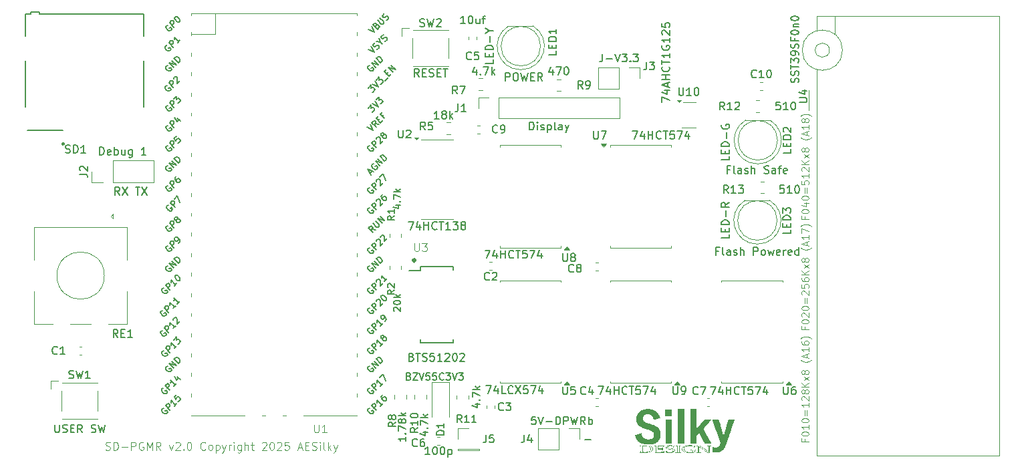
<source format=gbr>
%TF.GenerationSoftware,KiCad,Pcbnew,9.0.6*%
%TF.CreationDate,2025-11-05T23:56:09-08:00*%
%TF.ProjectId,SD-PGMR,53442d50-474d-4522-9e6b-696361645f70,v2.0*%
%TF.SameCoordinates,Original*%
%TF.FileFunction,Legend,Top*%
%TF.FilePolarity,Positive*%
%FSLAX46Y46*%
G04 Gerber Fmt 4.6, Leading zero omitted, Abs format (unit mm)*
G04 Created by KiCad (PCBNEW 9.0.6) date 2025-11-05 23:56:09*
%MOMM*%
%LPD*%
G01*
G04 APERTURE LIST*
%ADD10C,0.100000*%
%ADD11C,0.150000*%
%ADD12C,0.139700*%
%ADD13C,0.114300*%
%ADD14C,0.127000*%
%ADD15C,0.120000*%
%ADD16C,0.000000*%
%ADD17C,0.200000*%
%ADD18C,0.240000*%
%ADD19C,0.332843*%
G04 APERTURE END LIST*
D10*
X88902265Y-133428800D02*
X89045122Y-133476419D01*
X89045122Y-133476419D02*
X89283217Y-133476419D01*
X89283217Y-133476419D02*
X89378455Y-133428800D01*
X89378455Y-133428800D02*
X89426074Y-133381180D01*
X89426074Y-133381180D02*
X89473693Y-133285942D01*
X89473693Y-133285942D02*
X89473693Y-133190704D01*
X89473693Y-133190704D02*
X89426074Y-133095466D01*
X89426074Y-133095466D02*
X89378455Y-133047847D01*
X89378455Y-133047847D02*
X89283217Y-133000228D01*
X89283217Y-133000228D02*
X89092741Y-132952609D01*
X89092741Y-132952609D02*
X88997503Y-132904990D01*
X88997503Y-132904990D02*
X88949884Y-132857371D01*
X88949884Y-132857371D02*
X88902265Y-132762133D01*
X88902265Y-132762133D02*
X88902265Y-132666895D01*
X88902265Y-132666895D02*
X88949884Y-132571657D01*
X88949884Y-132571657D02*
X88997503Y-132524038D01*
X88997503Y-132524038D02*
X89092741Y-132476419D01*
X89092741Y-132476419D02*
X89330836Y-132476419D01*
X89330836Y-132476419D02*
X89473693Y-132524038D01*
X89902265Y-133476419D02*
X89902265Y-132476419D01*
X89902265Y-132476419D02*
X90140360Y-132476419D01*
X90140360Y-132476419D02*
X90283217Y-132524038D01*
X90283217Y-132524038D02*
X90378455Y-132619276D01*
X90378455Y-132619276D02*
X90426074Y-132714514D01*
X90426074Y-132714514D02*
X90473693Y-132904990D01*
X90473693Y-132904990D02*
X90473693Y-133047847D01*
X90473693Y-133047847D02*
X90426074Y-133238323D01*
X90426074Y-133238323D02*
X90378455Y-133333561D01*
X90378455Y-133333561D02*
X90283217Y-133428800D01*
X90283217Y-133428800D02*
X90140360Y-133476419D01*
X90140360Y-133476419D02*
X89902265Y-133476419D01*
X90902265Y-133095466D02*
X91664170Y-133095466D01*
X92140360Y-133476419D02*
X92140360Y-132476419D01*
X92140360Y-132476419D02*
X92521312Y-132476419D01*
X92521312Y-132476419D02*
X92616550Y-132524038D01*
X92616550Y-132524038D02*
X92664169Y-132571657D01*
X92664169Y-132571657D02*
X92711788Y-132666895D01*
X92711788Y-132666895D02*
X92711788Y-132809752D01*
X92711788Y-132809752D02*
X92664169Y-132904990D01*
X92664169Y-132904990D02*
X92616550Y-132952609D01*
X92616550Y-132952609D02*
X92521312Y-133000228D01*
X92521312Y-133000228D02*
X92140360Y-133000228D01*
X93664169Y-132524038D02*
X93568931Y-132476419D01*
X93568931Y-132476419D02*
X93426074Y-132476419D01*
X93426074Y-132476419D02*
X93283217Y-132524038D01*
X93283217Y-132524038D02*
X93187979Y-132619276D01*
X93187979Y-132619276D02*
X93140360Y-132714514D01*
X93140360Y-132714514D02*
X93092741Y-132904990D01*
X93092741Y-132904990D02*
X93092741Y-133047847D01*
X93092741Y-133047847D02*
X93140360Y-133238323D01*
X93140360Y-133238323D02*
X93187979Y-133333561D01*
X93187979Y-133333561D02*
X93283217Y-133428800D01*
X93283217Y-133428800D02*
X93426074Y-133476419D01*
X93426074Y-133476419D02*
X93521312Y-133476419D01*
X93521312Y-133476419D02*
X93664169Y-133428800D01*
X93664169Y-133428800D02*
X93711788Y-133381180D01*
X93711788Y-133381180D02*
X93711788Y-133047847D01*
X93711788Y-133047847D02*
X93521312Y-133047847D01*
X94140360Y-133476419D02*
X94140360Y-132476419D01*
X94140360Y-132476419D02*
X94473693Y-133190704D01*
X94473693Y-133190704D02*
X94807026Y-132476419D01*
X94807026Y-132476419D02*
X94807026Y-133476419D01*
X95854645Y-133476419D02*
X95521312Y-133000228D01*
X95283217Y-133476419D02*
X95283217Y-132476419D01*
X95283217Y-132476419D02*
X95664169Y-132476419D01*
X95664169Y-132476419D02*
X95759407Y-132524038D01*
X95759407Y-132524038D02*
X95807026Y-132571657D01*
X95807026Y-132571657D02*
X95854645Y-132666895D01*
X95854645Y-132666895D02*
X95854645Y-132809752D01*
X95854645Y-132809752D02*
X95807026Y-132904990D01*
X95807026Y-132904990D02*
X95759407Y-132952609D01*
X95759407Y-132952609D02*
X95664169Y-133000228D01*
X95664169Y-133000228D02*
X95283217Y-133000228D01*
X96949884Y-132809752D02*
X97187979Y-133476419D01*
X97187979Y-133476419D02*
X97426074Y-132809752D01*
X97759408Y-132571657D02*
X97807027Y-132524038D01*
X97807027Y-132524038D02*
X97902265Y-132476419D01*
X97902265Y-132476419D02*
X98140360Y-132476419D01*
X98140360Y-132476419D02*
X98235598Y-132524038D01*
X98235598Y-132524038D02*
X98283217Y-132571657D01*
X98283217Y-132571657D02*
X98330836Y-132666895D01*
X98330836Y-132666895D02*
X98330836Y-132762133D01*
X98330836Y-132762133D02*
X98283217Y-132904990D01*
X98283217Y-132904990D02*
X97711789Y-133476419D01*
X97711789Y-133476419D02*
X98330836Y-133476419D01*
X98759408Y-133381180D02*
X98807027Y-133428800D01*
X98807027Y-133428800D02*
X98759408Y-133476419D01*
X98759408Y-133476419D02*
X98711789Y-133428800D01*
X98711789Y-133428800D02*
X98759408Y-133381180D01*
X98759408Y-133381180D02*
X98759408Y-133476419D01*
X99426074Y-132476419D02*
X99521312Y-132476419D01*
X99521312Y-132476419D02*
X99616550Y-132524038D01*
X99616550Y-132524038D02*
X99664169Y-132571657D01*
X99664169Y-132571657D02*
X99711788Y-132666895D01*
X99711788Y-132666895D02*
X99759407Y-132857371D01*
X99759407Y-132857371D02*
X99759407Y-133095466D01*
X99759407Y-133095466D02*
X99711788Y-133285942D01*
X99711788Y-133285942D02*
X99664169Y-133381180D01*
X99664169Y-133381180D02*
X99616550Y-133428800D01*
X99616550Y-133428800D02*
X99521312Y-133476419D01*
X99521312Y-133476419D02*
X99426074Y-133476419D01*
X99426074Y-133476419D02*
X99330836Y-133428800D01*
X99330836Y-133428800D02*
X99283217Y-133381180D01*
X99283217Y-133381180D02*
X99235598Y-133285942D01*
X99235598Y-133285942D02*
X99187979Y-133095466D01*
X99187979Y-133095466D02*
X99187979Y-132857371D01*
X99187979Y-132857371D02*
X99235598Y-132666895D01*
X99235598Y-132666895D02*
X99283217Y-132571657D01*
X99283217Y-132571657D02*
X99330836Y-132524038D01*
X99330836Y-132524038D02*
X99426074Y-132476419D01*
X101521312Y-133381180D02*
X101473693Y-133428800D01*
X101473693Y-133428800D02*
X101330836Y-133476419D01*
X101330836Y-133476419D02*
X101235598Y-133476419D01*
X101235598Y-133476419D02*
X101092741Y-133428800D01*
X101092741Y-133428800D02*
X100997503Y-133333561D01*
X100997503Y-133333561D02*
X100949884Y-133238323D01*
X100949884Y-133238323D02*
X100902265Y-133047847D01*
X100902265Y-133047847D02*
X100902265Y-132904990D01*
X100902265Y-132904990D02*
X100949884Y-132714514D01*
X100949884Y-132714514D02*
X100997503Y-132619276D01*
X100997503Y-132619276D02*
X101092741Y-132524038D01*
X101092741Y-132524038D02*
X101235598Y-132476419D01*
X101235598Y-132476419D02*
X101330836Y-132476419D01*
X101330836Y-132476419D02*
X101473693Y-132524038D01*
X101473693Y-132524038D02*
X101521312Y-132571657D01*
X102092741Y-133476419D02*
X101997503Y-133428800D01*
X101997503Y-133428800D02*
X101949884Y-133381180D01*
X101949884Y-133381180D02*
X101902265Y-133285942D01*
X101902265Y-133285942D02*
X101902265Y-133000228D01*
X101902265Y-133000228D02*
X101949884Y-132904990D01*
X101949884Y-132904990D02*
X101997503Y-132857371D01*
X101997503Y-132857371D02*
X102092741Y-132809752D01*
X102092741Y-132809752D02*
X102235598Y-132809752D01*
X102235598Y-132809752D02*
X102330836Y-132857371D01*
X102330836Y-132857371D02*
X102378455Y-132904990D01*
X102378455Y-132904990D02*
X102426074Y-133000228D01*
X102426074Y-133000228D02*
X102426074Y-133285942D01*
X102426074Y-133285942D02*
X102378455Y-133381180D01*
X102378455Y-133381180D02*
X102330836Y-133428800D01*
X102330836Y-133428800D02*
X102235598Y-133476419D01*
X102235598Y-133476419D02*
X102092741Y-133476419D01*
X102854646Y-132809752D02*
X102854646Y-133809752D01*
X102854646Y-132857371D02*
X102949884Y-132809752D01*
X102949884Y-132809752D02*
X103140360Y-132809752D01*
X103140360Y-132809752D02*
X103235598Y-132857371D01*
X103235598Y-132857371D02*
X103283217Y-132904990D01*
X103283217Y-132904990D02*
X103330836Y-133000228D01*
X103330836Y-133000228D02*
X103330836Y-133285942D01*
X103330836Y-133285942D02*
X103283217Y-133381180D01*
X103283217Y-133381180D02*
X103235598Y-133428800D01*
X103235598Y-133428800D02*
X103140360Y-133476419D01*
X103140360Y-133476419D02*
X102949884Y-133476419D01*
X102949884Y-133476419D02*
X102854646Y-133428800D01*
X103664170Y-132809752D02*
X103902265Y-133476419D01*
X104140360Y-132809752D02*
X103902265Y-133476419D01*
X103902265Y-133476419D02*
X103807027Y-133714514D01*
X103807027Y-133714514D02*
X103759408Y-133762133D01*
X103759408Y-133762133D02*
X103664170Y-133809752D01*
X104521313Y-133476419D02*
X104521313Y-132809752D01*
X104521313Y-133000228D02*
X104568932Y-132904990D01*
X104568932Y-132904990D02*
X104616551Y-132857371D01*
X104616551Y-132857371D02*
X104711789Y-132809752D01*
X104711789Y-132809752D02*
X104807027Y-132809752D01*
X105140361Y-133476419D02*
X105140361Y-132809752D01*
X105140361Y-132476419D02*
X105092742Y-132524038D01*
X105092742Y-132524038D02*
X105140361Y-132571657D01*
X105140361Y-132571657D02*
X105187980Y-132524038D01*
X105187980Y-132524038D02*
X105140361Y-132476419D01*
X105140361Y-132476419D02*
X105140361Y-132571657D01*
X106045122Y-132809752D02*
X106045122Y-133619276D01*
X106045122Y-133619276D02*
X105997503Y-133714514D01*
X105997503Y-133714514D02*
X105949884Y-133762133D01*
X105949884Y-133762133D02*
X105854646Y-133809752D01*
X105854646Y-133809752D02*
X105711789Y-133809752D01*
X105711789Y-133809752D02*
X105616551Y-133762133D01*
X106045122Y-133428800D02*
X105949884Y-133476419D01*
X105949884Y-133476419D02*
X105759408Y-133476419D01*
X105759408Y-133476419D02*
X105664170Y-133428800D01*
X105664170Y-133428800D02*
X105616551Y-133381180D01*
X105616551Y-133381180D02*
X105568932Y-133285942D01*
X105568932Y-133285942D02*
X105568932Y-133000228D01*
X105568932Y-133000228D02*
X105616551Y-132904990D01*
X105616551Y-132904990D02*
X105664170Y-132857371D01*
X105664170Y-132857371D02*
X105759408Y-132809752D01*
X105759408Y-132809752D02*
X105949884Y-132809752D01*
X105949884Y-132809752D02*
X106045122Y-132857371D01*
X106521313Y-133476419D02*
X106521313Y-132476419D01*
X106949884Y-133476419D02*
X106949884Y-132952609D01*
X106949884Y-132952609D02*
X106902265Y-132857371D01*
X106902265Y-132857371D02*
X106807027Y-132809752D01*
X106807027Y-132809752D02*
X106664170Y-132809752D01*
X106664170Y-132809752D02*
X106568932Y-132857371D01*
X106568932Y-132857371D02*
X106521313Y-132904990D01*
X107283218Y-132809752D02*
X107664170Y-132809752D01*
X107426075Y-132476419D02*
X107426075Y-133333561D01*
X107426075Y-133333561D02*
X107473694Y-133428800D01*
X107473694Y-133428800D02*
X107568932Y-133476419D01*
X107568932Y-133476419D02*
X107664170Y-133476419D01*
X108711790Y-132571657D02*
X108759409Y-132524038D01*
X108759409Y-132524038D02*
X108854647Y-132476419D01*
X108854647Y-132476419D02*
X109092742Y-132476419D01*
X109092742Y-132476419D02*
X109187980Y-132524038D01*
X109187980Y-132524038D02*
X109235599Y-132571657D01*
X109235599Y-132571657D02*
X109283218Y-132666895D01*
X109283218Y-132666895D02*
X109283218Y-132762133D01*
X109283218Y-132762133D02*
X109235599Y-132904990D01*
X109235599Y-132904990D02*
X108664171Y-133476419D01*
X108664171Y-133476419D02*
X109283218Y-133476419D01*
X109902266Y-132476419D02*
X109997504Y-132476419D01*
X109997504Y-132476419D02*
X110092742Y-132524038D01*
X110092742Y-132524038D02*
X110140361Y-132571657D01*
X110140361Y-132571657D02*
X110187980Y-132666895D01*
X110187980Y-132666895D02*
X110235599Y-132857371D01*
X110235599Y-132857371D02*
X110235599Y-133095466D01*
X110235599Y-133095466D02*
X110187980Y-133285942D01*
X110187980Y-133285942D02*
X110140361Y-133381180D01*
X110140361Y-133381180D02*
X110092742Y-133428800D01*
X110092742Y-133428800D02*
X109997504Y-133476419D01*
X109997504Y-133476419D02*
X109902266Y-133476419D01*
X109902266Y-133476419D02*
X109807028Y-133428800D01*
X109807028Y-133428800D02*
X109759409Y-133381180D01*
X109759409Y-133381180D02*
X109711790Y-133285942D01*
X109711790Y-133285942D02*
X109664171Y-133095466D01*
X109664171Y-133095466D02*
X109664171Y-132857371D01*
X109664171Y-132857371D02*
X109711790Y-132666895D01*
X109711790Y-132666895D02*
X109759409Y-132571657D01*
X109759409Y-132571657D02*
X109807028Y-132524038D01*
X109807028Y-132524038D02*
X109902266Y-132476419D01*
X110616552Y-132571657D02*
X110664171Y-132524038D01*
X110664171Y-132524038D02*
X110759409Y-132476419D01*
X110759409Y-132476419D02*
X110997504Y-132476419D01*
X110997504Y-132476419D02*
X111092742Y-132524038D01*
X111092742Y-132524038D02*
X111140361Y-132571657D01*
X111140361Y-132571657D02*
X111187980Y-132666895D01*
X111187980Y-132666895D02*
X111187980Y-132762133D01*
X111187980Y-132762133D02*
X111140361Y-132904990D01*
X111140361Y-132904990D02*
X110568933Y-133476419D01*
X110568933Y-133476419D02*
X111187980Y-133476419D01*
X112092742Y-132476419D02*
X111616552Y-132476419D01*
X111616552Y-132476419D02*
X111568933Y-132952609D01*
X111568933Y-132952609D02*
X111616552Y-132904990D01*
X111616552Y-132904990D02*
X111711790Y-132857371D01*
X111711790Y-132857371D02*
X111949885Y-132857371D01*
X111949885Y-132857371D02*
X112045123Y-132904990D01*
X112045123Y-132904990D02*
X112092742Y-132952609D01*
X112092742Y-132952609D02*
X112140361Y-133047847D01*
X112140361Y-133047847D02*
X112140361Y-133285942D01*
X112140361Y-133285942D02*
X112092742Y-133381180D01*
X112092742Y-133381180D02*
X112045123Y-133428800D01*
X112045123Y-133428800D02*
X111949885Y-133476419D01*
X111949885Y-133476419D02*
X111711790Y-133476419D01*
X111711790Y-133476419D02*
X111616552Y-133428800D01*
X111616552Y-133428800D02*
X111568933Y-133381180D01*
X113283219Y-133190704D02*
X113759409Y-133190704D01*
X113187981Y-133476419D02*
X113521314Y-132476419D01*
X113521314Y-132476419D02*
X113854647Y-133476419D01*
X114187981Y-132952609D02*
X114521314Y-132952609D01*
X114664171Y-133476419D02*
X114187981Y-133476419D01*
X114187981Y-133476419D02*
X114187981Y-132476419D01*
X114187981Y-132476419D02*
X114664171Y-132476419D01*
X115045124Y-133428800D02*
X115187981Y-133476419D01*
X115187981Y-133476419D02*
X115426076Y-133476419D01*
X115426076Y-133476419D02*
X115521314Y-133428800D01*
X115521314Y-133428800D02*
X115568933Y-133381180D01*
X115568933Y-133381180D02*
X115616552Y-133285942D01*
X115616552Y-133285942D02*
X115616552Y-133190704D01*
X115616552Y-133190704D02*
X115568933Y-133095466D01*
X115568933Y-133095466D02*
X115521314Y-133047847D01*
X115521314Y-133047847D02*
X115426076Y-133000228D01*
X115426076Y-133000228D02*
X115235600Y-132952609D01*
X115235600Y-132952609D02*
X115140362Y-132904990D01*
X115140362Y-132904990D02*
X115092743Y-132857371D01*
X115092743Y-132857371D02*
X115045124Y-132762133D01*
X115045124Y-132762133D02*
X115045124Y-132666895D01*
X115045124Y-132666895D02*
X115092743Y-132571657D01*
X115092743Y-132571657D02*
X115140362Y-132524038D01*
X115140362Y-132524038D02*
X115235600Y-132476419D01*
X115235600Y-132476419D02*
X115473695Y-132476419D01*
X115473695Y-132476419D02*
X115616552Y-132524038D01*
X116045124Y-133476419D02*
X116045124Y-132809752D01*
X116045124Y-132476419D02*
X115997505Y-132524038D01*
X115997505Y-132524038D02*
X116045124Y-132571657D01*
X116045124Y-132571657D02*
X116092743Y-132524038D01*
X116092743Y-132524038D02*
X116045124Y-132476419D01*
X116045124Y-132476419D02*
X116045124Y-132571657D01*
X116664171Y-133476419D02*
X116568933Y-133428800D01*
X116568933Y-133428800D02*
X116521314Y-133333561D01*
X116521314Y-133333561D02*
X116521314Y-132476419D01*
X117045124Y-133476419D02*
X117045124Y-132476419D01*
X117140362Y-133095466D02*
X117426076Y-133476419D01*
X117426076Y-132809752D02*
X117045124Y-133190704D01*
X117759410Y-132809752D02*
X117997505Y-133476419D01*
X118235600Y-132809752D02*
X117997505Y-133476419D01*
X117997505Y-133476419D02*
X117902267Y-133714514D01*
X117902267Y-133714514D02*
X117854648Y-133762133D01*
X117854648Y-133762133D02*
X117759410Y-133809752D01*
D11*
X149312333Y-87703819D02*
X148979000Y-87227628D01*
X148740905Y-87703819D02*
X148740905Y-86703819D01*
X148740905Y-86703819D02*
X149121857Y-86703819D01*
X149121857Y-86703819D02*
X149217095Y-86751438D01*
X149217095Y-86751438D02*
X149264714Y-86799057D01*
X149264714Y-86799057D02*
X149312333Y-86894295D01*
X149312333Y-86894295D02*
X149312333Y-87037152D01*
X149312333Y-87037152D02*
X149264714Y-87132390D01*
X149264714Y-87132390D02*
X149217095Y-87180009D01*
X149217095Y-87180009D02*
X149121857Y-87227628D01*
X149121857Y-87227628D02*
X148740905Y-87227628D01*
X149788524Y-87703819D02*
X149979000Y-87703819D01*
X149979000Y-87703819D02*
X150074238Y-87656200D01*
X150074238Y-87656200D02*
X150121857Y-87608580D01*
X150121857Y-87608580D02*
X150217095Y-87465723D01*
X150217095Y-87465723D02*
X150264714Y-87275247D01*
X150264714Y-87275247D02*
X150264714Y-86894295D01*
X150264714Y-86894295D02*
X150217095Y-86799057D01*
X150217095Y-86799057D02*
X150169476Y-86751438D01*
X150169476Y-86751438D02*
X150074238Y-86703819D01*
X150074238Y-86703819D02*
X149883762Y-86703819D01*
X149883762Y-86703819D02*
X149788524Y-86751438D01*
X149788524Y-86751438D02*
X149740905Y-86799057D01*
X149740905Y-86799057D02*
X149693286Y-86894295D01*
X149693286Y-86894295D02*
X149693286Y-87132390D01*
X149693286Y-87132390D02*
X149740905Y-87227628D01*
X149740905Y-87227628D02*
X149788524Y-87275247D01*
X149788524Y-87275247D02*
X149883762Y-87322866D01*
X149883762Y-87322866D02*
X150074238Y-87322866D01*
X150074238Y-87322866D02*
X150169476Y-87275247D01*
X150169476Y-87275247D02*
X150217095Y-87227628D01*
X150217095Y-87227628D02*
X150264714Y-87132390D01*
X145526095Y-85259152D02*
X145526095Y-85925819D01*
X145288000Y-84878200D02*
X145049905Y-85592485D01*
X145049905Y-85592485D02*
X145668952Y-85592485D01*
X145954667Y-84925819D02*
X146621333Y-84925819D01*
X146621333Y-84925819D02*
X146192762Y-85925819D01*
X147192762Y-84925819D02*
X147288000Y-84925819D01*
X147288000Y-84925819D02*
X147383238Y-84973438D01*
X147383238Y-84973438D02*
X147430857Y-85021057D01*
X147430857Y-85021057D02*
X147478476Y-85116295D01*
X147478476Y-85116295D02*
X147526095Y-85306771D01*
X147526095Y-85306771D02*
X147526095Y-85544866D01*
X147526095Y-85544866D02*
X147478476Y-85735342D01*
X147478476Y-85735342D02*
X147430857Y-85830580D01*
X147430857Y-85830580D02*
X147383238Y-85878200D01*
X147383238Y-85878200D02*
X147288000Y-85925819D01*
X147288000Y-85925819D02*
X147192762Y-85925819D01*
X147192762Y-85925819D02*
X147097524Y-85878200D01*
X147097524Y-85878200D02*
X147049905Y-85830580D01*
X147049905Y-85830580D02*
X147002286Y-85735342D01*
X147002286Y-85735342D02*
X146954667Y-85544866D01*
X146954667Y-85544866D02*
X146954667Y-85306771D01*
X146954667Y-85306771D02*
X147002286Y-85116295D01*
X147002286Y-85116295D02*
X147049905Y-85021057D01*
X147049905Y-85021057D02*
X147097524Y-84973438D01*
X147097524Y-84973438D02*
X147192762Y-84925819D01*
X138517333Y-93196580D02*
X138469714Y-93244200D01*
X138469714Y-93244200D02*
X138326857Y-93291819D01*
X138326857Y-93291819D02*
X138231619Y-93291819D01*
X138231619Y-93291819D02*
X138088762Y-93244200D01*
X138088762Y-93244200D02*
X137993524Y-93148961D01*
X137993524Y-93148961D02*
X137945905Y-93053723D01*
X137945905Y-93053723D02*
X137898286Y-92863247D01*
X137898286Y-92863247D02*
X137898286Y-92720390D01*
X137898286Y-92720390D02*
X137945905Y-92529914D01*
X137945905Y-92529914D02*
X137993524Y-92434676D01*
X137993524Y-92434676D02*
X138088762Y-92339438D01*
X138088762Y-92339438D02*
X138231619Y-92291819D01*
X138231619Y-92291819D02*
X138326857Y-92291819D01*
X138326857Y-92291819D02*
X138469714Y-92339438D01*
X138469714Y-92339438D02*
X138517333Y-92387057D01*
X138993524Y-93291819D02*
X139184000Y-93291819D01*
X139184000Y-93291819D02*
X139279238Y-93244200D01*
X139279238Y-93244200D02*
X139326857Y-93196580D01*
X139326857Y-93196580D02*
X139422095Y-93053723D01*
X139422095Y-93053723D02*
X139469714Y-92863247D01*
X139469714Y-92863247D02*
X139469714Y-92482295D01*
X139469714Y-92482295D02*
X139422095Y-92387057D01*
X139422095Y-92387057D02*
X139374476Y-92339438D01*
X139374476Y-92339438D02*
X139279238Y-92291819D01*
X139279238Y-92291819D02*
X139088762Y-92291819D01*
X139088762Y-92291819D02*
X138993524Y-92339438D01*
X138993524Y-92339438D02*
X138945905Y-92387057D01*
X138945905Y-92387057D02*
X138898286Y-92482295D01*
X138898286Y-92482295D02*
X138898286Y-92720390D01*
X138898286Y-92720390D02*
X138945905Y-92815628D01*
X138945905Y-92815628D02*
X138993524Y-92863247D01*
X138993524Y-92863247D02*
X139088762Y-92910866D01*
X139088762Y-92910866D02*
X139279238Y-92910866D01*
X139279238Y-92910866D02*
X139374476Y-92863247D01*
X139374476Y-92863247D02*
X139422095Y-92815628D01*
X139422095Y-92815628D02*
X139469714Y-92720390D01*
X175714819Y-95348047D02*
X175714819Y-95824237D01*
X175714819Y-95824237D02*
X174714819Y-95824237D01*
X175191009Y-95014713D02*
X175191009Y-94681380D01*
X175714819Y-94538523D02*
X175714819Y-95014713D01*
X175714819Y-95014713D02*
X174714819Y-95014713D01*
X174714819Y-95014713D02*
X174714819Y-94538523D01*
X175714819Y-94109951D02*
X174714819Y-94109951D01*
X174714819Y-94109951D02*
X174714819Y-93871856D01*
X174714819Y-93871856D02*
X174762438Y-93728999D01*
X174762438Y-93728999D02*
X174857676Y-93633761D01*
X174857676Y-93633761D02*
X174952914Y-93586142D01*
X174952914Y-93586142D02*
X175143390Y-93538523D01*
X175143390Y-93538523D02*
X175286247Y-93538523D01*
X175286247Y-93538523D02*
X175476723Y-93586142D01*
X175476723Y-93586142D02*
X175571961Y-93633761D01*
X175571961Y-93633761D02*
X175667200Y-93728999D01*
X175667200Y-93728999D02*
X175714819Y-93871856D01*
X175714819Y-93871856D02*
X175714819Y-94109951D01*
X174810057Y-93157570D02*
X174762438Y-93109951D01*
X174762438Y-93109951D02*
X174714819Y-93014713D01*
X174714819Y-93014713D02*
X174714819Y-92776618D01*
X174714819Y-92776618D02*
X174762438Y-92681380D01*
X174762438Y-92681380D02*
X174810057Y-92633761D01*
X174810057Y-92633761D02*
X174905295Y-92586142D01*
X174905295Y-92586142D02*
X175000533Y-92586142D01*
X175000533Y-92586142D02*
X175143390Y-92633761D01*
X175143390Y-92633761D02*
X175714819Y-93205189D01*
X175714819Y-93205189D02*
X175714819Y-92586142D01*
X167891619Y-96244904D02*
X167891619Y-96721094D01*
X167891619Y-96721094D02*
X166891619Y-96721094D01*
X167367809Y-95911570D02*
X167367809Y-95578237D01*
X167891619Y-95435380D02*
X167891619Y-95911570D01*
X167891619Y-95911570D02*
X166891619Y-95911570D01*
X166891619Y-95911570D02*
X166891619Y-95435380D01*
X167891619Y-95006808D02*
X166891619Y-95006808D01*
X166891619Y-95006808D02*
X166891619Y-94768713D01*
X166891619Y-94768713D02*
X166939238Y-94625856D01*
X166939238Y-94625856D02*
X167034476Y-94530618D01*
X167034476Y-94530618D02*
X167129714Y-94482999D01*
X167129714Y-94482999D02*
X167320190Y-94435380D01*
X167320190Y-94435380D02*
X167463047Y-94435380D01*
X167463047Y-94435380D02*
X167653523Y-94482999D01*
X167653523Y-94482999D02*
X167748761Y-94530618D01*
X167748761Y-94530618D02*
X167844000Y-94625856D01*
X167844000Y-94625856D02*
X167891619Y-94768713D01*
X167891619Y-94768713D02*
X167891619Y-95006808D01*
X167510666Y-94006808D02*
X167510666Y-93244904D01*
X166939238Y-92244904D02*
X166891619Y-92340142D01*
X166891619Y-92340142D02*
X166891619Y-92482999D01*
X166891619Y-92482999D02*
X166939238Y-92625856D01*
X166939238Y-92625856D02*
X167034476Y-92721094D01*
X167034476Y-92721094D02*
X167129714Y-92768713D01*
X167129714Y-92768713D02*
X167320190Y-92816332D01*
X167320190Y-92816332D02*
X167463047Y-92816332D01*
X167463047Y-92816332D02*
X167653523Y-92768713D01*
X167653523Y-92768713D02*
X167748761Y-92721094D01*
X167748761Y-92721094D02*
X167844000Y-92625856D01*
X167844000Y-92625856D02*
X167891619Y-92482999D01*
X167891619Y-92482999D02*
X167891619Y-92387761D01*
X167891619Y-92387761D02*
X167844000Y-92244904D01*
X167844000Y-92244904D02*
X167796380Y-92197285D01*
X167796380Y-92197285D02*
X167463047Y-92197285D01*
X167463047Y-92197285D02*
X167463047Y-92387761D01*
X167946818Y-97919209D02*
X167613485Y-97919209D01*
X167613485Y-98443019D02*
X167613485Y-97443019D01*
X167613485Y-97443019D02*
X168089675Y-97443019D01*
X168613485Y-98443019D02*
X168518247Y-98395400D01*
X168518247Y-98395400D02*
X168470628Y-98300161D01*
X168470628Y-98300161D02*
X168470628Y-97443019D01*
X169423009Y-98443019D02*
X169423009Y-97919209D01*
X169423009Y-97919209D02*
X169375390Y-97823971D01*
X169375390Y-97823971D02*
X169280152Y-97776352D01*
X169280152Y-97776352D02*
X169089676Y-97776352D01*
X169089676Y-97776352D02*
X168994438Y-97823971D01*
X169423009Y-98395400D02*
X169327771Y-98443019D01*
X169327771Y-98443019D02*
X169089676Y-98443019D01*
X169089676Y-98443019D02*
X168994438Y-98395400D01*
X168994438Y-98395400D02*
X168946819Y-98300161D01*
X168946819Y-98300161D02*
X168946819Y-98204923D01*
X168946819Y-98204923D02*
X168994438Y-98109685D01*
X168994438Y-98109685D02*
X169089676Y-98062066D01*
X169089676Y-98062066D02*
X169327771Y-98062066D01*
X169327771Y-98062066D02*
X169423009Y-98014447D01*
X169851581Y-98395400D02*
X169946819Y-98443019D01*
X169946819Y-98443019D02*
X170137295Y-98443019D01*
X170137295Y-98443019D02*
X170232533Y-98395400D01*
X170232533Y-98395400D02*
X170280152Y-98300161D01*
X170280152Y-98300161D02*
X170280152Y-98252542D01*
X170280152Y-98252542D02*
X170232533Y-98157304D01*
X170232533Y-98157304D02*
X170137295Y-98109685D01*
X170137295Y-98109685D02*
X169994438Y-98109685D01*
X169994438Y-98109685D02*
X169899200Y-98062066D01*
X169899200Y-98062066D02*
X169851581Y-97966828D01*
X169851581Y-97966828D02*
X169851581Y-97919209D01*
X169851581Y-97919209D02*
X169899200Y-97823971D01*
X169899200Y-97823971D02*
X169994438Y-97776352D01*
X169994438Y-97776352D02*
X170137295Y-97776352D01*
X170137295Y-97776352D02*
X170232533Y-97823971D01*
X170708724Y-98443019D02*
X170708724Y-97443019D01*
X171137295Y-98443019D02*
X171137295Y-97919209D01*
X171137295Y-97919209D02*
X171089676Y-97823971D01*
X171089676Y-97823971D02*
X170994438Y-97776352D01*
X170994438Y-97776352D02*
X170851581Y-97776352D01*
X170851581Y-97776352D02*
X170756343Y-97823971D01*
X170756343Y-97823971D02*
X170708724Y-97871590D01*
X172327772Y-98395400D02*
X172470629Y-98443019D01*
X172470629Y-98443019D02*
X172708724Y-98443019D01*
X172708724Y-98443019D02*
X172803962Y-98395400D01*
X172803962Y-98395400D02*
X172851581Y-98347780D01*
X172851581Y-98347780D02*
X172899200Y-98252542D01*
X172899200Y-98252542D02*
X172899200Y-98157304D01*
X172899200Y-98157304D02*
X172851581Y-98062066D01*
X172851581Y-98062066D02*
X172803962Y-98014447D01*
X172803962Y-98014447D02*
X172708724Y-97966828D01*
X172708724Y-97966828D02*
X172518248Y-97919209D01*
X172518248Y-97919209D02*
X172423010Y-97871590D01*
X172423010Y-97871590D02*
X172375391Y-97823971D01*
X172375391Y-97823971D02*
X172327772Y-97728733D01*
X172327772Y-97728733D02*
X172327772Y-97633495D01*
X172327772Y-97633495D02*
X172375391Y-97538257D01*
X172375391Y-97538257D02*
X172423010Y-97490638D01*
X172423010Y-97490638D02*
X172518248Y-97443019D01*
X172518248Y-97443019D02*
X172756343Y-97443019D01*
X172756343Y-97443019D02*
X172899200Y-97490638D01*
X173756343Y-98443019D02*
X173756343Y-97919209D01*
X173756343Y-97919209D02*
X173708724Y-97823971D01*
X173708724Y-97823971D02*
X173613486Y-97776352D01*
X173613486Y-97776352D02*
X173423010Y-97776352D01*
X173423010Y-97776352D02*
X173327772Y-97823971D01*
X173756343Y-98395400D02*
X173661105Y-98443019D01*
X173661105Y-98443019D02*
X173423010Y-98443019D01*
X173423010Y-98443019D02*
X173327772Y-98395400D01*
X173327772Y-98395400D02*
X173280153Y-98300161D01*
X173280153Y-98300161D02*
X173280153Y-98204923D01*
X173280153Y-98204923D02*
X173327772Y-98109685D01*
X173327772Y-98109685D02*
X173423010Y-98062066D01*
X173423010Y-98062066D02*
X173661105Y-98062066D01*
X173661105Y-98062066D02*
X173756343Y-98014447D01*
X174089677Y-97776352D02*
X174470629Y-97776352D01*
X174232534Y-98443019D02*
X174232534Y-97585876D01*
X174232534Y-97585876D02*
X174280153Y-97490638D01*
X174280153Y-97490638D02*
X174375391Y-97443019D01*
X174375391Y-97443019D02*
X174470629Y-97443019D01*
X175184915Y-98395400D02*
X175089677Y-98443019D01*
X175089677Y-98443019D02*
X174899201Y-98443019D01*
X174899201Y-98443019D02*
X174803963Y-98395400D01*
X174803963Y-98395400D02*
X174756344Y-98300161D01*
X174756344Y-98300161D02*
X174756344Y-97919209D01*
X174756344Y-97919209D02*
X174803963Y-97823971D01*
X174803963Y-97823971D02*
X174899201Y-97776352D01*
X174899201Y-97776352D02*
X175089677Y-97776352D01*
X175089677Y-97776352D02*
X175184915Y-97823971D01*
X175184915Y-97823971D02*
X175232534Y-97919209D01*
X175232534Y-97919209D02*
X175232534Y-98014447D01*
X175232534Y-98014447D02*
X174756344Y-98109685D01*
X82764333Y-121259580D02*
X82716714Y-121307200D01*
X82716714Y-121307200D02*
X82573857Y-121354819D01*
X82573857Y-121354819D02*
X82478619Y-121354819D01*
X82478619Y-121354819D02*
X82335762Y-121307200D01*
X82335762Y-121307200D02*
X82240524Y-121211961D01*
X82240524Y-121211961D02*
X82192905Y-121116723D01*
X82192905Y-121116723D02*
X82145286Y-120926247D01*
X82145286Y-120926247D02*
X82145286Y-120783390D01*
X82145286Y-120783390D02*
X82192905Y-120592914D01*
X82192905Y-120592914D02*
X82240524Y-120497676D01*
X82240524Y-120497676D02*
X82335762Y-120402438D01*
X82335762Y-120402438D02*
X82478619Y-120354819D01*
X82478619Y-120354819D02*
X82573857Y-120354819D01*
X82573857Y-120354819D02*
X82716714Y-120402438D01*
X82716714Y-120402438D02*
X82764333Y-120450057D01*
X83716714Y-121354819D02*
X83145286Y-121354819D01*
X83431000Y-121354819D02*
X83431000Y-120354819D01*
X83431000Y-120354819D02*
X83335762Y-120497676D01*
X83335762Y-120497676D02*
X83240524Y-120592914D01*
X83240524Y-120592914D02*
X83145286Y-120640533D01*
X146812095Y-125438819D02*
X146812095Y-126248342D01*
X146812095Y-126248342D02*
X146859714Y-126343580D01*
X146859714Y-126343580D02*
X146907333Y-126391200D01*
X146907333Y-126391200D02*
X147002571Y-126438819D01*
X147002571Y-126438819D02*
X147193047Y-126438819D01*
X147193047Y-126438819D02*
X147288285Y-126391200D01*
X147288285Y-126391200D02*
X147335904Y-126343580D01*
X147335904Y-126343580D02*
X147383523Y-126248342D01*
X147383523Y-126248342D02*
X147383523Y-125438819D01*
X148335904Y-125438819D02*
X147859714Y-125438819D01*
X147859714Y-125438819D02*
X147812095Y-125915009D01*
X147812095Y-125915009D02*
X147859714Y-125867390D01*
X147859714Y-125867390D02*
X147954952Y-125819771D01*
X147954952Y-125819771D02*
X148193047Y-125819771D01*
X148193047Y-125819771D02*
X148288285Y-125867390D01*
X148288285Y-125867390D02*
X148335904Y-125915009D01*
X148335904Y-125915009D02*
X148383523Y-126010247D01*
X148383523Y-126010247D02*
X148383523Y-126248342D01*
X148383523Y-126248342D02*
X148335904Y-126343580D01*
X148335904Y-126343580D02*
X148288285Y-126391200D01*
X148288285Y-126391200D02*
X148193047Y-126438819D01*
X148193047Y-126438819D02*
X147954952Y-126438819D01*
X147954952Y-126438819D02*
X147859714Y-126391200D01*
X147859714Y-126391200D02*
X147812095Y-126343580D01*
X137096952Y-125337219D02*
X137763618Y-125337219D01*
X137763618Y-125337219D02*
X137335047Y-126337219D01*
X138573142Y-125670552D02*
X138573142Y-126337219D01*
X138335047Y-125289600D02*
X138096952Y-126003885D01*
X138096952Y-126003885D02*
X138715999Y-126003885D01*
X139573142Y-126337219D02*
X139096952Y-126337219D01*
X139096952Y-126337219D02*
X139096952Y-125337219D01*
X140477904Y-126241980D02*
X140430285Y-126289600D01*
X140430285Y-126289600D02*
X140287428Y-126337219D01*
X140287428Y-126337219D02*
X140192190Y-126337219D01*
X140192190Y-126337219D02*
X140049333Y-126289600D01*
X140049333Y-126289600D02*
X139954095Y-126194361D01*
X139954095Y-126194361D02*
X139906476Y-126099123D01*
X139906476Y-126099123D02*
X139858857Y-125908647D01*
X139858857Y-125908647D02*
X139858857Y-125765790D01*
X139858857Y-125765790D02*
X139906476Y-125575314D01*
X139906476Y-125575314D02*
X139954095Y-125480076D01*
X139954095Y-125480076D02*
X140049333Y-125384838D01*
X140049333Y-125384838D02*
X140192190Y-125337219D01*
X140192190Y-125337219D02*
X140287428Y-125337219D01*
X140287428Y-125337219D02*
X140430285Y-125384838D01*
X140430285Y-125384838D02*
X140477904Y-125432457D01*
X140811238Y-125337219D02*
X141477904Y-126337219D01*
X141477904Y-125337219D02*
X140811238Y-126337219D01*
X142335047Y-125337219D02*
X141858857Y-125337219D01*
X141858857Y-125337219D02*
X141811238Y-125813409D01*
X141811238Y-125813409D02*
X141858857Y-125765790D01*
X141858857Y-125765790D02*
X141954095Y-125718171D01*
X141954095Y-125718171D02*
X142192190Y-125718171D01*
X142192190Y-125718171D02*
X142287428Y-125765790D01*
X142287428Y-125765790D02*
X142335047Y-125813409D01*
X142335047Y-125813409D02*
X142382666Y-125908647D01*
X142382666Y-125908647D02*
X142382666Y-126146742D01*
X142382666Y-126146742D02*
X142335047Y-126241980D01*
X142335047Y-126241980D02*
X142287428Y-126289600D01*
X142287428Y-126289600D02*
X142192190Y-126337219D01*
X142192190Y-126337219D02*
X141954095Y-126337219D01*
X141954095Y-126337219D02*
X141858857Y-126289600D01*
X141858857Y-126289600D02*
X141811238Y-126241980D01*
X142716000Y-125337219D02*
X143382666Y-125337219D01*
X143382666Y-125337219D02*
X142954095Y-126337219D01*
X144192190Y-125670552D02*
X144192190Y-126337219D01*
X143954095Y-125289600D02*
X143716000Y-126003885D01*
X143716000Y-126003885D02*
X144335047Y-126003885D01*
X160791095Y-125413419D02*
X160791095Y-126222942D01*
X160791095Y-126222942D02*
X160838714Y-126318180D01*
X160838714Y-126318180D02*
X160886333Y-126365800D01*
X160886333Y-126365800D02*
X160981571Y-126413419D01*
X160981571Y-126413419D02*
X161172047Y-126413419D01*
X161172047Y-126413419D02*
X161267285Y-126365800D01*
X161267285Y-126365800D02*
X161314904Y-126318180D01*
X161314904Y-126318180D02*
X161362523Y-126222942D01*
X161362523Y-126222942D02*
X161362523Y-125413419D01*
X161886333Y-126413419D02*
X162076809Y-126413419D01*
X162076809Y-126413419D02*
X162172047Y-126365800D01*
X162172047Y-126365800D02*
X162219666Y-126318180D01*
X162219666Y-126318180D02*
X162314904Y-126175323D01*
X162314904Y-126175323D02*
X162362523Y-125984847D01*
X162362523Y-125984847D02*
X162362523Y-125603895D01*
X162362523Y-125603895D02*
X162314904Y-125508657D01*
X162314904Y-125508657D02*
X162267285Y-125461038D01*
X162267285Y-125461038D02*
X162172047Y-125413419D01*
X162172047Y-125413419D02*
X161981571Y-125413419D01*
X161981571Y-125413419D02*
X161886333Y-125461038D01*
X161886333Y-125461038D02*
X161838714Y-125508657D01*
X161838714Y-125508657D02*
X161791095Y-125603895D01*
X161791095Y-125603895D02*
X161791095Y-125841990D01*
X161791095Y-125841990D02*
X161838714Y-125937228D01*
X161838714Y-125937228D02*
X161886333Y-125984847D01*
X161886333Y-125984847D02*
X161981571Y-126032466D01*
X161981571Y-126032466D02*
X162172047Y-126032466D01*
X162172047Y-126032466D02*
X162267285Y-125984847D01*
X162267285Y-125984847D02*
X162314904Y-125937228D01*
X162314904Y-125937228D02*
X162362523Y-125841990D01*
X151306143Y-125413419D02*
X151972809Y-125413419D01*
X151972809Y-125413419D02*
X151544238Y-126413419D01*
X152782333Y-125746752D02*
X152782333Y-126413419D01*
X152544238Y-125365800D02*
X152306143Y-126080085D01*
X152306143Y-126080085D02*
X152925190Y-126080085D01*
X153306143Y-126413419D02*
X153306143Y-125413419D01*
X153306143Y-125889609D02*
X153877571Y-125889609D01*
X153877571Y-126413419D02*
X153877571Y-125413419D01*
X154925190Y-126318180D02*
X154877571Y-126365800D01*
X154877571Y-126365800D02*
X154734714Y-126413419D01*
X154734714Y-126413419D02*
X154639476Y-126413419D01*
X154639476Y-126413419D02*
X154496619Y-126365800D01*
X154496619Y-126365800D02*
X154401381Y-126270561D01*
X154401381Y-126270561D02*
X154353762Y-126175323D01*
X154353762Y-126175323D02*
X154306143Y-125984847D01*
X154306143Y-125984847D02*
X154306143Y-125841990D01*
X154306143Y-125841990D02*
X154353762Y-125651514D01*
X154353762Y-125651514D02*
X154401381Y-125556276D01*
X154401381Y-125556276D02*
X154496619Y-125461038D01*
X154496619Y-125461038D02*
X154639476Y-125413419D01*
X154639476Y-125413419D02*
X154734714Y-125413419D01*
X154734714Y-125413419D02*
X154877571Y-125461038D01*
X154877571Y-125461038D02*
X154925190Y-125508657D01*
X155210905Y-125413419D02*
X155782333Y-125413419D01*
X155496619Y-126413419D02*
X155496619Y-125413419D01*
X156591857Y-125413419D02*
X156115667Y-125413419D01*
X156115667Y-125413419D02*
X156068048Y-125889609D01*
X156068048Y-125889609D02*
X156115667Y-125841990D01*
X156115667Y-125841990D02*
X156210905Y-125794371D01*
X156210905Y-125794371D02*
X156449000Y-125794371D01*
X156449000Y-125794371D02*
X156544238Y-125841990D01*
X156544238Y-125841990D02*
X156591857Y-125889609D01*
X156591857Y-125889609D02*
X156639476Y-125984847D01*
X156639476Y-125984847D02*
X156639476Y-126222942D01*
X156639476Y-126222942D02*
X156591857Y-126318180D01*
X156591857Y-126318180D02*
X156544238Y-126365800D01*
X156544238Y-126365800D02*
X156449000Y-126413419D01*
X156449000Y-126413419D02*
X156210905Y-126413419D01*
X156210905Y-126413419D02*
X156115667Y-126365800D01*
X156115667Y-126365800D02*
X156068048Y-126318180D01*
X156972810Y-125413419D02*
X157639476Y-125413419D01*
X157639476Y-125413419D02*
X157210905Y-126413419D01*
X158449000Y-125746752D02*
X158449000Y-126413419D01*
X158210905Y-125365800D02*
X157972810Y-126080085D01*
X157972810Y-126080085D02*
X158591857Y-126080085D01*
X148169333Y-110849580D02*
X148121714Y-110897200D01*
X148121714Y-110897200D02*
X147978857Y-110944819D01*
X147978857Y-110944819D02*
X147883619Y-110944819D01*
X147883619Y-110944819D02*
X147740762Y-110897200D01*
X147740762Y-110897200D02*
X147645524Y-110801961D01*
X147645524Y-110801961D02*
X147597905Y-110706723D01*
X147597905Y-110706723D02*
X147550286Y-110516247D01*
X147550286Y-110516247D02*
X147550286Y-110373390D01*
X147550286Y-110373390D02*
X147597905Y-110182914D01*
X147597905Y-110182914D02*
X147645524Y-110087676D01*
X147645524Y-110087676D02*
X147740762Y-109992438D01*
X147740762Y-109992438D02*
X147883619Y-109944819D01*
X147883619Y-109944819D02*
X147978857Y-109944819D01*
X147978857Y-109944819D02*
X148121714Y-109992438D01*
X148121714Y-109992438D02*
X148169333Y-110040057D01*
X148740762Y-110373390D02*
X148645524Y-110325771D01*
X148645524Y-110325771D02*
X148597905Y-110278152D01*
X148597905Y-110278152D02*
X148550286Y-110182914D01*
X148550286Y-110182914D02*
X148550286Y-110135295D01*
X148550286Y-110135295D02*
X148597905Y-110040057D01*
X148597905Y-110040057D02*
X148645524Y-109992438D01*
X148645524Y-109992438D02*
X148740762Y-109944819D01*
X148740762Y-109944819D02*
X148931238Y-109944819D01*
X148931238Y-109944819D02*
X149026476Y-109992438D01*
X149026476Y-109992438D02*
X149074095Y-110040057D01*
X149074095Y-110040057D02*
X149121714Y-110135295D01*
X149121714Y-110135295D02*
X149121714Y-110182914D01*
X149121714Y-110182914D02*
X149074095Y-110278152D01*
X149074095Y-110278152D02*
X149026476Y-110325771D01*
X149026476Y-110325771D02*
X148931238Y-110373390D01*
X148931238Y-110373390D02*
X148740762Y-110373390D01*
X148740762Y-110373390D02*
X148645524Y-110421009D01*
X148645524Y-110421009D02*
X148597905Y-110468628D01*
X148597905Y-110468628D02*
X148550286Y-110563866D01*
X148550286Y-110563866D02*
X148550286Y-110754342D01*
X148550286Y-110754342D02*
X148597905Y-110849580D01*
X148597905Y-110849580D02*
X148645524Y-110897200D01*
X148645524Y-110897200D02*
X148740762Y-110944819D01*
X148740762Y-110944819D02*
X148931238Y-110944819D01*
X148931238Y-110944819D02*
X149026476Y-110897200D01*
X149026476Y-110897200D02*
X149074095Y-110849580D01*
X149074095Y-110849580D02*
X149121714Y-110754342D01*
X149121714Y-110754342D02*
X149121714Y-110563866D01*
X149121714Y-110563866D02*
X149074095Y-110468628D01*
X149074095Y-110468628D02*
X149026476Y-110421009D01*
X149026476Y-110421009D02*
X148931238Y-110373390D01*
X176746819Y-89407904D02*
X177556342Y-89407904D01*
X177556342Y-89407904D02*
X177651580Y-89360285D01*
X177651580Y-89360285D02*
X177699200Y-89312666D01*
X177699200Y-89312666D02*
X177746819Y-89217428D01*
X177746819Y-89217428D02*
X177746819Y-89026952D01*
X177746819Y-89026952D02*
X177699200Y-88931714D01*
X177699200Y-88931714D02*
X177651580Y-88884095D01*
X177651580Y-88884095D02*
X177556342Y-88836476D01*
X177556342Y-88836476D02*
X176746819Y-88836476D01*
X177080152Y-87931714D02*
X177746819Y-87931714D01*
X176699200Y-88169809D02*
X177413485Y-88407904D01*
X177413485Y-88407904D02*
X177413485Y-87788857D01*
D12*
X176613223Y-86897936D02*
X176658580Y-86761865D01*
X176658580Y-86761865D02*
X176658580Y-86535079D01*
X176658580Y-86535079D02*
X176613223Y-86444365D01*
X176613223Y-86444365D02*
X176567865Y-86399007D01*
X176567865Y-86399007D02*
X176477151Y-86353650D01*
X176477151Y-86353650D02*
X176386437Y-86353650D01*
X176386437Y-86353650D02*
X176295723Y-86399007D01*
X176295723Y-86399007D02*
X176250365Y-86444365D01*
X176250365Y-86444365D02*
X176205008Y-86535079D01*
X176205008Y-86535079D02*
X176159651Y-86716507D01*
X176159651Y-86716507D02*
X176114294Y-86807222D01*
X176114294Y-86807222D02*
X176068937Y-86852579D01*
X176068937Y-86852579D02*
X175978223Y-86897936D01*
X175978223Y-86897936D02*
X175887508Y-86897936D01*
X175887508Y-86897936D02*
X175796794Y-86852579D01*
X175796794Y-86852579D02*
X175751437Y-86807222D01*
X175751437Y-86807222D02*
X175706080Y-86716507D01*
X175706080Y-86716507D02*
X175706080Y-86489722D01*
X175706080Y-86489722D02*
X175751437Y-86353650D01*
X176613223Y-85990793D02*
X176658580Y-85854722D01*
X176658580Y-85854722D02*
X176658580Y-85627936D01*
X176658580Y-85627936D02*
X176613223Y-85537222D01*
X176613223Y-85537222D02*
X176567865Y-85491864D01*
X176567865Y-85491864D02*
X176477151Y-85446507D01*
X176477151Y-85446507D02*
X176386437Y-85446507D01*
X176386437Y-85446507D02*
X176295723Y-85491864D01*
X176295723Y-85491864D02*
X176250365Y-85537222D01*
X176250365Y-85537222D02*
X176205008Y-85627936D01*
X176205008Y-85627936D02*
X176159651Y-85809364D01*
X176159651Y-85809364D02*
X176114294Y-85900079D01*
X176114294Y-85900079D02*
X176068937Y-85945436D01*
X176068937Y-85945436D02*
X175978223Y-85990793D01*
X175978223Y-85990793D02*
X175887508Y-85990793D01*
X175887508Y-85990793D02*
X175796794Y-85945436D01*
X175796794Y-85945436D02*
X175751437Y-85900079D01*
X175751437Y-85900079D02*
X175706080Y-85809364D01*
X175706080Y-85809364D02*
X175706080Y-85582579D01*
X175706080Y-85582579D02*
X175751437Y-85446507D01*
X175706080Y-85174364D02*
X175706080Y-84630079D01*
X176658580Y-84902221D02*
X175706080Y-84902221D01*
X175706080Y-84403293D02*
X175706080Y-83813650D01*
X175706080Y-83813650D02*
X176068937Y-84131150D01*
X176068937Y-84131150D02*
X176068937Y-83995079D01*
X176068937Y-83995079D02*
X176114294Y-83904365D01*
X176114294Y-83904365D02*
X176159651Y-83859007D01*
X176159651Y-83859007D02*
X176250365Y-83813650D01*
X176250365Y-83813650D02*
X176477151Y-83813650D01*
X176477151Y-83813650D02*
X176567865Y-83859007D01*
X176567865Y-83859007D02*
X176613223Y-83904365D01*
X176613223Y-83904365D02*
X176658580Y-83995079D01*
X176658580Y-83995079D02*
X176658580Y-84267222D01*
X176658580Y-84267222D02*
X176613223Y-84357936D01*
X176613223Y-84357936D02*
X176567865Y-84403293D01*
X176658580Y-83360079D02*
X176658580Y-83178650D01*
X176658580Y-83178650D02*
X176613223Y-83087936D01*
X176613223Y-83087936D02*
X176567865Y-83042579D01*
X176567865Y-83042579D02*
X176431794Y-82951864D01*
X176431794Y-82951864D02*
X176250365Y-82906507D01*
X176250365Y-82906507D02*
X175887508Y-82906507D01*
X175887508Y-82906507D02*
X175796794Y-82951864D01*
X175796794Y-82951864D02*
X175751437Y-82997222D01*
X175751437Y-82997222D02*
X175706080Y-83087936D01*
X175706080Y-83087936D02*
X175706080Y-83269364D01*
X175706080Y-83269364D02*
X175751437Y-83360079D01*
X175751437Y-83360079D02*
X175796794Y-83405436D01*
X175796794Y-83405436D02*
X175887508Y-83450793D01*
X175887508Y-83450793D02*
X176114294Y-83450793D01*
X176114294Y-83450793D02*
X176205008Y-83405436D01*
X176205008Y-83405436D02*
X176250365Y-83360079D01*
X176250365Y-83360079D02*
X176295723Y-83269364D01*
X176295723Y-83269364D02*
X176295723Y-83087936D01*
X176295723Y-83087936D02*
X176250365Y-82997222D01*
X176250365Y-82997222D02*
X176205008Y-82951864D01*
X176205008Y-82951864D02*
X176114294Y-82906507D01*
X176613223Y-82543650D02*
X176658580Y-82407579D01*
X176658580Y-82407579D02*
X176658580Y-82180793D01*
X176658580Y-82180793D02*
X176613223Y-82090079D01*
X176613223Y-82090079D02*
X176567865Y-82044721D01*
X176567865Y-82044721D02*
X176477151Y-81999364D01*
X176477151Y-81999364D02*
X176386437Y-81999364D01*
X176386437Y-81999364D02*
X176295723Y-82044721D01*
X176295723Y-82044721D02*
X176250365Y-82090079D01*
X176250365Y-82090079D02*
X176205008Y-82180793D01*
X176205008Y-82180793D02*
X176159651Y-82362221D01*
X176159651Y-82362221D02*
X176114294Y-82452936D01*
X176114294Y-82452936D02*
X176068937Y-82498293D01*
X176068937Y-82498293D02*
X175978223Y-82543650D01*
X175978223Y-82543650D02*
X175887508Y-82543650D01*
X175887508Y-82543650D02*
X175796794Y-82498293D01*
X175796794Y-82498293D02*
X175751437Y-82452936D01*
X175751437Y-82452936D02*
X175706080Y-82362221D01*
X175706080Y-82362221D02*
X175706080Y-82135436D01*
X175706080Y-82135436D02*
X175751437Y-81999364D01*
X176159651Y-81273650D02*
X176159651Y-81591150D01*
X176658580Y-81591150D02*
X175706080Y-81591150D01*
X175706080Y-81591150D02*
X175706080Y-81137578D01*
X175706080Y-80593292D02*
X175706080Y-80502578D01*
X175706080Y-80502578D02*
X175751437Y-80411864D01*
X175751437Y-80411864D02*
X175796794Y-80366507D01*
X175796794Y-80366507D02*
X175887508Y-80321149D01*
X175887508Y-80321149D02*
X176068937Y-80275792D01*
X176068937Y-80275792D02*
X176295723Y-80275792D01*
X176295723Y-80275792D02*
X176477151Y-80321149D01*
X176477151Y-80321149D02*
X176567865Y-80366507D01*
X176567865Y-80366507D02*
X176613223Y-80411864D01*
X176613223Y-80411864D02*
X176658580Y-80502578D01*
X176658580Y-80502578D02*
X176658580Y-80593292D01*
X176658580Y-80593292D02*
X176613223Y-80684007D01*
X176613223Y-80684007D02*
X176567865Y-80729364D01*
X176567865Y-80729364D02*
X176477151Y-80774721D01*
X176477151Y-80774721D02*
X176295723Y-80820078D01*
X176295723Y-80820078D02*
X176068937Y-80820078D01*
X176068937Y-80820078D02*
X175887508Y-80774721D01*
X175887508Y-80774721D02*
X175796794Y-80729364D01*
X175796794Y-80729364D02*
X175751437Y-80684007D01*
X175751437Y-80684007D02*
X175706080Y-80593292D01*
X176023580Y-79867578D02*
X176658580Y-79867578D01*
X176114294Y-79867578D02*
X176068937Y-79822221D01*
X176068937Y-79822221D02*
X176023580Y-79731506D01*
X176023580Y-79731506D02*
X176023580Y-79595435D01*
X176023580Y-79595435D02*
X176068937Y-79504721D01*
X176068937Y-79504721D02*
X176159651Y-79459364D01*
X176159651Y-79459364D02*
X176658580Y-79459364D01*
X175706080Y-78824363D02*
X175706080Y-78733649D01*
X175706080Y-78733649D02*
X175751437Y-78642935D01*
X175751437Y-78642935D02*
X175796794Y-78597578D01*
X175796794Y-78597578D02*
X175887508Y-78552220D01*
X175887508Y-78552220D02*
X176068937Y-78506863D01*
X176068937Y-78506863D02*
X176295723Y-78506863D01*
X176295723Y-78506863D02*
X176477151Y-78552220D01*
X176477151Y-78552220D02*
X176567865Y-78597578D01*
X176567865Y-78597578D02*
X176613223Y-78642935D01*
X176613223Y-78642935D02*
X176658580Y-78733649D01*
X176658580Y-78733649D02*
X176658580Y-78824363D01*
X176658580Y-78824363D02*
X176613223Y-78915078D01*
X176613223Y-78915078D02*
X176567865Y-78960435D01*
X176567865Y-78960435D02*
X176477151Y-79005792D01*
X176477151Y-79005792D02*
X176295723Y-79051149D01*
X176295723Y-79051149D02*
X176068937Y-79051149D01*
X176068937Y-79051149D02*
X175887508Y-79005792D01*
X175887508Y-79005792D02*
X175796794Y-78960435D01*
X175796794Y-78960435D02*
X175751437Y-78915078D01*
X175751437Y-78915078D02*
X175706080Y-78824363D01*
D13*
X177485658Y-132080002D02*
X177485658Y-132376335D01*
X177951325Y-132376335D02*
X177062325Y-132376335D01*
X177062325Y-132376335D02*
X177062325Y-131953002D01*
X177062325Y-131445002D02*
X177062325Y-131360335D01*
X177062325Y-131360335D02*
X177104658Y-131275668D01*
X177104658Y-131275668D02*
X177146992Y-131233335D01*
X177146992Y-131233335D02*
X177231658Y-131191002D01*
X177231658Y-131191002D02*
X177400992Y-131148668D01*
X177400992Y-131148668D02*
X177612658Y-131148668D01*
X177612658Y-131148668D02*
X177781992Y-131191002D01*
X177781992Y-131191002D02*
X177866658Y-131233335D01*
X177866658Y-131233335D02*
X177908992Y-131275668D01*
X177908992Y-131275668D02*
X177951325Y-131360335D01*
X177951325Y-131360335D02*
X177951325Y-131445002D01*
X177951325Y-131445002D02*
X177908992Y-131529668D01*
X177908992Y-131529668D02*
X177866658Y-131572002D01*
X177866658Y-131572002D02*
X177781992Y-131614335D01*
X177781992Y-131614335D02*
X177612658Y-131656668D01*
X177612658Y-131656668D02*
X177400992Y-131656668D01*
X177400992Y-131656668D02*
X177231658Y-131614335D01*
X177231658Y-131614335D02*
X177146992Y-131572002D01*
X177146992Y-131572002D02*
X177104658Y-131529668D01*
X177104658Y-131529668D02*
X177062325Y-131445002D01*
X177951325Y-130302001D02*
X177951325Y-130810001D01*
X177951325Y-130556001D02*
X177062325Y-130556001D01*
X177062325Y-130556001D02*
X177189325Y-130640668D01*
X177189325Y-130640668D02*
X177273992Y-130725335D01*
X177273992Y-130725335D02*
X177316325Y-130810001D01*
X177062325Y-129751668D02*
X177062325Y-129667001D01*
X177062325Y-129667001D02*
X177104658Y-129582334D01*
X177104658Y-129582334D02*
X177146992Y-129540001D01*
X177146992Y-129540001D02*
X177231658Y-129497668D01*
X177231658Y-129497668D02*
X177400992Y-129455334D01*
X177400992Y-129455334D02*
X177612658Y-129455334D01*
X177612658Y-129455334D02*
X177781992Y-129497668D01*
X177781992Y-129497668D02*
X177866658Y-129540001D01*
X177866658Y-129540001D02*
X177908992Y-129582334D01*
X177908992Y-129582334D02*
X177951325Y-129667001D01*
X177951325Y-129667001D02*
X177951325Y-129751668D01*
X177951325Y-129751668D02*
X177908992Y-129836334D01*
X177908992Y-129836334D02*
X177866658Y-129878668D01*
X177866658Y-129878668D02*
X177781992Y-129921001D01*
X177781992Y-129921001D02*
X177612658Y-129963334D01*
X177612658Y-129963334D02*
X177400992Y-129963334D01*
X177400992Y-129963334D02*
X177231658Y-129921001D01*
X177231658Y-129921001D02*
X177146992Y-129878668D01*
X177146992Y-129878668D02*
X177104658Y-129836334D01*
X177104658Y-129836334D02*
X177062325Y-129751668D01*
X177485658Y-129074334D02*
X177485658Y-128397001D01*
X177739658Y-128397001D02*
X177739658Y-129074334D01*
X177951325Y-127508000D02*
X177951325Y-128016000D01*
X177951325Y-127762000D02*
X177062325Y-127762000D01*
X177062325Y-127762000D02*
X177189325Y-127846667D01*
X177189325Y-127846667D02*
X177273992Y-127931334D01*
X177273992Y-127931334D02*
X177316325Y-128016000D01*
X177146992Y-127169333D02*
X177104658Y-127127000D01*
X177104658Y-127127000D02*
X177062325Y-127042333D01*
X177062325Y-127042333D02*
X177062325Y-126830667D01*
X177062325Y-126830667D02*
X177104658Y-126746000D01*
X177104658Y-126746000D02*
X177146992Y-126703667D01*
X177146992Y-126703667D02*
X177231658Y-126661333D01*
X177231658Y-126661333D02*
X177316325Y-126661333D01*
X177316325Y-126661333D02*
X177443325Y-126703667D01*
X177443325Y-126703667D02*
X177951325Y-127211667D01*
X177951325Y-127211667D02*
X177951325Y-126661333D01*
X177443325Y-126153333D02*
X177400992Y-126238000D01*
X177400992Y-126238000D02*
X177358658Y-126280333D01*
X177358658Y-126280333D02*
X177273992Y-126322666D01*
X177273992Y-126322666D02*
X177231658Y-126322666D01*
X177231658Y-126322666D02*
X177146992Y-126280333D01*
X177146992Y-126280333D02*
X177104658Y-126238000D01*
X177104658Y-126238000D02*
X177062325Y-126153333D01*
X177062325Y-126153333D02*
X177062325Y-125984000D01*
X177062325Y-125984000D02*
X177104658Y-125899333D01*
X177104658Y-125899333D02*
X177146992Y-125857000D01*
X177146992Y-125857000D02*
X177231658Y-125814666D01*
X177231658Y-125814666D02*
X177273992Y-125814666D01*
X177273992Y-125814666D02*
X177358658Y-125857000D01*
X177358658Y-125857000D02*
X177400992Y-125899333D01*
X177400992Y-125899333D02*
X177443325Y-125984000D01*
X177443325Y-125984000D02*
X177443325Y-126153333D01*
X177443325Y-126153333D02*
X177485658Y-126238000D01*
X177485658Y-126238000D02*
X177527992Y-126280333D01*
X177527992Y-126280333D02*
X177612658Y-126322666D01*
X177612658Y-126322666D02*
X177781992Y-126322666D01*
X177781992Y-126322666D02*
X177866658Y-126280333D01*
X177866658Y-126280333D02*
X177908992Y-126238000D01*
X177908992Y-126238000D02*
X177951325Y-126153333D01*
X177951325Y-126153333D02*
X177951325Y-125984000D01*
X177951325Y-125984000D02*
X177908992Y-125899333D01*
X177908992Y-125899333D02*
X177866658Y-125857000D01*
X177866658Y-125857000D02*
X177781992Y-125814666D01*
X177781992Y-125814666D02*
X177612658Y-125814666D01*
X177612658Y-125814666D02*
X177527992Y-125857000D01*
X177527992Y-125857000D02*
X177485658Y-125899333D01*
X177485658Y-125899333D02*
X177443325Y-125984000D01*
X177951325Y-125433666D02*
X177062325Y-125433666D01*
X177951325Y-124925666D02*
X177443325Y-125306666D01*
X177062325Y-124925666D02*
X177570325Y-125433666D01*
X177951325Y-124629333D02*
X177358658Y-124163666D01*
X177358658Y-124629333D02*
X177951325Y-124163666D01*
X177443325Y-123697999D02*
X177400992Y-123782666D01*
X177400992Y-123782666D02*
X177358658Y-123824999D01*
X177358658Y-123824999D02*
X177273992Y-123867332D01*
X177273992Y-123867332D02*
X177231658Y-123867332D01*
X177231658Y-123867332D02*
X177146992Y-123824999D01*
X177146992Y-123824999D02*
X177104658Y-123782666D01*
X177104658Y-123782666D02*
X177062325Y-123697999D01*
X177062325Y-123697999D02*
X177062325Y-123528666D01*
X177062325Y-123528666D02*
X177104658Y-123443999D01*
X177104658Y-123443999D02*
X177146992Y-123401666D01*
X177146992Y-123401666D02*
X177231658Y-123359332D01*
X177231658Y-123359332D02*
X177273992Y-123359332D01*
X177273992Y-123359332D02*
X177358658Y-123401666D01*
X177358658Y-123401666D02*
X177400992Y-123443999D01*
X177400992Y-123443999D02*
X177443325Y-123528666D01*
X177443325Y-123528666D02*
X177443325Y-123697999D01*
X177443325Y-123697999D02*
X177485658Y-123782666D01*
X177485658Y-123782666D02*
X177527992Y-123824999D01*
X177527992Y-123824999D02*
X177612658Y-123867332D01*
X177612658Y-123867332D02*
X177781992Y-123867332D01*
X177781992Y-123867332D02*
X177866658Y-123824999D01*
X177866658Y-123824999D02*
X177908992Y-123782666D01*
X177908992Y-123782666D02*
X177951325Y-123697999D01*
X177951325Y-123697999D02*
X177951325Y-123528666D01*
X177951325Y-123528666D02*
X177908992Y-123443999D01*
X177908992Y-123443999D02*
X177866658Y-123401666D01*
X177866658Y-123401666D02*
X177781992Y-123359332D01*
X177781992Y-123359332D02*
X177612658Y-123359332D01*
X177612658Y-123359332D02*
X177527992Y-123401666D01*
X177527992Y-123401666D02*
X177485658Y-123443999D01*
X177485658Y-123443999D02*
X177443325Y-123528666D01*
X178289992Y-122046999D02*
X178247658Y-122089332D01*
X178247658Y-122089332D02*
X178120658Y-122173999D01*
X178120658Y-122173999D02*
X178035992Y-122216332D01*
X178035992Y-122216332D02*
X177908992Y-122258666D01*
X177908992Y-122258666D02*
X177697325Y-122300999D01*
X177697325Y-122300999D02*
X177527992Y-122300999D01*
X177527992Y-122300999D02*
X177316325Y-122258666D01*
X177316325Y-122258666D02*
X177189325Y-122216332D01*
X177189325Y-122216332D02*
X177104658Y-122173999D01*
X177104658Y-122173999D02*
X176977658Y-122089332D01*
X176977658Y-122089332D02*
X176935325Y-122046999D01*
X177697325Y-121750665D02*
X177697325Y-121327332D01*
X177951325Y-121835332D02*
X177062325Y-121538999D01*
X177062325Y-121538999D02*
X177951325Y-121242665D01*
X177951325Y-120480665D02*
X177951325Y-120988665D01*
X177951325Y-120734665D02*
X177062325Y-120734665D01*
X177062325Y-120734665D02*
X177189325Y-120819332D01*
X177189325Y-120819332D02*
X177273992Y-120903999D01*
X177273992Y-120903999D02*
X177316325Y-120988665D01*
X177062325Y-119718665D02*
X177062325Y-119887998D01*
X177062325Y-119887998D02*
X177104658Y-119972665D01*
X177104658Y-119972665D02*
X177146992Y-120014998D01*
X177146992Y-120014998D02*
X177273992Y-120099665D01*
X177273992Y-120099665D02*
X177443325Y-120141998D01*
X177443325Y-120141998D02*
X177781992Y-120141998D01*
X177781992Y-120141998D02*
X177866658Y-120099665D01*
X177866658Y-120099665D02*
X177908992Y-120057332D01*
X177908992Y-120057332D02*
X177951325Y-119972665D01*
X177951325Y-119972665D02*
X177951325Y-119803332D01*
X177951325Y-119803332D02*
X177908992Y-119718665D01*
X177908992Y-119718665D02*
X177866658Y-119676332D01*
X177866658Y-119676332D02*
X177781992Y-119633998D01*
X177781992Y-119633998D02*
X177570325Y-119633998D01*
X177570325Y-119633998D02*
X177485658Y-119676332D01*
X177485658Y-119676332D02*
X177443325Y-119718665D01*
X177443325Y-119718665D02*
X177400992Y-119803332D01*
X177400992Y-119803332D02*
X177400992Y-119972665D01*
X177400992Y-119972665D02*
X177443325Y-120057332D01*
X177443325Y-120057332D02*
X177485658Y-120099665D01*
X177485658Y-120099665D02*
X177570325Y-120141998D01*
X178289992Y-119337665D02*
X178247658Y-119295331D01*
X178247658Y-119295331D02*
X178120658Y-119210665D01*
X178120658Y-119210665D02*
X178035992Y-119168331D01*
X178035992Y-119168331D02*
X177908992Y-119125998D01*
X177908992Y-119125998D02*
X177697325Y-119083665D01*
X177697325Y-119083665D02*
X177527992Y-119083665D01*
X177527992Y-119083665D02*
X177316325Y-119125998D01*
X177316325Y-119125998D02*
X177189325Y-119168331D01*
X177189325Y-119168331D02*
X177104658Y-119210665D01*
X177104658Y-119210665D02*
X176977658Y-119295331D01*
X176977658Y-119295331D02*
X176935325Y-119337665D01*
X177485658Y-117856002D02*
X177485658Y-118152335D01*
X177951325Y-118152335D02*
X177062325Y-118152335D01*
X177062325Y-118152335D02*
X177062325Y-117729002D01*
X177062325Y-117221002D02*
X177062325Y-117136335D01*
X177062325Y-117136335D02*
X177104658Y-117051668D01*
X177104658Y-117051668D02*
X177146992Y-117009335D01*
X177146992Y-117009335D02*
X177231658Y-116967002D01*
X177231658Y-116967002D02*
X177400992Y-116924668D01*
X177400992Y-116924668D02*
X177612658Y-116924668D01*
X177612658Y-116924668D02*
X177781992Y-116967002D01*
X177781992Y-116967002D02*
X177866658Y-117009335D01*
X177866658Y-117009335D02*
X177908992Y-117051668D01*
X177908992Y-117051668D02*
X177951325Y-117136335D01*
X177951325Y-117136335D02*
X177951325Y-117221002D01*
X177951325Y-117221002D02*
X177908992Y-117305668D01*
X177908992Y-117305668D02*
X177866658Y-117348002D01*
X177866658Y-117348002D02*
X177781992Y-117390335D01*
X177781992Y-117390335D02*
X177612658Y-117432668D01*
X177612658Y-117432668D02*
X177400992Y-117432668D01*
X177400992Y-117432668D02*
X177231658Y-117390335D01*
X177231658Y-117390335D02*
X177146992Y-117348002D01*
X177146992Y-117348002D02*
X177104658Y-117305668D01*
X177104658Y-117305668D02*
X177062325Y-117221002D01*
X177146992Y-116586001D02*
X177104658Y-116543668D01*
X177104658Y-116543668D02*
X177062325Y-116459001D01*
X177062325Y-116459001D02*
X177062325Y-116247335D01*
X177062325Y-116247335D02*
X177104658Y-116162668D01*
X177104658Y-116162668D02*
X177146992Y-116120335D01*
X177146992Y-116120335D02*
X177231658Y-116078001D01*
X177231658Y-116078001D02*
X177316325Y-116078001D01*
X177316325Y-116078001D02*
X177443325Y-116120335D01*
X177443325Y-116120335D02*
X177951325Y-116628335D01*
X177951325Y-116628335D02*
X177951325Y-116078001D01*
X177062325Y-115527668D02*
X177062325Y-115443001D01*
X177062325Y-115443001D02*
X177104658Y-115358334D01*
X177104658Y-115358334D02*
X177146992Y-115316001D01*
X177146992Y-115316001D02*
X177231658Y-115273668D01*
X177231658Y-115273668D02*
X177400992Y-115231334D01*
X177400992Y-115231334D02*
X177612658Y-115231334D01*
X177612658Y-115231334D02*
X177781992Y-115273668D01*
X177781992Y-115273668D02*
X177866658Y-115316001D01*
X177866658Y-115316001D02*
X177908992Y-115358334D01*
X177908992Y-115358334D02*
X177951325Y-115443001D01*
X177951325Y-115443001D02*
X177951325Y-115527668D01*
X177951325Y-115527668D02*
X177908992Y-115612334D01*
X177908992Y-115612334D02*
X177866658Y-115654668D01*
X177866658Y-115654668D02*
X177781992Y-115697001D01*
X177781992Y-115697001D02*
X177612658Y-115739334D01*
X177612658Y-115739334D02*
X177400992Y-115739334D01*
X177400992Y-115739334D02*
X177231658Y-115697001D01*
X177231658Y-115697001D02*
X177146992Y-115654668D01*
X177146992Y-115654668D02*
X177104658Y-115612334D01*
X177104658Y-115612334D02*
X177062325Y-115527668D01*
X177485658Y-114850334D02*
X177485658Y-114173001D01*
X177739658Y-114173001D02*
X177739658Y-114850334D01*
X177146992Y-113792000D02*
X177104658Y-113749667D01*
X177104658Y-113749667D02*
X177062325Y-113665000D01*
X177062325Y-113665000D02*
X177062325Y-113453334D01*
X177062325Y-113453334D02*
X177104658Y-113368667D01*
X177104658Y-113368667D02*
X177146992Y-113326334D01*
X177146992Y-113326334D02*
X177231658Y-113284000D01*
X177231658Y-113284000D02*
X177316325Y-113284000D01*
X177316325Y-113284000D02*
X177443325Y-113326334D01*
X177443325Y-113326334D02*
X177951325Y-113834334D01*
X177951325Y-113834334D02*
X177951325Y-113284000D01*
X177062325Y-112479667D02*
X177062325Y-112903000D01*
X177062325Y-112903000D02*
X177485658Y-112945333D01*
X177485658Y-112945333D02*
X177443325Y-112903000D01*
X177443325Y-112903000D02*
X177400992Y-112818333D01*
X177400992Y-112818333D02*
X177400992Y-112606667D01*
X177400992Y-112606667D02*
X177443325Y-112522000D01*
X177443325Y-112522000D02*
X177485658Y-112479667D01*
X177485658Y-112479667D02*
X177570325Y-112437333D01*
X177570325Y-112437333D02*
X177781992Y-112437333D01*
X177781992Y-112437333D02*
X177866658Y-112479667D01*
X177866658Y-112479667D02*
X177908992Y-112522000D01*
X177908992Y-112522000D02*
X177951325Y-112606667D01*
X177951325Y-112606667D02*
X177951325Y-112818333D01*
X177951325Y-112818333D02*
X177908992Y-112903000D01*
X177908992Y-112903000D02*
X177866658Y-112945333D01*
X177062325Y-111675333D02*
X177062325Y-111844666D01*
X177062325Y-111844666D02*
X177104658Y-111929333D01*
X177104658Y-111929333D02*
X177146992Y-111971666D01*
X177146992Y-111971666D02*
X177273992Y-112056333D01*
X177273992Y-112056333D02*
X177443325Y-112098666D01*
X177443325Y-112098666D02*
X177781992Y-112098666D01*
X177781992Y-112098666D02*
X177866658Y-112056333D01*
X177866658Y-112056333D02*
X177908992Y-112014000D01*
X177908992Y-112014000D02*
X177951325Y-111929333D01*
X177951325Y-111929333D02*
X177951325Y-111760000D01*
X177951325Y-111760000D02*
X177908992Y-111675333D01*
X177908992Y-111675333D02*
X177866658Y-111633000D01*
X177866658Y-111633000D02*
X177781992Y-111590666D01*
X177781992Y-111590666D02*
X177570325Y-111590666D01*
X177570325Y-111590666D02*
X177485658Y-111633000D01*
X177485658Y-111633000D02*
X177443325Y-111675333D01*
X177443325Y-111675333D02*
X177400992Y-111760000D01*
X177400992Y-111760000D02*
X177400992Y-111929333D01*
X177400992Y-111929333D02*
X177443325Y-112014000D01*
X177443325Y-112014000D02*
X177485658Y-112056333D01*
X177485658Y-112056333D02*
X177570325Y-112098666D01*
X177951325Y-111209666D02*
X177062325Y-111209666D01*
X177951325Y-110701666D02*
X177443325Y-111082666D01*
X177062325Y-110701666D02*
X177570325Y-111209666D01*
X177951325Y-110405333D02*
X177358658Y-109939666D01*
X177358658Y-110405333D02*
X177951325Y-109939666D01*
X177443325Y-109473999D02*
X177400992Y-109558666D01*
X177400992Y-109558666D02*
X177358658Y-109600999D01*
X177358658Y-109600999D02*
X177273992Y-109643332D01*
X177273992Y-109643332D02*
X177231658Y-109643332D01*
X177231658Y-109643332D02*
X177146992Y-109600999D01*
X177146992Y-109600999D02*
X177104658Y-109558666D01*
X177104658Y-109558666D02*
X177062325Y-109473999D01*
X177062325Y-109473999D02*
X177062325Y-109304666D01*
X177062325Y-109304666D02*
X177104658Y-109219999D01*
X177104658Y-109219999D02*
X177146992Y-109177666D01*
X177146992Y-109177666D02*
X177231658Y-109135332D01*
X177231658Y-109135332D02*
X177273992Y-109135332D01*
X177273992Y-109135332D02*
X177358658Y-109177666D01*
X177358658Y-109177666D02*
X177400992Y-109219999D01*
X177400992Y-109219999D02*
X177443325Y-109304666D01*
X177443325Y-109304666D02*
X177443325Y-109473999D01*
X177443325Y-109473999D02*
X177485658Y-109558666D01*
X177485658Y-109558666D02*
X177527992Y-109600999D01*
X177527992Y-109600999D02*
X177612658Y-109643332D01*
X177612658Y-109643332D02*
X177781992Y-109643332D01*
X177781992Y-109643332D02*
X177866658Y-109600999D01*
X177866658Y-109600999D02*
X177908992Y-109558666D01*
X177908992Y-109558666D02*
X177951325Y-109473999D01*
X177951325Y-109473999D02*
X177951325Y-109304666D01*
X177951325Y-109304666D02*
X177908992Y-109219999D01*
X177908992Y-109219999D02*
X177866658Y-109177666D01*
X177866658Y-109177666D02*
X177781992Y-109135332D01*
X177781992Y-109135332D02*
X177612658Y-109135332D01*
X177612658Y-109135332D02*
X177527992Y-109177666D01*
X177527992Y-109177666D02*
X177485658Y-109219999D01*
X177485658Y-109219999D02*
X177443325Y-109304666D01*
X178289992Y-107822999D02*
X178247658Y-107865332D01*
X178247658Y-107865332D02*
X178120658Y-107949999D01*
X178120658Y-107949999D02*
X178035992Y-107992332D01*
X178035992Y-107992332D02*
X177908992Y-108034666D01*
X177908992Y-108034666D02*
X177697325Y-108076999D01*
X177697325Y-108076999D02*
X177527992Y-108076999D01*
X177527992Y-108076999D02*
X177316325Y-108034666D01*
X177316325Y-108034666D02*
X177189325Y-107992332D01*
X177189325Y-107992332D02*
X177104658Y-107949999D01*
X177104658Y-107949999D02*
X176977658Y-107865332D01*
X176977658Y-107865332D02*
X176935325Y-107822999D01*
X177697325Y-107526665D02*
X177697325Y-107103332D01*
X177951325Y-107611332D02*
X177062325Y-107314999D01*
X177062325Y-107314999D02*
X177951325Y-107018665D01*
X177951325Y-106256665D02*
X177951325Y-106764665D01*
X177951325Y-106510665D02*
X177062325Y-106510665D01*
X177062325Y-106510665D02*
X177189325Y-106595332D01*
X177189325Y-106595332D02*
X177273992Y-106679999D01*
X177273992Y-106679999D02*
X177316325Y-106764665D01*
X177062325Y-105960332D02*
X177062325Y-105367665D01*
X177062325Y-105367665D02*
X177951325Y-105748665D01*
X178289992Y-105113665D02*
X178247658Y-105071331D01*
X178247658Y-105071331D02*
X178120658Y-104986665D01*
X178120658Y-104986665D02*
X178035992Y-104944331D01*
X178035992Y-104944331D02*
X177908992Y-104901998D01*
X177908992Y-104901998D02*
X177697325Y-104859665D01*
X177697325Y-104859665D02*
X177527992Y-104859665D01*
X177527992Y-104859665D02*
X177316325Y-104901998D01*
X177316325Y-104901998D02*
X177189325Y-104944331D01*
X177189325Y-104944331D02*
X177104658Y-104986665D01*
X177104658Y-104986665D02*
X176977658Y-105071331D01*
X176977658Y-105071331D02*
X176935325Y-105113665D01*
X177485658Y-103886002D02*
X177485658Y-104182335D01*
X177951325Y-104182335D02*
X177062325Y-104182335D01*
X177062325Y-104182335D02*
X177062325Y-103759002D01*
X177062325Y-103251002D02*
X177062325Y-103166335D01*
X177062325Y-103166335D02*
X177104658Y-103081668D01*
X177104658Y-103081668D02*
X177146992Y-103039335D01*
X177146992Y-103039335D02*
X177231658Y-102997002D01*
X177231658Y-102997002D02*
X177400992Y-102954668D01*
X177400992Y-102954668D02*
X177612658Y-102954668D01*
X177612658Y-102954668D02*
X177781992Y-102997002D01*
X177781992Y-102997002D02*
X177866658Y-103039335D01*
X177866658Y-103039335D02*
X177908992Y-103081668D01*
X177908992Y-103081668D02*
X177951325Y-103166335D01*
X177951325Y-103166335D02*
X177951325Y-103251002D01*
X177951325Y-103251002D02*
X177908992Y-103335668D01*
X177908992Y-103335668D02*
X177866658Y-103378002D01*
X177866658Y-103378002D02*
X177781992Y-103420335D01*
X177781992Y-103420335D02*
X177612658Y-103462668D01*
X177612658Y-103462668D02*
X177400992Y-103462668D01*
X177400992Y-103462668D02*
X177231658Y-103420335D01*
X177231658Y-103420335D02*
X177146992Y-103378002D01*
X177146992Y-103378002D02*
X177104658Y-103335668D01*
X177104658Y-103335668D02*
X177062325Y-103251002D01*
X177358658Y-102192668D02*
X177951325Y-102192668D01*
X177019992Y-102404335D02*
X177654992Y-102616001D01*
X177654992Y-102616001D02*
X177654992Y-102065668D01*
X177062325Y-101557668D02*
X177062325Y-101473001D01*
X177062325Y-101473001D02*
X177104658Y-101388334D01*
X177104658Y-101388334D02*
X177146992Y-101346001D01*
X177146992Y-101346001D02*
X177231658Y-101303668D01*
X177231658Y-101303668D02*
X177400992Y-101261334D01*
X177400992Y-101261334D02*
X177612658Y-101261334D01*
X177612658Y-101261334D02*
X177781992Y-101303668D01*
X177781992Y-101303668D02*
X177866658Y-101346001D01*
X177866658Y-101346001D02*
X177908992Y-101388334D01*
X177908992Y-101388334D02*
X177951325Y-101473001D01*
X177951325Y-101473001D02*
X177951325Y-101557668D01*
X177951325Y-101557668D02*
X177908992Y-101642334D01*
X177908992Y-101642334D02*
X177866658Y-101684668D01*
X177866658Y-101684668D02*
X177781992Y-101727001D01*
X177781992Y-101727001D02*
X177612658Y-101769334D01*
X177612658Y-101769334D02*
X177400992Y-101769334D01*
X177400992Y-101769334D02*
X177231658Y-101727001D01*
X177231658Y-101727001D02*
X177146992Y-101684668D01*
X177146992Y-101684668D02*
X177104658Y-101642334D01*
X177104658Y-101642334D02*
X177062325Y-101557668D01*
X177485658Y-100880334D02*
X177485658Y-100203001D01*
X177739658Y-100203001D02*
X177739658Y-100880334D01*
X177062325Y-99356334D02*
X177062325Y-99779667D01*
X177062325Y-99779667D02*
X177485658Y-99822000D01*
X177485658Y-99822000D02*
X177443325Y-99779667D01*
X177443325Y-99779667D02*
X177400992Y-99695000D01*
X177400992Y-99695000D02*
X177400992Y-99483334D01*
X177400992Y-99483334D02*
X177443325Y-99398667D01*
X177443325Y-99398667D02*
X177485658Y-99356334D01*
X177485658Y-99356334D02*
X177570325Y-99314000D01*
X177570325Y-99314000D02*
X177781992Y-99314000D01*
X177781992Y-99314000D02*
X177866658Y-99356334D01*
X177866658Y-99356334D02*
X177908992Y-99398667D01*
X177908992Y-99398667D02*
X177951325Y-99483334D01*
X177951325Y-99483334D02*
X177951325Y-99695000D01*
X177951325Y-99695000D02*
X177908992Y-99779667D01*
X177908992Y-99779667D02*
X177866658Y-99822000D01*
X177951325Y-98467333D02*
X177951325Y-98975333D01*
X177951325Y-98721333D02*
X177062325Y-98721333D01*
X177062325Y-98721333D02*
X177189325Y-98806000D01*
X177189325Y-98806000D02*
X177273992Y-98890667D01*
X177273992Y-98890667D02*
X177316325Y-98975333D01*
X177146992Y-98128666D02*
X177104658Y-98086333D01*
X177104658Y-98086333D02*
X177062325Y-98001666D01*
X177062325Y-98001666D02*
X177062325Y-97790000D01*
X177062325Y-97790000D02*
X177104658Y-97705333D01*
X177104658Y-97705333D02*
X177146992Y-97663000D01*
X177146992Y-97663000D02*
X177231658Y-97620666D01*
X177231658Y-97620666D02*
X177316325Y-97620666D01*
X177316325Y-97620666D02*
X177443325Y-97663000D01*
X177443325Y-97663000D02*
X177951325Y-98171000D01*
X177951325Y-98171000D02*
X177951325Y-97620666D01*
X177951325Y-97239666D02*
X177062325Y-97239666D01*
X177951325Y-96731666D02*
X177443325Y-97112666D01*
X177062325Y-96731666D02*
X177570325Y-97239666D01*
X177951325Y-96435333D02*
X177358658Y-95969666D01*
X177358658Y-96435333D02*
X177951325Y-95969666D01*
X177443325Y-95503999D02*
X177400992Y-95588666D01*
X177400992Y-95588666D02*
X177358658Y-95630999D01*
X177358658Y-95630999D02*
X177273992Y-95673332D01*
X177273992Y-95673332D02*
X177231658Y-95673332D01*
X177231658Y-95673332D02*
X177146992Y-95630999D01*
X177146992Y-95630999D02*
X177104658Y-95588666D01*
X177104658Y-95588666D02*
X177062325Y-95503999D01*
X177062325Y-95503999D02*
X177062325Y-95334666D01*
X177062325Y-95334666D02*
X177104658Y-95249999D01*
X177104658Y-95249999D02*
X177146992Y-95207666D01*
X177146992Y-95207666D02*
X177231658Y-95165332D01*
X177231658Y-95165332D02*
X177273992Y-95165332D01*
X177273992Y-95165332D02*
X177358658Y-95207666D01*
X177358658Y-95207666D02*
X177400992Y-95249999D01*
X177400992Y-95249999D02*
X177443325Y-95334666D01*
X177443325Y-95334666D02*
X177443325Y-95503999D01*
X177443325Y-95503999D02*
X177485658Y-95588666D01*
X177485658Y-95588666D02*
X177527992Y-95630999D01*
X177527992Y-95630999D02*
X177612658Y-95673332D01*
X177612658Y-95673332D02*
X177781992Y-95673332D01*
X177781992Y-95673332D02*
X177866658Y-95630999D01*
X177866658Y-95630999D02*
X177908992Y-95588666D01*
X177908992Y-95588666D02*
X177951325Y-95503999D01*
X177951325Y-95503999D02*
X177951325Y-95334666D01*
X177951325Y-95334666D02*
X177908992Y-95249999D01*
X177908992Y-95249999D02*
X177866658Y-95207666D01*
X177866658Y-95207666D02*
X177781992Y-95165332D01*
X177781992Y-95165332D02*
X177612658Y-95165332D01*
X177612658Y-95165332D02*
X177527992Y-95207666D01*
X177527992Y-95207666D02*
X177485658Y-95249999D01*
X177485658Y-95249999D02*
X177443325Y-95334666D01*
X178289992Y-93852999D02*
X178247658Y-93895332D01*
X178247658Y-93895332D02*
X178120658Y-93979999D01*
X178120658Y-93979999D02*
X178035992Y-94022332D01*
X178035992Y-94022332D02*
X177908992Y-94064666D01*
X177908992Y-94064666D02*
X177697325Y-94106999D01*
X177697325Y-94106999D02*
X177527992Y-94106999D01*
X177527992Y-94106999D02*
X177316325Y-94064666D01*
X177316325Y-94064666D02*
X177189325Y-94022332D01*
X177189325Y-94022332D02*
X177104658Y-93979999D01*
X177104658Y-93979999D02*
X176977658Y-93895332D01*
X176977658Y-93895332D02*
X176935325Y-93852999D01*
X177697325Y-93556665D02*
X177697325Y-93133332D01*
X177951325Y-93641332D02*
X177062325Y-93344999D01*
X177062325Y-93344999D02*
X177951325Y-93048665D01*
X177951325Y-92286665D02*
X177951325Y-92794665D01*
X177951325Y-92540665D02*
X177062325Y-92540665D01*
X177062325Y-92540665D02*
X177189325Y-92625332D01*
X177189325Y-92625332D02*
X177273992Y-92709999D01*
X177273992Y-92709999D02*
X177316325Y-92794665D01*
X177443325Y-91778665D02*
X177400992Y-91863332D01*
X177400992Y-91863332D02*
X177358658Y-91905665D01*
X177358658Y-91905665D02*
X177273992Y-91947998D01*
X177273992Y-91947998D02*
X177231658Y-91947998D01*
X177231658Y-91947998D02*
X177146992Y-91905665D01*
X177146992Y-91905665D02*
X177104658Y-91863332D01*
X177104658Y-91863332D02*
X177062325Y-91778665D01*
X177062325Y-91778665D02*
X177062325Y-91609332D01*
X177062325Y-91609332D02*
X177104658Y-91524665D01*
X177104658Y-91524665D02*
X177146992Y-91482332D01*
X177146992Y-91482332D02*
X177231658Y-91439998D01*
X177231658Y-91439998D02*
X177273992Y-91439998D01*
X177273992Y-91439998D02*
X177358658Y-91482332D01*
X177358658Y-91482332D02*
X177400992Y-91524665D01*
X177400992Y-91524665D02*
X177443325Y-91609332D01*
X177443325Y-91609332D02*
X177443325Y-91778665D01*
X177443325Y-91778665D02*
X177485658Y-91863332D01*
X177485658Y-91863332D02*
X177527992Y-91905665D01*
X177527992Y-91905665D02*
X177612658Y-91947998D01*
X177612658Y-91947998D02*
X177781992Y-91947998D01*
X177781992Y-91947998D02*
X177866658Y-91905665D01*
X177866658Y-91905665D02*
X177908992Y-91863332D01*
X177908992Y-91863332D02*
X177951325Y-91778665D01*
X177951325Y-91778665D02*
X177951325Y-91609332D01*
X177951325Y-91609332D02*
X177908992Y-91524665D01*
X177908992Y-91524665D02*
X177866658Y-91482332D01*
X177866658Y-91482332D02*
X177781992Y-91439998D01*
X177781992Y-91439998D02*
X177612658Y-91439998D01*
X177612658Y-91439998D02*
X177527992Y-91482332D01*
X177527992Y-91482332D02*
X177485658Y-91524665D01*
X177485658Y-91524665D02*
X177443325Y-91609332D01*
X178289992Y-91143665D02*
X178247658Y-91101331D01*
X178247658Y-91101331D02*
X178120658Y-91016665D01*
X178120658Y-91016665D02*
X178035992Y-90974331D01*
X178035992Y-90974331D02*
X177908992Y-90931998D01*
X177908992Y-90931998D02*
X177697325Y-90889665D01*
X177697325Y-90889665D02*
X177527992Y-90889665D01*
X177527992Y-90889665D02*
X177316325Y-90931998D01*
X177316325Y-90931998D02*
X177189325Y-90974331D01*
X177189325Y-90974331D02*
X177104658Y-91016665D01*
X177104658Y-91016665D02*
X176977658Y-91101331D01*
X176977658Y-91101331D02*
X176935325Y-91143665D01*
D11*
X133544666Y-89599819D02*
X133544666Y-90314104D01*
X133544666Y-90314104D02*
X133497047Y-90456961D01*
X133497047Y-90456961D02*
X133401809Y-90552200D01*
X133401809Y-90552200D02*
X133258952Y-90599819D01*
X133258952Y-90599819D02*
X133163714Y-90599819D01*
X134544666Y-90599819D02*
X133973238Y-90599819D01*
X134258952Y-90599819D02*
X134258952Y-89599819D01*
X134258952Y-89599819D02*
X134163714Y-89742676D01*
X134163714Y-89742676D02*
X134068476Y-89837914D01*
X134068476Y-89837914D02*
X133973238Y-89885533D01*
X142581619Y-92910819D02*
X142581619Y-91910819D01*
X142581619Y-91910819D02*
X142819714Y-91910819D01*
X142819714Y-91910819D02*
X142962571Y-91958438D01*
X142962571Y-91958438D02*
X143057809Y-92053676D01*
X143057809Y-92053676D02*
X143105428Y-92148914D01*
X143105428Y-92148914D02*
X143153047Y-92339390D01*
X143153047Y-92339390D02*
X143153047Y-92482247D01*
X143153047Y-92482247D02*
X143105428Y-92672723D01*
X143105428Y-92672723D02*
X143057809Y-92767961D01*
X143057809Y-92767961D02*
X142962571Y-92863200D01*
X142962571Y-92863200D02*
X142819714Y-92910819D01*
X142819714Y-92910819D02*
X142581619Y-92910819D01*
X143581619Y-92910819D02*
X143581619Y-92244152D01*
X143581619Y-91910819D02*
X143534000Y-91958438D01*
X143534000Y-91958438D02*
X143581619Y-92006057D01*
X143581619Y-92006057D02*
X143629238Y-91958438D01*
X143629238Y-91958438D02*
X143581619Y-91910819D01*
X143581619Y-91910819D02*
X143581619Y-92006057D01*
X144010190Y-92863200D02*
X144105428Y-92910819D01*
X144105428Y-92910819D02*
X144295904Y-92910819D01*
X144295904Y-92910819D02*
X144391142Y-92863200D01*
X144391142Y-92863200D02*
X144438761Y-92767961D01*
X144438761Y-92767961D02*
X144438761Y-92720342D01*
X144438761Y-92720342D02*
X144391142Y-92625104D01*
X144391142Y-92625104D02*
X144295904Y-92577485D01*
X144295904Y-92577485D02*
X144153047Y-92577485D01*
X144153047Y-92577485D02*
X144057809Y-92529866D01*
X144057809Y-92529866D02*
X144010190Y-92434628D01*
X144010190Y-92434628D02*
X144010190Y-92387009D01*
X144010190Y-92387009D02*
X144057809Y-92291771D01*
X144057809Y-92291771D02*
X144153047Y-92244152D01*
X144153047Y-92244152D02*
X144295904Y-92244152D01*
X144295904Y-92244152D02*
X144391142Y-92291771D01*
X144867333Y-92244152D02*
X144867333Y-93244152D01*
X144867333Y-92291771D02*
X144962571Y-92244152D01*
X144962571Y-92244152D02*
X145153047Y-92244152D01*
X145153047Y-92244152D02*
X145248285Y-92291771D01*
X145248285Y-92291771D02*
X145295904Y-92339390D01*
X145295904Y-92339390D02*
X145343523Y-92434628D01*
X145343523Y-92434628D02*
X145343523Y-92720342D01*
X145343523Y-92720342D02*
X145295904Y-92815580D01*
X145295904Y-92815580D02*
X145248285Y-92863200D01*
X145248285Y-92863200D02*
X145153047Y-92910819D01*
X145153047Y-92910819D02*
X144962571Y-92910819D01*
X144962571Y-92910819D02*
X144867333Y-92863200D01*
X145914952Y-92910819D02*
X145819714Y-92863200D01*
X145819714Y-92863200D02*
X145772095Y-92767961D01*
X145772095Y-92767961D02*
X145772095Y-91910819D01*
X146724476Y-92910819D02*
X146724476Y-92387009D01*
X146724476Y-92387009D02*
X146676857Y-92291771D01*
X146676857Y-92291771D02*
X146581619Y-92244152D01*
X146581619Y-92244152D02*
X146391143Y-92244152D01*
X146391143Y-92244152D02*
X146295905Y-92291771D01*
X146724476Y-92863200D02*
X146629238Y-92910819D01*
X146629238Y-92910819D02*
X146391143Y-92910819D01*
X146391143Y-92910819D02*
X146295905Y-92863200D01*
X146295905Y-92863200D02*
X146248286Y-92767961D01*
X146248286Y-92767961D02*
X146248286Y-92672723D01*
X146248286Y-92672723D02*
X146295905Y-92577485D01*
X146295905Y-92577485D02*
X146391143Y-92529866D01*
X146391143Y-92529866D02*
X146629238Y-92529866D01*
X146629238Y-92529866D02*
X146724476Y-92482247D01*
X147105429Y-92244152D02*
X147343524Y-92910819D01*
X147581619Y-92244152D02*
X147343524Y-92910819D01*
X147343524Y-92910819D02*
X147248286Y-93148914D01*
X147248286Y-93148914D02*
X147200667Y-93196533D01*
X147200667Y-93196533D02*
X147105429Y-93244152D01*
D12*
X131751380Y-131541035D02*
X130798880Y-131541035D01*
X130798880Y-131541035D02*
X130798880Y-131314249D01*
X130798880Y-131314249D02*
X130844237Y-131178178D01*
X130844237Y-131178178D02*
X130934951Y-131087463D01*
X130934951Y-131087463D02*
X131025665Y-131042106D01*
X131025665Y-131042106D02*
X131207094Y-130996749D01*
X131207094Y-130996749D02*
X131343165Y-130996749D01*
X131343165Y-130996749D02*
X131524594Y-131042106D01*
X131524594Y-131042106D02*
X131615308Y-131087463D01*
X131615308Y-131087463D02*
X131706023Y-131178178D01*
X131706023Y-131178178D02*
X131751380Y-131314249D01*
X131751380Y-131314249D02*
X131751380Y-131541035D01*
X131751380Y-130089606D02*
X131751380Y-130633892D01*
X131751380Y-130361749D02*
X130798880Y-130361749D01*
X130798880Y-130361749D02*
X130934951Y-130452463D01*
X130934951Y-130452463D02*
X131025665Y-130543178D01*
X131025665Y-130543178D02*
X131071023Y-130633892D01*
D14*
X127296333Y-124144998D02*
X127423333Y-124187332D01*
X127423333Y-124187332D02*
X127465666Y-124229665D01*
X127465666Y-124229665D02*
X127507999Y-124314332D01*
X127507999Y-124314332D02*
X127507999Y-124441332D01*
X127507999Y-124441332D02*
X127465666Y-124525998D01*
X127465666Y-124525998D02*
X127423333Y-124568332D01*
X127423333Y-124568332D02*
X127338666Y-124610665D01*
X127338666Y-124610665D02*
X126999999Y-124610665D01*
X126999999Y-124610665D02*
X126999999Y-123721665D01*
X126999999Y-123721665D02*
X127296333Y-123721665D01*
X127296333Y-123721665D02*
X127380999Y-123763998D01*
X127380999Y-123763998D02*
X127423333Y-123806332D01*
X127423333Y-123806332D02*
X127465666Y-123890998D01*
X127465666Y-123890998D02*
X127465666Y-123975665D01*
X127465666Y-123975665D02*
X127423333Y-124060332D01*
X127423333Y-124060332D02*
X127380999Y-124102665D01*
X127380999Y-124102665D02*
X127296333Y-124144998D01*
X127296333Y-124144998D02*
X126999999Y-124144998D01*
X127804333Y-123721665D02*
X128396999Y-123721665D01*
X128396999Y-123721665D02*
X127804333Y-124610665D01*
X127804333Y-124610665D02*
X128396999Y-124610665D01*
X128608666Y-123721665D02*
X128905000Y-124610665D01*
X128905000Y-124610665D02*
X129201333Y-123721665D01*
X129921000Y-123721665D02*
X129497666Y-123721665D01*
X129497666Y-123721665D02*
X129455333Y-124144998D01*
X129455333Y-124144998D02*
X129497666Y-124102665D01*
X129497666Y-124102665D02*
X129582333Y-124060332D01*
X129582333Y-124060332D02*
X129794000Y-124060332D01*
X129794000Y-124060332D02*
X129878666Y-124102665D01*
X129878666Y-124102665D02*
X129921000Y-124144998D01*
X129921000Y-124144998D02*
X129963333Y-124229665D01*
X129963333Y-124229665D02*
X129963333Y-124441332D01*
X129963333Y-124441332D02*
X129921000Y-124525998D01*
X129921000Y-124525998D02*
X129878666Y-124568332D01*
X129878666Y-124568332D02*
X129794000Y-124610665D01*
X129794000Y-124610665D02*
X129582333Y-124610665D01*
X129582333Y-124610665D02*
X129497666Y-124568332D01*
X129497666Y-124568332D02*
X129455333Y-124525998D01*
X130767667Y-123721665D02*
X130344333Y-123721665D01*
X130344333Y-123721665D02*
X130302000Y-124144998D01*
X130302000Y-124144998D02*
X130344333Y-124102665D01*
X130344333Y-124102665D02*
X130429000Y-124060332D01*
X130429000Y-124060332D02*
X130640667Y-124060332D01*
X130640667Y-124060332D02*
X130725333Y-124102665D01*
X130725333Y-124102665D02*
X130767667Y-124144998D01*
X130767667Y-124144998D02*
X130810000Y-124229665D01*
X130810000Y-124229665D02*
X130810000Y-124441332D01*
X130810000Y-124441332D02*
X130767667Y-124525998D01*
X130767667Y-124525998D02*
X130725333Y-124568332D01*
X130725333Y-124568332D02*
X130640667Y-124610665D01*
X130640667Y-124610665D02*
X130429000Y-124610665D01*
X130429000Y-124610665D02*
X130344333Y-124568332D01*
X130344333Y-124568332D02*
X130302000Y-124525998D01*
X131699000Y-124525998D02*
X131656667Y-124568332D01*
X131656667Y-124568332D02*
X131529667Y-124610665D01*
X131529667Y-124610665D02*
X131445000Y-124610665D01*
X131445000Y-124610665D02*
X131318000Y-124568332D01*
X131318000Y-124568332D02*
X131233334Y-124483665D01*
X131233334Y-124483665D02*
X131191000Y-124398998D01*
X131191000Y-124398998D02*
X131148667Y-124229665D01*
X131148667Y-124229665D02*
X131148667Y-124102665D01*
X131148667Y-124102665D02*
X131191000Y-123933332D01*
X131191000Y-123933332D02*
X131233334Y-123848665D01*
X131233334Y-123848665D02*
X131318000Y-123763998D01*
X131318000Y-123763998D02*
X131445000Y-123721665D01*
X131445000Y-123721665D02*
X131529667Y-123721665D01*
X131529667Y-123721665D02*
X131656667Y-123763998D01*
X131656667Y-123763998D02*
X131699000Y-123806332D01*
X131995334Y-123721665D02*
X132545667Y-123721665D01*
X132545667Y-123721665D02*
X132249334Y-124060332D01*
X132249334Y-124060332D02*
X132376334Y-124060332D01*
X132376334Y-124060332D02*
X132461000Y-124102665D01*
X132461000Y-124102665D02*
X132503334Y-124144998D01*
X132503334Y-124144998D02*
X132545667Y-124229665D01*
X132545667Y-124229665D02*
X132545667Y-124441332D01*
X132545667Y-124441332D02*
X132503334Y-124525998D01*
X132503334Y-124525998D02*
X132461000Y-124568332D01*
X132461000Y-124568332D02*
X132376334Y-124610665D01*
X132376334Y-124610665D02*
X132122334Y-124610665D01*
X132122334Y-124610665D02*
X132037667Y-124568332D01*
X132037667Y-124568332D02*
X131995334Y-124525998D01*
X132799667Y-123721665D02*
X133096001Y-124610665D01*
X133096001Y-124610665D02*
X133392334Y-123721665D01*
X133604001Y-123721665D02*
X134154334Y-123721665D01*
X134154334Y-123721665D02*
X133858001Y-124060332D01*
X133858001Y-124060332D02*
X133985001Y-124060332D01*
X133985001Y-124060332D02*
X134069667Y-124102665D01*
X134069667Y-124102665D02*
X134112001Y-124144998D01*
X134112001Y-124144998D02*
X134154334Y-124229665D01*
X134154334Y-124229665D02*
X134154334Y-124441332D01*
X134154334Y-124441332D02*
X134112001Y-124525998D01*
X134112001Y-124525998D02*
X134069667Y-124568332D01*
X134069667Y-124568332D02*
X133985001Y-124610665D01*
X133985001Y-124610665D02*
X133731001Y-124610665D01*
X133731001Y-124610665D02*
X133646334Y-124568332D01*
X133646334Y-124568332D02*
X133604001Y-124525998D01*
D11*
X175664019Y-105558847D02*
X175664019Y-106035037D01*
X175664019Y-106035037D02*
X174664019Y-106035037D01*
X175140209Y-105225513D02*
X175140209Y-104892180D01*
X175664019Y-104749323D02*
X175664019Y-105225513D01*
X175664019Y-105225513D02*
X174664019Y-105225513D01*
X174664019Y-105225513D02*
X174664019Y-104749323D01*
X175664019Y-104320751D02*
X174664019Y-104320751D01*
X174664019Y-104320751D02*
X174664019Y-104082656D01*
X174664019Y-104082656D02*
X174711638Y-103939799D01*
X174711638Y-103939799D02*
X174806876Y-103844561D01*
X174806876Y-103844561D02*
X174902114Y-103796942D01*
X174902114Y-103796942D02*
X175092590Y-103749323D01*
X175092590Y-103749323D02*
X175235447Y-103749323D01*
X175235447Y-103749323D02*
X175425923Y-103796942D01*
X175425923Y-103796942D02*
X175521161Y-103844561D01*
X175521161Y-103844561D02*
X175616400Y-103939799D01*
X175616400Y-103939799D02*
X175664019Y-104082656D01*
X175664019Y-104082656D02*
X175664019Y-104320751D01*
X174664019Y-103415989D02*
X174664019Y-102796942D01*
X174664019Y-102796942D02*
X175044971Y-103130275D01*
X175044971Y-103130275D02*
X175044971Y-102987418D01*
X175044971Y-102987418D02*
X175092590Y-102892180D01*
X175092590Y-102892180D02*
X175140209Y-102844561D01*
X175140209Y-102844561D02*
X175235447Y-102796942D01*
X175235447Y-102796942D02*
X175473542Y-102796942D01*
X175473542Y-102796942D02*
X175568780Y-102844561D01*
X175568780Y-102844561D02*
X175616400Y-102892180D01*
X175616400Y-102892180D02*
X175664019Y-102987418D01*
X175664019Y-102987418D02*
X175664019Y-103273132D01*
X175664019Y-103273132D02*
X175616400Y-103368370D01*
X175616400Y-103368370D02*
X175568780Y-103415989D01*
X167875319Y-106150904D02*
X167875319Y-106627094D01*
X167875319Y-106627094D02*
X166875319Y-106627094D01*
X167351509Y-105817570D02*
X167351509Y-105484237D01*
X167875319Y-105341380D02*
X167875319Y-105817570D01*
X167875319Y-105817570D02*
X166875319Y-105817570D01*
X166875319Y-105817570D02*
X166875319Y-105341380D01*
X167875319Y-104912808D02*
X166875319Y-104912808D01*
X166875319Y-104912808D02*
X166875319Y-104674713D01*
X166875319Y-104674713D02*
X166922938Y-104531856D01*
X166922938Y-104531856D02*
X167018176Y-104436618D01*
X167018176Y-104436618D02*
X167113414Y-104388999D01*
X167113414Y-104388999D02*
X167303890Y-104341380D01*
X167303890Y-104341380D02*
X167446747Y-104341380D01*
X167446747Y-104341380D02*
X167637223Y-104388999D01*
X167637223Y-104388999D02*
X167732461Y-104436618D01*
X167732461Y-104436618D02*
X167827700Y-104531856D01*
X167827700Y-104531856D02*
X167875319Y-104674713D01*
X167875319Y-104674713D02*
X167875319Y-104912808D01*
X167494366Y-103912808D02*
X167494366Y-103150904D01*
X167875319Y-102103285D02*
X167399128Y-102436618D01*
X167875319Y-102674713D02*
X166875319Y-102674713D01*
X166875319Y-102674713D02*
X166875319Y-102293761D01*
X166875319Y-102293761D02*
X166922938Y-102198523D01*
X166922938Y-102198523D02*
X166970557Y-102150904D01*
X166970557Y-102150904D02*
X167065795Y-102103285D01*
X167065795Y-102103285D02*
X167208652Y-102103285D01*
X167208652Y-102103285D02*
X167303890Y-102150904D01*
X167303890Y-102150904D02*
X167351509Y-102198523D01*
X167351509Y-102198523D02*
X167399128Y-102293761D01*
X167399128Y-102293761D02*
X167399128Y-102674713D01*
X166545237Y-108262009D02*
X166211904Y-108262009D01*
X166211904Y-108785819D02*
X166211904Y-107785819D01*
X166211904Y-107785819D02*
X166688094Y-107785819D01*
X167211904Y-108785819D02*
X167116666Y-108738200D01*
X167116666Y-108738200D02*
X167069047Y-108642961D01*
X167069047Y-108642961D02*
X167069047Y-107785819D01*
X168021428Y-108785819D02*
X168021428Y-108262009D01*
X168021428Y-108262009D02*
X167973809Y-108166771D01*
X167973809Y-108166771D02*
X167878571Y-108119152D01*
X167878571Y-108119152D02*
X167688095Y-108119152D01*
X167688095Y-108119152D02*
X167592857Y-108166771D01*
X168021428Y-108738200D02*
X167926190Y-108785819D01*
X167926190Y-108785819D02*
X167688095Y-108785819D01*
X167688095Y-108785819D02*
X167592857Y-108738200D01*
X167592857Y-108738200D02*
X167545238Y-108642961D01*
X167545238Y-108642961D02*
X167545238Y-108547723D01*
X167545238Y-108547723D02*
X167592857Y-108452485D01*
X167592857Y-108452485D02*
X167688095Y-108404866D01*
X167688095Y-108404866D02*
X167926190Y-108404866D01*
X167926190Y-108404866D02*
X168021428Y-108357247D01*
X168450000Y-108738200D02*
X168545238Y-108785819D01*
X168545238Y-108785819D02*
X168735714Y-108785819D01*
X168735714Y-108785819D02*
X168830952Y-108738200D01*
X168830952Y-108738200D02*
X168878571Y-108642961D01*
X168878571Y-108642961D02*
X168878571Y-108595342D01*
X168878571Y-108595342D02*
X168830952Y-108500104D01*
X168830952Y-108500104D02*
X168735714Y-108452485D01*
X168735714Y-108452485D02*
X168592857Y-108452485D01*
X168592857Y-108452485D02*
X168497619Y-108404866D01*
X168497619Y-108404866D02*
X168450000Y-108309628D01*
X168450000Y-108309628D02*
X168450000Y-108262009D01*
X168450000Y-108262009D02*
X168497619Y-108166771D01*
X168497619Y-108166771D02*
X168592857Y-108119152D01*
X168592857Y-108119152D02*
X168735714Y-108119152D01*
X168735714Y-108119152D02*
X168830952Y-108166771D01*
X169307143Y-108785819D02*
X169307143Y-107785819D01*
X169735714Y-108785819D02*
X169735714Y-108262009D01*
X169735714Y-108262009D02*
X169688095Y-108166771D01*
X169688095Y-108166771D02*
X169592857Y-108119152D01*
X169592857Y-108119152D02*
X169450000Y-108119152D01*
X169450000Y-108119152D02*
X169354762Y-108166771D01*
X169354762Y-108166771D02*
X169307143Y-108214390D01*
X170973810Y-108785819D02*
X170973810Y-107785819D01*
X170973810Y-107785819D02*
X171354762Y-107785819D01*
X171354762Y-107785819D02*
X171450000Y-107833438D01*
X171450000Y-107833438D02*
X171497619Y-107881057D01*
X171497619Y-107881057D02*
X171545238Y-107976295D01*
X171545238Y-107976295D02*
X171545238Y-108119152D01*
X171545238Y-108119152D02*
X171497619Y-108214390D01*
X171497619Y-108214390D02*
X171450000Y-108262009D01*
X171450000Y-108262009D02*
X171354762Y-108309628D01*
X171354762Y-108309628D02*
X170973810Y-108309628D01*
X172116667Y-108785819D02*
X172021429Y-108738200D01*
X172021429Y-108738200D02*
X171973810Y-108690580D01*
X171973810Y-108690580D02*
X171926191Y-108595342D01*
X171926191Y-108595342D02*
X171926191Y-108309628D01*
X171926191Y-108309628D02*
X171973810Y-108214390D01*
X171973810Y-108214390D02*
X172021429Y-108166771D01*
X172021429Y-108166771D02*
X172116667Y-108119152D01*
X172116667Y-108119152D02*
X172259524Y-108119152D01*
X172259524Y-108119152D02*
X172354762Y-108166771D01*
X172354762Y-108166771D02*
X172402381Y-108214390D01*
X172402381Y-108214390D02*
X172450000Y-108309628D01*
X172450000Y-108309628D02*
X172450000Y-108595342D01*
X172450000Y-108595342D02*
X172402381Y-108690580D01*
X172402381Y-108690580D02*
X172354762Y-108738200D01*
X172354762Y-108738200D02*
X172259524Y-108785819D01*
X172259524Y-108785819D02*
X172116667Y-108785819D01*
X172783334Y-108119152D02*
X172973810Y-108785819D01*
X172973810Y-108785819D02*
X173164286Y-108309628D01*
X173164286Y-108309628D02*
X173354762Y-108785819D01*
X173354762Y-108785819D02*
X173545238Y-108119152D01*
X174307143Y-108738200D02*
X174211905Y-108785819D01*
X174211905Y-108785819D02*
X174021429Y-108785819D01*
X174021429Y-108785819D02*
X173926191Y-108738200D01*
X173926191Y-108738200D02*
X173878572Y-108642961D01*
X173878572Y-108642961D02*
X173878572Y-108262009D01*
X173878572Y-108262009D02*
X173926191Y-108166771D01*
X173926191Y-108166771D02*
X174021429Y-108119152D01*
X174021429Y-108119152D02*
X174211905Y-108119152D01*
X174211905Y-108119152D02*
X174307143Y-108166771D01*
X174307143Y-108166771D02*
X174354762Y-108262009D01*
X174354762Y-108262009D02*
X174354762Y-108357247D01*
X174354762Y-108357247D02*
X173878572Y-108452485D01*
X174783334Y-108785819D02*
X174783334Y-108119152D01*
X174783334Y-108309628D02*
X174830953Y-108214390D01*
X174830953Y-108214390D02*
X174878572Y-108166771D01*
X174878572Y-108166771D02*
X174973810Y-108119152D01*
X174973810Y-108119152D02*
X175069048Y-108119152D01*
X175783334Y-108738200D02*
X175688096Y-108785819D01*
X175688096Y-108785819D02*
X175497620Y-108785819D01*
X175497620Y-108785819D02*
X175402382Y-108738200D01*
X175402382Y-108738200D02*
X175354763Y-108642961D01*
X175354763Y-108642961D02*
X175354763Y-108262009D01*
X175354763Y-108262009D02*
X175402382Y-108166771D01*
X175402382Y-108166771D02*
X175497620Y-108119152D01*
X175497620Y-108119152D02*
X175688096Y-108119152D01*
X175688096Y-108119152D02*
X175783334Y-108166771D01*
X175783334Y-108166771D02*
X175830953Y-108262009D01*
X175830953Y-108262009D02*
X175830953Y-108357247D01*
X175830953Y-108357247D02*
X175354763Y-108452485D01*
X176688096Y-108785819D02*
X176688096Y-107785819D01*
X176688096Y-108738200D02*
X176592858Y-108785819D01*
X176592858Y-108785819D02*
X176402382Y-108785819D01*
X176402382Y-108785819D02*
X176307144Y-108738200D01*
X176307144Y-108738200D02*
X176259525Y-108690580D01*
X176259525Y-108690580D02*
X176211906Y-108595342D01*
X176211906Y-108595342D02*
X176211906Y-108309628D01*
X176211906Y-108309628D02*
X176259525Y-108214390D01*
X176259525Y-108214390D02*
X176307144Y-108166771D01*
X176307144Y-108166771D02*
X176402382Y-108119152D01*
X176402382Y-108119152D02*
X176592858Y-108119152D01*
X176592858Y-108119152D02*
X176688096Y-108166771D01*
X129373333Y-92910819D02*
X129040000Y-92434628D01*
X128801905Y-92910819D02*
X128801905Y-91910819D01*
X128801905Y-91910819D02*
X129182857Y-91910819D01*
X129182857Y-91910819D02*
X129278095Y-91958438D01*
X129278095Y-91958438D02*
X129325714Y-92006057D01*
X129325714Y-92006057D02*
X129373333Y-92101295D01*
X129373333Y-92101295D02*
X129373333Y-92244152D01*
X129373333Y-92244152D02*
X129325714Y-92339390D01*
X129325714Y-92339390D02*
X129278095Y-92387009D01*
X129278095Y-92387009D02*
X129182857Y-92434628D01*
X129182857Y-92434628D02*
X128801905Y-92434628D01*
X130278095Y-91910819D02*
X129801905Y-91910819D01*
X129801905Y-91910819D02*
X129754286Y-92387009D01*
X129754286Y-92387009D02*
X129801905Y-92339390D01*
X129801905Y-92339390D02*
X129897143Y-92291771D01*
X129897143Y-92291771D02*
X130135238Y-92291771D01*
X130135238Y-92291771D02*
X130230476Y-92339390D01*
X130230476Y-92339390D02*
X130278095Y-92387009D01*
X130278095Y-92387009D02*
X130325714Y-92482247D01*
X130325714Y-92482247D02*
X130325714Y-92720342D01*
X130325714Y-92720342D02*
X130278095Y-92815580D01*
X130278095Y-92815580D02*
X130230476Y-92863200D01*
X130230476Y-92863200D02*
X130135238Y-92910819D01*
X130135238Y-92910819D02*
X129897143Y-92910819D01*
X129897143Y-92910819D02*
X129801905Y-92863200D01*
X129801905Y-92863200D02*
X129754286Y-92815580D01*
X131103761Y-91513819D02*
X130532333Y-91513819D01*
X130818047Y-91513819D02*
X130818047Y-90513819D01*
X130818047Y-90513819D02*
X130722809Y-90656676D01*
X130722809Y-90656676D02*
X130627571Y-90751914D01*
X130627571Y-90751914D02*
X130532333Y-90799533D01*
X131675190Y-90942390D02*
X131579952Y-90894771D01*
X131579952Y-90894771D02*
X131532333Y-90847152D01*
X131532333Y-90847152D02*
X131484714Y-90751914D01*
X131484714Y-90751914D02*
X131484714Y-90704295D01*
X131484714Y-90704295D02*
X131532333Y-90609057D01*
X131532333Y-90609057D02*
X131579952Y-90561438D01*
X131579952Y-90561438D02*
X131675190Y-90513819D01*
X131675190Y-90513819D02*
X131865666Y-90513819D01*
X131865666Y-90513819D02*
X131960904Y-90561438D01*
X131960904Y-90561438D02*
X132008523Y-90609057D01*
X132008523Y-90609057D02*
X132056142Y-90704295D01*
X132056142Y-90704295D02*
X132056142Y-90751914D01*
X132056142Y-90751914D02*
X132008523Y-90847152D01*
X132008523Y-90847152D02*
X131960904Y-90894771D01*
X131960904Y-90894771D02*
X131865666Y-90942390D01*
X131865666Y-90942390D02*
X131675190Y-90942390D01*
X131675190Y-90942390D02*
X131579952Y-90990009D01*
X131579952Y-90990009D02*
X131532333Y-91037628D01*
X131532333Y-91037628D02*
X131484714Y-91132866D01*
X131484714Y-91132866D02*
X131484714Y-91323342D01*
X131484714Y-91323342D02*
X131532333Y-91418580D01*
X131532333Y-91418580D02*
X131579952Y-91466200D01*
X131579952Y-91466200D02*
X131675190Y-91513819D01*
X131675190Y-91513819D02*
X131865666Y-91513819D01*
X131865666Y-91513819D02*
X131960904Y-91466200D01*
X131960904Y-91466200D02*
X132008523Y-91418580D01*
X132008523Y-91418580D02*
X132056142Y-91323342D01*
X132056142Y-91323342D02*
X132056142Y-91132866D01*
X132056142Y-91132866D02*
X132008523Y-91037628D01*
X132008523Y-91037628D02*
X131960904Y-90990009D01*
X131960904Y-90990009D02*
X131865666Y-90942390D01*
X132484714Y-91513819D02*
X132484714Y-90513819D01*
X132579952Y-91132866D02*
X132865666Y-91513819D01*
X132865666Y-90847152D02*
X132484714Y-91228104D01*
D10*
X115316095Y-130267419D02*
X115316095Y-131076942D01*
X115316095Y-131076942D02*
X115363714Y-131172180D01*
X115363714Y-131172180D02*
X115411333Y-131219800D01*
X115411333Y-131219800D02*
X115506571Y-131267419D01*
X115506571Y-131267419D02*
X115697047Y-131267419D01*
X115697047Y-131267419D02*
X115792285Y-131219800D01*
X115792285Y-131219800D02*
X115839904Y-131172180D01*
X115839904Y-131172180D02*
X115887523Y-131076942D01*
X115887523Y-131076942D02*
X115887523Y-130267419D01*
X116887523Y-131267419D02*
X116316095Y-131267419D01*
X116601809Y-131267419D02*
X116601809Y-130267419D01*
X116601809Y-130267419D02*
X116506571Y-130410276D01*
X116506571Y-130410276D02*
X116411333Y-130505514D01*
X116411333Y-130505514D02*
X116316095Y-130553133D01*
D11*
X122333999Y-117992868D02*
X122253186Y-118019805D01*
X122253186Y-118019805D02*
X122172374Y-118100618D01*
X122172374Y-118100618D02*
X122118499Y-118208367D01*
X122118499Y-118208367D02*
X122118499Y-118316117D01*
X122118499Y-118316117D02*
X122145437Y-118396929D01*
X122145437Y-118396929D02*
X122226249Y-118531616D01*
X122226249Y-118531616D02*
X122307061Y-118612428D01*
X122307061Y-118612428D02*
X122441748Y-118693241D01*
X122441748Y-118693241D02*
X122522561Y-118720178D01*
X122522561Y-118720178D02*
X122630310Y-118720178D01*
X122630310Y-118720178D02*
X122738060Y-118666303D01*
X122738060Y-118666303D02*
X122791935Y-118612428D01*
X122791935Y-118612428D02*
X122845809Y-118504679D01*
X122845809Y-118504679D02*
X122845809Y-118450804D01*
X122845809Y-118450804D02*
X122657248Y-118262242D01*
X122657248Y-118262242D02*
X122549498Y-118369992D01*
X123142121Y-118262242D02*
X122576435Y-117696557D01*
X122576435Y-117696557D02*
X122791935Y-117481057D01*
X122791935Y-117481057D02*
X122872747Y-117454120D01*
X122872747Y-117454120D02*
X122926622Y-117454120D01*
X122926622Y-117454120D02*
X123007434Y-117481057D01*
X123007434Y-117481057D02*
X123088246Y-117561870D01*
X123088246Y-117561870D02*
X123115183Y-117642682D01*
X123115183Y-117642682D02*
X123115183Y-117696557D01*
X123115183Y-117696557D02*
X123088246Y-117777369D01*
X123088246Y-117777369D02*
X122872747Y-117992868D01*
X124004118Y-117400245D02*
X123680869Y-117723494D01*
X123842493Y-117561870D02*
X123276808Y-116996184D01*
X123276808Y-116996184D02*
X123303745Y-117130871D01*
X123303745Y-117130871D02*
X123303745Y-117238621D01*
X123303745Y-117238621D02*
X123276808Y-117319433D01*
X124273492Y-117130871D02*
X124381241Y-117023121D01*
X124381241Y-117023121D02*
X124408179Y-116942309D01*
X124408179Y-116942309D02*
X124408179Y-116888434D01*
X124408179Y-116888434D02*
X124381241Y-116753747D01*
X124381241Y-116753747D02*
X124300429Y-116619060D01*
X124300429Y-116619060D02*
X124084930Y-116403561D01*
X124084930Y-116403561D02*
X124004118Y-116376624D01*
X124004118Y-116376624D02*
X123950243Y-116376624D01*
X123950243Y-116376624D02*
X123869431Y-116403561D01*
X123869431Y-116403561D02*
X123761681Y-116511311D01*
X123761681Y-116511311D02*
X123734744Y-116592123D01*
X123734744Y-116592123D02*
X123734744Y-116645998D01*
X123734744Y-116645998D02*
X123761681Y-116726810D01*
X123761681Y-116726810D02*
X123896368Y-116861497D01*
X123896368Y-116861497D02*
X123977180Y-116888434D01*
X123977180Y-116888434D02*
X124031055Y-116888434D01*
X124031055Y-116888434D02*
X124111867Y-116861497D01*
X124111867Y-116861497D02*
X124219617Y-116753747D01*
X124219617Y-116753747D02*
X124246554Y-116672935D01*
X124246554Y-116672935D02*
X124246554Y-116619060D01*
X124246554Y-116619060D02*
X124219617Y-116538248D01*
X122333999Y-94878868D02*
X122253186Y-94905805D01*
X122253186Y-94905805D02*
X122172374Y-94986618D01*
X122172374Y-94986618D02*
X122118499Y-95094367D01*
X122118499Y-95094367D02*
X122118499Y-95202117D01*
X122118499Y-95202117D02*
X122145437Y-95282929D01*
X122145437Y-95282929D02*
X122226249Y-95417616D01*
X122226249Y-95417616D02*
X122307061Y-95498428D01*
X122307061Y-95498428D02*
X122441748Y-95579241D01*
X122441748Y-95579241D02*
X122522561Y-95606178D01*
X122522561Y-95606178D02*
X122630310Y-95606178D01*
X122630310Y-95606178D02*
X122738060Y-95552303D01*
X122738060Y-95552303D02*
X122791935Y-95498428D01*
X122791935Y-95498428D02*
X122845809Y-95390679D01*
X122845809Y-95390679D02*
X122845809Y-95336804D01*
X122845809Y-95336804D02*
X122657248Y-95148242D01*
X122657248Y-95148242D02*
X122549498Y-95255992D01*
X123142121Y-95148242D02*
X122576435Y-94582557D01*
X122576435Y-94582557D02*
X122791935Y-94367057D01*
X122791935Y-94367057D02*
X122872747Y-94340120D01*
X122872747Y-94340120D02*
X122926622Y-94340120D01*
X122926622Y-94340120D02*
X123007434Y-94367057D01*
X123007434Y-94367057D02*
X123088246Y-94447870D01*
X123088246Y-94447870D02*
X123115183Y-94528682D01*
X123115183Y-94528682D02*
X123115183Y-94582557D01*
X123115183Y-94582557D02*
X123088246Y-94663369D01*
X123088246Y-94663369D02*
X122872747Y-94878868D01*
X123169058Y-94097683D02*
X123169058Y-94043809D01*
X123169058Y-94043809D02*
X123195996Y-93962996D01*
X123195996Y-93962996D02*
X123330683Y-93828309D01*
X123330683Y-93828309D02*
X123411495Y-93801372D01*
X123411495Y-93801372D02*
X123465370Y-93801372D01*
X123465370Y-93801372D02*
X123546182Y-93828309D01*
X123546182Y-93828309D02*
X123600057Y-93882184D01*
X123600057Y-93882184D02*
X123653931Y-93989934D01*
X123653931Y-93989934D02*
X123653931Y-94636431D01*
X123653931Y-94636431D02*
X124004118Y-94286245D01*
X124004118Y-93639747D02*
X123923306Y-93666685D01*
X123923306Y-93666685D02*
X123869431Y-93666685D01*
X123869431Y-93666685D02*
X123788619Y-93639747D01*
X123788619Y-93639747D02*
X123761681Y-93612810D01*
X123761681Y-93612810D02*
X123734744Y-93531998D01*
X123734744Y-93531998D02*
X123734744Y-93478123D01*
X123734744Y-93478123D02*
X123761681Y-93397311D01*
X123761681Y-93397311D02*
X123869431Y-93289561D01*
X123869431Y-93289561D02*
X123950243Y-93262624D01*
X123950243Y-93262624D02*
X124004118Y-93262624D01*
X124004118Y-93262624D02*
X124084930Y-93289561D01*
X124084930Y-93289561D02*
X124111867Y-93316499D01*
X124111867Y-93316499D02*
X124138805Y-93397311D01*
X124138805Y-93397311D02*
X124138805Y-93451186D01*
X124138805Y-93451186D02*
X124111867Y-93531998D01*
X124111867Y-93531998D02*
X124004118Y-93639747D01*
X124004118Y-93639747D02*
X123977180Y-93720560D01*
X123977180Y-93720560D02*
X123977180Y-93774434D01*
X123977180Y-93774434D02*
X124004118Y-93855247D01*
X124004118Y-93855247D02*
X124111867Y-93962996D01*
X124111867Y-93962996D02*
X124192680Y-93989934D01*
X124192680Y-93989934D02*
X124246554Y-93989934D01*
X124246554Y-93989934D02*
X124327367Y-93962996D01*
X124327367Y-93962996D02*
X124435116Y-93855247D01*
X124435116Y-93855247D02*
X124462054Y-93774434D01*
X124462054Y-93774434D02*
X124462054Y-93720560D01*
X124462054Y-93720560D02*
X124435116Y-93639747D01*
X124435116Y-93639747D02*
X124327367Y-93531998D01*
X124327367Y-93531998D02*
X124246554Y-93505060D01*
X124246554Y-93505060D02*
X124192680Y-93505060D01*
X124192680Y-93505060D02*
X124111867Y-93531998D01*
X123074652Y-105575710D02*
X122616717Y-105494898D01*
X122751404Y-105898959D02*
X122185718Y-105333274D01*
X122185718Y-105333274D02*
X122401217Y-105117775D01*
X122401217Y-105117775D02*
X122482030Y-105090837D01*
X122482030Y-105090837D02*
X122535904Y-105090837D01*
X122535904Y-105090837D02*
X122616717Y-105117775D01*
X122616717Y-105117775D02*
X122697529Y-105198587D01*
X122697529Y-105198587D02*
X122724466Y-105279399D01*
X122724466Y-105279399D02*
X122724466Y-105333274D01*
X122724466Y-105333274D02*
X122697529Y-105414086D01*
X122697529Y-105414086D02*
X122482030Y-105629585D01*
X122751404Y-104767588D02*
X123209339Y-105225524D01*
X123209339Y-105225524D02*
X123290152Y-105252462D01*
X123290152Y-105252462D02*
X123344026Y-105252462D01*
X123344026Y-105252462D02*
X123424839Y-105225524D01*
X123424839Y-105225524D02*
X123532588Y-105117775D01*
X123532588Y-105117775D02*
X123559526Y-105036962D01*
X123559526Y-105036962D02*
X123559526Y-104983088D01*
X123559526Y-104983088D02*
X123532588Y-104902275D01*
X123532588Y-104902275D02*
X123074652Y-104444340D01*
X123909712Y-104740651D02*
X123344026Y-104174966D01*
X123344026Y-104174966D02*
X124232960Y-104417402D01*
X124232960Y-104417402D02*
X123667275Y-103851717D01*
X96722436Y-122830431D02*
X96641624Y-122857368D01*
X96641624Y-122857368D02*
X96560812Y-122938180D01*
X96560812Y-122938180D02*
X96506937Y-123045930D01*
X96506937Y-123045930D02*
X96506937Y-123153680D01*
X96506937Y-123153680D02*
X96533874Y-123234492D01*
X96533874Y-123234492D02*
X96614686Y-123369179D01*
X96614686Y-123369179D02*
X96695499Y-123449991D01*
X96695499Y-123449991D02*
X96830186Y-123530803D01*
X96830186Y-123530803D02*
X96910998Y-123557741D01*
X96910998Y-123557741D02*
X97018747Y-123557741D01*
X97018747Y-123557741D02*
X97126497Y-123503866D01*
X97126497Y-123503866D02*
X97180372Y-123449991D01*
X97180372Y-123449991D02*
X97234247Y-123342241D01*
X97234247Y-123342241D02*
X97234247Y-123288367D01*
X97234247Y-123288367D02*
X97045685Y-123099805D01*
X97045685Y-123099805D02*
X96937935Y-123207554D01*
X97530558Y-123099805D02*
X96964873Y-122534119D01*
X96964873Y-122534119D02*
X97853807Y-122776556D01*
X97853807Y-122776556D02*
X97288121Y-122210871D01*
X98123181Y-122507182D02*
X97557495Y-121941497D01*
X97557495Y-121941497D02*
X97692182Y-121806810D01*
X97692182Y-121806810D02*
X97799932Y-121752935D01*
X97799932Y-121752935D02*
X97907681Y-121752935D01*
X97907681Y-121752935D02*
X97988494Y-121779872D01*
X97988494Y-121779872D02*
X98123181Y-121860685D01*
X98123181Y-121860685D02*
X98203993Y-121941497D01*
X98203993Y-121941497D02*
X98284805Y-122076184D01*
X98284805Y-122076184D02*
X98311742Y-122156996D01*
X98311742Y-122156996D02*
X98311742Y-122264746D01*
X98311742Y-122264746D02*
X98257868Y-122372495D01*
X98257868Y-122372495D02*
X98123181Y-122507182D01*
X122156750Y-82702242D02*
X122910997Y-83079366D01*
X122910997Y-83079366D02*
X122533874Y-82325118D01*
X123234246Y-82702242D02*
X123341996Y-82648367D01*
X123341996Y-82648367D02*
X123476683Y-82513680D01*
X123476683Y-82513680D02*
X123503620Y-82432868D01*
X123503620Y-82432868D02*
X123503620Y-82378993D01*
X123503620Y-82378993D02*
X123476683Y-82298181D01*
X123476683Y-82298181D02*
X123422808Y-82244306D01*
X123422808Y-82244306D02*
X123341996Y-82217369D01*
X123341996Y-82217369D02*
X123288121Y-82217369D01*
X123288121Y-82217369D02*
X123207309Y-82244306D01*
X123207309Y-82244306D02*
X123072622Y-82325118D01*
X123072622Y-82325118D02*
X122991809Y-82352056D01*
X122991809Y-82352056D02*
X122937935Y-82352056D01*
X122937935Y-82352056D02*
X122857122Y-82325118D01*
X122857122Y-82325118D02*
X122803248Y-82271244D01*
X122803248Y-82271244D02*
X122776310Y-82190431D01*
X122776310Y-82190431D02*
X122776310Y-82136557D01*
X122776310Y-82136557D02*
X122803248Y-82055744D01*
X122803248Y-82055744D02*
X122937935Y-81921057D01*
X122937935Y-81921057D02*
X123045684Y-81867183D01*
X123665245Y-81786370D02*
X123934619Y-82055744D01*
X123180371Y-81678621D02*
X123665245Y-81786370D01*
X123665245Y-81786370D02*
X123557495Y-81301497D01*
X124257867Y-81678621D02*
X124365617Y-81624746D01*
X124365617Y-81624746D02*
X124500304Y-81490059D01*
X124500304Y-81490059D02*
X124527241Y-81409247D01*
X124527241Y-81409247D02*
X124527241Y-81355372D01*
X124527241Y-81355372D02*
X124500304Y-81274560D01*
X124500304Y-81274560D02*
X124446429Y-81220685D01*
X124446429Y-81220685D02*
X124365617Y-81193748D01*
X124365617Y-81193748D02*
X124311742Y-81193748D01*
X124311742Y-81193748D02*
X124230930Y-81220685D01*
X124230930Y-81220685D02*
X124096243Y-81301497D01*
X124096243Y-81301497D02*
X124015431Y-81328435D01*
X124015431Y-81328435D02*
X123961556Y-81328435D01*
X123961556Y-81328435D02*
X123880744Y-81301497D01*
X123880744Y-81301497D02*
X123826869Y-81247622D01*
X123826869Y-81247622D02*
X123799931Y-81166810D01*
X123799931Y-81166810D02*
X123799931Y-81112935D01*
X123799931Y-81112935D02*
X123826869Y-81032123D01*
X123826869Y-81032123D02*
X123961556Y-80897436D01*
X123961556Y-80897436D02*
X124069305Y-80843561D01*
X96225999Y-120855368D02*
X96145186Y-120882305D01*
X96145186Y-120882305D02*
X96064374Y-120963118D01*
X96064374Y-120963118D02*
X96010499Y-121070867D01*
X96010499Y-121070867D02*
X96010499Y-121178617D01*
X96010499Y-121178617D02*
X96037437Y-121259429D01*
X96037437Y-121259429D02*
X96118249Y-121394116D01*
X96118249Y-121394116D02*
X96199061Y-121474928D01*
X96199061Y-121474928D02*
X96333748Y-121555741D01*
X96333748Y-121555741D02*
X96414561Y-121582678D01*
X96414561Y-121582678D02*
X96522310Y-121582678D01*
X96522310Y-121582678D02*
X96630060Y-121528803D01*
X96630060Y-121528803D02*
X96683935Y-121474928D01*
X96683935Y-121474928D02*
X96737809Y-121367179D01*
X96737809Y-121367179D02*
X96737809Y-121313304D01*
X96737809Y-121313304D02*
X96549248Y-121124742D01*
X96549248Y-121124742D02*
X96441498Y-121232492D01*
X97034121Y-121124742D02*
X96468435Y-120559057D01*
X96468435Y-120559057D02*
X96683935Y-120343557D01*
X96683935Y-120343557D02*
X96764747Y-120316620D01*
X96764747Y-120316620D02*
X96818622Y-120316620D01*
X96818622Y-120316620D02*
X96899434Y-120343557D01*
X96899434Y-120343557D02*
X96980246Y-120424370D01*
X96980246Y-120424370D02*
X97007183Y-120505182D01*
X97007183Y-120505182D02*
X97007183Y-120559057D01*
X97007183Y-120559057D02*
X96980246Y-120639869D01*
X96980246Y-120639869D02*
X96764747Y-120855368D01*
X97896118Y-120262745D02*
X97572869Y-120585994D01*
X97734493Y-120424370D02*
X97168808Y-119858684D01*
X97168808Y-119858684D02*
X97195745Y-119993371D01*
X97195745Y-119993371D02*
X97195745Y-120101121D01*
X97195745Y-120101121D02*
X97168808Y-120181933D01*
X97518994Y-119508498D02*
X97869180Y-119158312D01*
X97869180Y-119158312D02*
X97896118Y-119562373D01*
X97896118Y-119562373D02*
X97976930Y-119481560D01*
X97976930Y-119481560D02*
X98057742Y-119454623D01*
X98057742Y-119454623D02*
X98111617Y-119454623D01*
X98111617Y-119454623D02*
X98192429Y-119481560D01*
X98192429Y-119481560D02*
X98327116Y-119616247D01*
X98327116Y-119616247D02*
X98354054Y-119697060D01*
X98354054Y-119697060D02*
X98354054Y-119750934D01*
X98354054Y-119750934D02*
X98327116Y-119831747D01*
X98327116Y-119831747D02*
X98165492Y-119993371D01*
X98165492Y-119993371D02*
X98084680Y-120020308D01*
X98084680Y-120020308D02*
X98030805Y-120020308D01*
X96649373Y-87243494D02*
X96568561Y-87270431D01*
X96568561Y-87270431D02*
X96487749Y-87351243D01*
X96487749Y-87351243D02*
X96433874Y-87458993D01*
X96433874Y-87458993D02*
X96433874Y-87566742D01*
X96433874Y-87566742D02*
X96460811Y-87647555D01*
X96460811Y-87647555D02*
X96541624Y-87782242D01*
X96541624Y-87782242D02*
X96622436Y-87863054D01*
X96622436Y-87863054D02*
X96757123Y-87943866D01*
X96757123Y-87943866D02*
X96837935Y-87970803D01*
X96837935Y-87970803D02*
X96945685Y-87970803D01*
X96945685Y-87970803D02*
X97053434Y-87916929D01*
X97053434Y-87916929D02*
X97107309Y-87863054D01*
X97107309Y-87863054D02*
X97161184Y-87755304D01*
X97161184Y-87755304D02*
X97161184Y-87701429D01*
X97161184Y-87701429D02*
X96972622Y-87512868D01*
X96972622Y-87512868D02*
X96864872Y-87620617D01*
X97457495Y-87512868D02*
X96891810Y-86947182D01*
X96891810Y-86947182D02*
X97107309Y-86731683D01*
X97107309Y-86731683D02*
X97188121Y-86704746D01*
X97188121Y-86704746D02*
X97241996Y-86704746D01*
X97241996Y-86704746D02*
X97322808Y-86731683D01*
X97322808Y-86731683D02*
X97403620Y-86812495D01*
X97403620Y-86812495D02*
X97430558Y-86893307D01*
X97430558Y-86893307D02*
X97430558Y-86947182D01*
X97430558Y-86947182D02*
X97403620Y-87027994D01*
X97403620Y-87027994D02*
X97188121Y-87243494D01*
X97484433Y-86462309D02*
X97484433Y-86408434D01*
X97484433Y-86408434D02*
X97511370Y-86327622D01*
X97511370Y-86327622D02*
X97646057Y-86192935D01*
X97646057Y-86192935D02*
X97726869Y-86165998D01*
X97726869Y-86165998D02*
X97780744Y-86165998D01*
X97780744Y-86165998D02*
X97861556Y-86192935D01*
X97861556Y-86192935D02*
X97915431Y-86246810D01*
X97915431Y-86246810D02*
X97969306Y-86354559D01*
X97969306Y-86354559D02*
X97969306Y-87001057D01*
X97969306Y-87001057D02*
X98319492Y-86650871D01*
X96722436Y-84730431D02*
X96641624Y-84757368D01*
X96641624Y-84757368D02*
X96560812Y-84838180D01*
X96560812Y-84838180D02*
X96506937Y-84945930D01*
X96506937Y-84945930D02*
X96506937Y-85053680D01*
X96506937Y-85053680D02*
X96533874Y-85134492D01*
X96533874Y-85134492D02*
X96614686Y-85269179D01*
X96614686Y-85269179D02*
X96695499Y-85349991D01*
X96695499Y-85349991D02*
X96830186Y-85430803D01*
X96830186Y-85430803D02*
X96910998Y-85457741D01*
X96910998Y-85457741D02*
X97018747Y-85457741D01*
X97018747Y-85457741D02*
X97126497Y-85403866D01*
X97126497Y-85403866D02*
X97180372Y-85349991D01*
X97180372Y-85349991D02*
X97234247Y-85242241D01*
X97234247Y-85242241D02*
X97234247Y-85188367D01*
X97234247Y-85188367D02*
X97045685Y-84999805D01*
X97045685Y-84999805D02*
X96937935Y-85107554D01*
X97530558Y-84999805D02*
X96964873Y-84434119D01*
X96964873Y-84434119D02*
X97853807Y-84676556D01*
X97853807Y-84676556D02*
X97288121Y-84110871D01*
X98123181Y-84407182D02*
X97557495Y-83841497D01*
X97557495Y-83841497D02*
X97692182Y-83706810D01*
X97692182Y-83706810D02*
X97799932Y-83652935D01*
X97799932Y-83652935D02*
X97907681Y-83652935D01*
X97907681Y-83652935D02*
X97988494Y-83679872D01*
X97988494Y-83679872D02*
X98123181Y-83760685D01*
X98123181Y-83760685D02*
X98203993Y-83841497D01*
X98203993Y-83841497D02*
X98284805Y-83976184D01*
X98284805Y-83976184D02*
X98311742Y-84056996D01*
X98311742Y-84056996D02*
X98311742Y-84164746D01*
X98311742Y-84164746D02*
X98257868Y-84272495D01*
X98257868Y-84272495D02*
X98123181Y-84407182D01*
X96079999Y-118315368D02*
X95999186Y-118342305D01*
X95999186Y-118342305D02*
X95918374Y-118423118D01*
X95918374Y-118423118D02*
X95864499Y-118530867D01*
X95864499Y-118530867D02*
X95864499Y-118638617D01*
X95864499Y-118638617D02*
X95891437Y-118719429D01*
X95891437Y-118719429D02*
X95972249Y-118854116D01*
X95972249Y-118854116D02*
X96053061Y-118934928D01*
X96053061Y-118934928D02*
X96187748Y-119015741D01*
X96187748Y-119015741D02*
X96268561Y-119042678D01*
X96268561Y-119042678D02*
X96376310Y-119042678D01*
X96376310Y-119042678D02*
X96484060Y-118988803D01*
X96484060Y-118988803D02*
X96537935Y-118934928D01*
X96537935Y-118934928D02*
X96591809Y-118827179D01*
X96591809Y-118827179D02*
X96591809Y-118773304D01*
X96591809Y-118773304D02*
X96403248Y-118584742D01*
X96403248Y-118584742D02*
X96295498Y-118692492D01*
X96888121Y-118584742D02*
X96322435Y-118019057D01*
X96322435Y-118019057D02*
X96537935Y-117803557D01*
X96537935Y-117803557D02*
X96618747Y-117776620D01*
X96618747Y-117776620D02*
X96672622Y-117776620D01*
X96672622Y-117776620D02*
X96753434Y-117803557D01*
X96753434Y-117803557D02*
X96834246Y-117884370D01*
X96834246Y-117884370D02*
X96861183Y-117965182D01*
X96861183Y-117965182D02*
X96861183Y-118019057D01*
X96861183Y-118019057D02*
X96834246Y-118099869D01*
X96834246Y-118099869D02*
X96618747Y-118315368D01*
X97750118Y-117722745D02*
X97426869Y-118045994D01*
X97588493Y-117884370D02*
X97022808Y-117318684D01*
X97022808Y-117318684D02*
X97049745Y-117453371D01*
X97049745Y-117453371D02*
X97049745Y-117561121D01*
X97049745Y-117561121D02*
X97022808Y-117641933D01*
X97453806Y-116995435D02*
X97453806Y-116941560D01*
X97453806Y-116941560D02*
X97480744Y-116860748D01*
X97480744Y-116860748D02*
X97615431Y-116726061D01*
X97615431Y-116726061D02*
X97696243Y-116699124D01*
X97696243Y-116699124D02*
X97750118Y-116699124D01*
X97750118Y-116699124D02*
X97830930Y-116726061D01*
X97830930Y-116726061D02*
X97884805Y-116779936D01*
X97884805Y-116779936D02*
X97938680Y-116887686D01*
X97938680Y-116887686D02*
X97938680Y-117534183D01*
X97938680Y-117534183D02*
X98288866Y-117183997D01*
X96849373Y-102453494D02*
X96768561Y-102480431D01*
X96768561Y-102480431D02*
X96687749Y-102561243D01*
X96687749Y-102561243D02*
X96633874Y-102668993D01*
X96633874Y-102668993D02*
X96633874Y-102776742D01*
X96633874Y-102776742D02*
X96660811Y-102857555D01*
X96660811Y-102857555D02*
X96741624Y-102992242D01*
X96741624Y-102992242D02*
X96822436Y-103073054D01*
X96822436Y-103073054D02*
X96957123Y-103153866D01*
X96957123Y-103153866D02*
X97037935Y-103180803D01*
X97037935Y-103180803D02*
X97145685Y-103180803D01*
X97145685Y-103180803D02*
X97253434Y-103126929D01*
X97253434Y-103126929D02*
X97307309Y-103073054D01*
X97307309Y-103073054D02*
X97361184Y-102965304D01*
X97361184Y-102965304D02*
X97361184Y-102911429D01*
X97361184Y-102911429D02*
X97172622Y-102722868D01*
X97172622Y-102722868D02*
X97064872Y-102830617D01*
X97657495Y-102722868D02*
X97091810Y-102157182D01*
X97091810Y-102157182D02*
X97307309Y-101941683D01*
X97307309Y-101941683D02*
X97388121Y-101914746D01*
X97388121Y-101914746D02*
X97441996Y-101914746D01*
X97441996Y-101914746D02*
X97522808Y-101941683D01*
X97522808Y-101941683D02*
X97603620Y-102022495D01*
X97603620Y-102022495D02*
X97630558Y-102103307D01*
X97630558Y-102103307D02*
X97630558Y-102157182D01*
X97630558Y-102157182D02*
X97603620Y-102237994D01*
X97603620Y-102237994D02*
X97388121Y-102453494D01*
X97603620Y-101645372D02*
X97980744Y-101268248D01*
X97980744Y-101268248D02*
X98303993Y-102076370D01*
X96749373Y-94863494D02*
X96668561Y-94890431D01*
X96668561Y-94890431D02*
X96587749Y-94971243D01*
X96587749Y-94971243D02*
X96533874Y-95078993D01*
X96533874Y-95078993D02*
X96533874Y-95186742D01*
X96533874Y-95186742D02*
X96560811Y-95267555D01*
X96560811Y-95267555D02*
X96641624Y-95402242D01*
X96641624Y-95402242D02*
X96722436Y-95483054D01*
X96722436Y-95483054D02*
X96857123Y-95563866D01*
X96857123Y-95563866D02*
X96937935Y-95590803D01*
X96937935Y-95590803D02*
X97045685Y-95590803D01*
X97045685Y-95590803D02*
X97153434Y-95536929D01*
X97153434Y-95536929D02*
X97207309Y-95483054D01*
X97207309Y-95483054D02*
X97261184Y-95375304D01*
X97261184Y-95375304D02*
X97261184Y-95321429D01*
X97261184Y-95321429D02*
X97072622Y-95132868D01*
X97072622Y-95132868D02*
X96964872Y-95240617D01*
X97557495Y-95132868D02*
X96991810Y-94567182D01*
X96991810Y-94567182D02*
X97207309Y-94351683D01*
X97207309Y-94351683D02*
X97288121Y-94324746D01*
X97288121Y-94324746D02*
X97341996Y-94324746D01*
X97341996Y-94324746D02*
X97422808Y-94351683D01*
X97422808Y-94351683D02*
X97503620Y-94432495D01*
X97503620Y-94432495D02*
X97530558Y-94513307D01*
X97530558Y-94513307D02*
X97530558Y-94567182D01*
X97530558Y-94567182D02*
X97503620Y-94647994D01*
X97503620Y-94647994D02*
X97288121Y-94863494D01*
X97826869Y-93732123D02*
X97557495Y-94001497D01*
X97557495Y-94001497D02*
X97799932Y-94297808D01*
X97799932Y-94297808D02*
X97799932Y-94243933D01*
X97799932Y-94243933D02*
X97826869Y-94163121D01*
X97826869Y-94163121D02*
X97961556Y-94028434D01*
X97961556Y-94028434D02*
X98042368Y-94001497D01*
X98042368Y-94001497D02*
X98096243Y-94001497D01*
X98096243Y-94001497D02*
X98177055Y-94028434D01*
X98177055Y-94028434D02*
X98311742Y-94163121D01*
X98311742Y-94163121D02*
X98338680Y-94243933D01*
X98338680Y-94243933D02*
X98338680Y-94297808D01*
X98338680Y-94297808D02*
X98311742Y-94378620D01*
X98311742Y-94378620D02*
X98177055Y-94513307D01*
X98177055Y-94513307D02*
X98096243Y-94540245D01*
X98096243Y-94540245D02*
X98042368Y-94540245D01*
X122158409Y-87590584D02*
X122508595Y-87240398D01*
X122508595Y-87240398D02*
X122535533Y-87644459D01*
X122535533Y-87644459D02*
X122616345Y-87563646D01*
X122616345Y-87563646D02*
X122697157Y-87536709D01*
X122697157Y-87536709D02*
X122751032Y-87536709D01*
X122751032Y-87536709D02*
X122831844Y-87563646D01*
X122831844Y-87563646D02*
X122966531Y-87698333D01*
X122966531Y-87698333D02*
X122993469Y-87779146D01*
X122993469Y-87779146D02*
X122993469Y-87833020D01*
X122993469Y-87833020D02*
X122966531Y-87913833D01*
X122966531Y-87913833D02*
X122804907Y-88075457D01*
X122804907Y-88075457D02*
X122724095Y-88102394D01*
X122724095Y-88102394D02*
X122670220Y-88102394D01*
X122670220Y-87078773D02*
X123424467Y-87455897D01*
X123424467Y-87455897D02*
X123047344Y-86701649D01*
X123182030Y-86566963D02*
X123532217Y-86216776D01*
X123532217Y-86216776D02*
X123559154Y-86620837D01*
X123559154Y-86620837D02*
X123639966Y-86540025D01*
X123639966Y-86540025D02*
X123720778Y-86513088D01*
X123720778Y-86513088D02*
X123774653Y-86513088D01*
X123774653Y-86513088D02*
X123855466Y-86540025D01*
X123855466Y-86540025D02*
X123990153Y-86674712D01*
X123990153Y-86674712D02*
X124017090Y-86755524D01*
X124017090Y-86755524D02*
X124017090Y-86809399D01*
X124017090Y-86809399D02*
X123990153Y-86890211D01*
X123990153Y-86890211D02*
X123828528Y-87051836D01*
X123828528Y-87051836D02*
X123747716Y-87078773D01*
X123747716Y-87078773D02*
X123693841Y-87078773D01*
X124259527Y-86728587D02*
X124690525Y-86297588D01*
X124475026Y-85812715D02*
X124663588Y-85624153D01*
X125040711Y-85839652D02*
X124771337Y-86109026D01*
X124771337Y-86109026D02*
X124205652Y-85543341D01*
X124205652Y-85543341D02*
X124475026Y-85273967D01*
X125283148Y-85597215D02*
X124717463Y-85031530D01*
X124717463Y-85031530D02*
X125606397Y-85273967D01*
X125606397Y-85273967D02*
X125040712Y-84708281D01*
X96722436Y-110130431D02*
X96641624Y-110157368D01*
X96641624Y-110157368D02*
X96560812Y-110238180D01*
X96560812Y-110238180D02*
X96506937Y-110345930D01*
X96506937Y-110345930D02*
X96506937Y-110453680D01*
X96506937Y-110453680D02*
X96533874Y-110534492D01*
X96533874Y-110534492D02*
X96614686Y-110669179D01*
X96614686Y-110669179D02*
X96695499Y-110749991D01*
X96695499Y-110749991D02*
X96830186Y-110830803D01*
X96830186Y-110830803D02*
X96910998Y-110857741D01*
X96910998Y-110857741D02*
X97018747Y-110857741D01*
X97018747Y-110857741D02*
X97126497Y-110803866D01*
X97126497Y-110803866D02*
X97180372Y-110749991D01*
X97180372Y-110749991D02*
X97234247Y-110642241D01*
X97234247Y-110642241D02*
X97234247Y-110588367D01*
X97234247Y-110588367D02*
X97045685Y-110399805D01*
X97045685Y-110399805D02*
X96937935Y-110507554D01*
X97530558Y-110399805D02*
X96964873Y-109834119D01*
X96964873Y-109834119D02*
X97853807Y-110076556D01*
X97853807Y-110076556D02*
X97288121Y-109510871D01*
X98123181Y-109807182D02*
X97557495Y-109241497D01*
X97557495Y-109241497D02*
X97692182Y-109106810D01*
X97692182Y-109106810D02*
X97799932Y-109052935D01*
X97799932Y-109052935D02*
X97907681Y-109052935D01*
X97907681Y-109052935D02*
X97988494Y-109079872D01*
X97988494Y-109079872D02*
X98123181Y-109160685D01*
X98123181Y-109160685D02*
X98203993Y-109241497D01*
X98203993Y-109241497D02*
X98284805Y-109376184D01*
X98284805Y-109376184D02*
X98311742Y-109456996D01*
X98311742Y-109456996D02*
X98311742Y-109564746D01*
X98311742Y-109564746D02*
X98257868Y-109672495D01*
X98257868Y-109672495D02*
X98123181Y-109807182D01*
X122322436Y-84730431D02*
X122241624Y-84757368D01*
X122241624Y-84757368D02*
X122160812Y-84838180D01*
X122160812Y-84838180D02*
X122106937Y-84945930D01*
X122106937Y-84945930D02*
X122106937Y-85053680D01*
X122106937Y-85053680D02*
X122133874Y-85134492D01*
X122133874Y-85134492D02*
X122214686Y-85269179D01*
X122214686Y-85269179D02*
X122295499Y-85349991D01*
X122295499Y-85349991D02*
X122430186Y-85430803D01*
X122430186Y-85430803D02*
X122510998Y-85457741D01*
X122510998Y-85457741D02*
X122618747Y-85457741D01*
X122618747Y-85457741D02*
X122726497Y-85403866D01*
X122726497Y-85403866D02*
X122780372Y-85349991D01*
X122780372Y-85349991D02*
X122834247Y-85242241D01*
X122834247Y-85242241D02*
X122834247Y-85188367D01*
X122834247Y-85188367D02*
X122645685Y-84999805D01*
X122645685Y-84999805D02*
X122537935Y-85107554D01*
X123130558Y-84999805D02*
X122564873Y-84434119D01*
X122564873Y-84434119D02*
X123453807Y-84676556D01*
X123453807Y-84676556D02*
X122888121Y-84110871D01*
X123723181Y-84407182D02*
X123157495Y-83841497D01*
X123157495Y-83841497D02*
X123292182Y-83706810D01*
X123292182Y-83706810D02*
X123399932Y-83652935D01*
X123399932Y-83652935D02*
X123507681Y-83652935D01*
X123507681Y-83652935D02*
X123588494Y-83679872D01*
X123588494Y-83679872D02*
X123723181Y-83760685D01*
X123723181Y-83760685D02*
X123803993Y-83841497D01*
X123803993Y-83841497D02*
X123884805Y-83976184D01*
X123884805Y-83976184D02*
X123911742Y-84056996D01*
X123911742Y-84056996D02*
X123911742Y-84164746D01*
X123911742Y-84164746D02*
X123857868Y-84272495D01*
X123857868Y-84272495D02*
X123723181Y-84407182D01*
X96225999Y-112912868D02*
X96145186Y-112939805D01*
X96145186Y-112939805D02*
X96064374Y-113020618D01*
X96064374Y-113020618D02*
X96010499Y-113128367D01*
X96010499Y-113128367D02*
X96010499Y-113236117D01*
X96010499Y-113236117D02*
X96037437Y-113316929D01*
X96037437Y-113316929D02*
X96118249Y-113451616D01*
X96118249Y-113451616D02*
X96199061Y-113532428D01*
X96199061Y-113532428D02*
X96333748Y-113613241D01*
X96333748Y-113613241D02*
X96414561Y-113640178D01*
X96414561Y-113640178D02*
X96522310Y-113640178D01*
X96522310Y-113640178D02*
X96630060Y-113586303D01*
X96630060Y-113586303D02*
X96683935Y-113532428D01*
X96683935Y-113532428D02*
X96737809Y-113424679D01*
X96737809Y-113424679D02*
X96737809Y-113370804D01*
X96737809Y-113370804D02*
X96549248Y-113182242D01*
X96549248Y-113182242D02*
X96441498Y-113289992D01*
X97034121Y-113182242D02*
X96468435Y-112616557D01*
X96468435Y-112616557D02*
X96683935Y-112401057D01*
X96683935Y-112401057D02*
X96764747Y-112374120D01*
X96764747Y-112374120D02*
X96818622Y-112374120D01*
X96818622Y-112374120D02*
X96899434Y-112401057D01*
X96899434Y-112401057D02*
X96980246Y-112481870D01*
X96980246Y-112481870D02*
X97007183Y-112562682D01*
X97007183Y-112562682D02*
X97007183Y-112616557D01*
X97007183Y-112616557D02*
X96980246Y-112697369D01*
X96980246Y-112697369D02*
X96764747Y-112912868D01*
X97896118Y-112320245D02*
X97572869Y-112643494D01*
X97734493Y-112481870D02*
X97168808Y-111916184D01*
X97168808Y-111916184D02*
X97195745Y-112050871D01*
X97195745Y-112050871D02*
X97195745Y-112158621D01*
X97195745Y-112158621D02*
X97168808Y-112239433D01*
X97680619Y-111404373D02*
X97734493Y-111350499D01*
X97734493Y-111350499D02*
X97815306Y-111323561D01*
X97815306Y-111323561D02*
X97869180Y-111323561D01*
X97869180Y-111323561D02*
X97949993Y-111350499D01*
X97949993Y-111350499D02*
X98084680Y-111431311D01*
X98084680Y-111431311D02*
X98219367Y-111565998D01*
X98219367Y-111565998D02*
X98300179Y-111700685D01*
X98300179Y-111700685D02*
X98327116Y-111781497D01*
X98327116Y-111781497D02*
X98327116Y-111835372D01*
X98327116Y-111835372D02*
X98300179Y-111916184D01*
X98300179Y-111916184D02*
X98246304Y-111970059D01*
X98246304Y-111970059D02*
X98165492Y-111996996D01*
X98165492Y-111996996D02*
X98111617Y-111996996D01*
X98111617Y-111996996D02*
X98030805Y-111970059D01*
X98030805Y-111970059D02*
X97896118Y-111889247D01*
X97896118Y-111889247D02*
X97761431Y-111754560D01*
X97761431Y-111754560D02*
X97680619Y-111619873D01*
X97680619Y-111619873D02*
X97653681Y-111539060D01*
X97653681Y-111539060D02*
X97653681Y-111485186D01*
X97653681Y-111485186D02*
X97680619Y-111404373D01*
X122322436Y-110130431D02*
X122241624Y-110157368D01*
X122241624Y-110157368D02*
X122160812Y-110238180D01*
X122160812Y-110238180D02*
X122106937Y-110345930D01*
X122106937Y-110345930D02*
X122106937Y-110453680D01*
X122106937Y-110453680D02*
X122133874Y-110534492D01*
X122133874Y-110534492D02*
X122214686Y-110669179D01*
X122214686Y-110669179D02*
X122295499Y-110749991D01*
X122295499Y-110749991D02*
X122430186Y-110830803D01*
X122430186Y-110830803D02*
X122510998Y-110857741D01*
X122510998Y-110857741D02*
X122618747Y-110857741D01*
X122618747Y-110857741D02*
X122726497Y-110803866D01*
X122726497Y-110803866D02*
X122780372Y-110749991D01*
X122780372Y-110749991D02*
X122834247Y-110642241D01*
X122834247Y-110642241D02*
X122834247Y-110588367D01*
X122834247Y-110588367D02*
X122645685Y-110399805D01*
X122645685Y-110399805D02*
X122537935Y-110507554D01*
X123130558Y-110399805D02*
X122564873Y-109834119D01*
X122564873Y-109834119D02*
X123453807Y-110076556D01*
X123453807Y-110076556D02*
X122888121Y-109510871D01*
X123723181Y-109807182D02*
X123157495Y-109241497D01*
X123157495Y-109241497D02*
X123292182Y-109106810D01*
X123292182Y-109106810D02*
X123399932Y-109052935D01*
X123399932Y-109052935D02*
X123507681Y-109052935D01*
X123507681Y-109052935D02*
X123588494Y-109079872D01*
X123588494Y-109079872D02*
X123723181Y-109160685D01*
X123723181Y-109160685D02*
X123803993Y-109241497D01*
X123803993Y-109241497D02*
X123884805Y-109376184D01*
X123884805Y-109376184D02*
X123911742Y-109456996D01*
X123911742Y-109456996D02*
X123911742Y-109564746D01*
X123911742Y-109564746D02*
X123857868Y-109672495D01*
X123857868Y-109672495D02*
X123723181Y-109807182D01*
X96749373Y-99943494D02*
X96668561Y-99970431D01*
X96668561Y-99970431D02*
X96587749Y-100051243D01*
X96587749Y-100051243D02*
X96533874Y-100158993D01*
X96533874Y-100158993D02*
X96533874Y-100266742D01*
X96533874Y-100266742D02*
X96560811Y-100347555D01*
X96560811Y-100347555D02*
X96641624Y-100482242D01*
X96641624Y-100482242D02*
X96722436Y-100563054D01*
X96722436Y-100563054D02*
X96857123Y-100643866D01*
X96857123Y-100643866D02*
X96937935Y-100670803D01*
X96937935Y-100670803D02*
X97045685Y-100670803D01*
X97045685Y-100670803D02*
X97153434Y-100616929D01*
X97153434Y-100616929D02*
X97207309Y-100563054D01*
X97207309Y-100563054D02*
X97261184Y-100455304D01*
X97261184Y-100455304D02*
X97261184Y-100401429D01*
X97261184Y-100401429D02*
X97072622Y-100212868D01*
X97072622Y-100212868D02*
X96964872Y-100320617D01*
X97557495Y-100212868D02*
X96991810Y-99647182D01*
X96991810Y-99647182D02*
X97207309Y-99431683D01*
X97207309Y-99431683D02*
X97288121Y-99404746D01*
X97288121Y-99404746D02*
X97341996Y-99404746D01*
X97341996Y-99404746D02*
X97422808Y-99431683D01*
X97422808Y-99431683D02*
X97503620Y-99512495D01*
X97503620Y-99512495D02*
X97530558Y-99593307D01*
X97530558Y-99593307D02*
X97530558Y-99647182D01*
X97530558Y-99647182D02*
X97503620Y-99727994D01*
X97503620Y-99727994D02*
X97288121Y-99943494D01*
X97799932Y-98839060D02*
X97692182Y-98946810D01*
X97692182Y-98946810D02*
X97665245Y-99027622D01*
X97665245Y-99027622D02*
X97665245Y-99081497D01*
X97665245Y-99081497D02*
X97692182Y-99216184D01*
X97692182Y-99216184D02*
X97772994Y-99350871D01*
X97772994Y-99350871D02*
X97988494Y-99566370D01*
X97988494Y-99566370D02*
X98069306Y-99593307D01*
X98069306Y-99593307D02*
X98123181Y-99593307D01*
X98123181Y-99593307D02*
X98203993Y-99566370D01*
X98203993Y-99566370D02*
X98311742Y-99458620D01*
X98311742Y-99458620D02*
X98338680Y-99377808D01*
X98338680Y-99377808D02*
X98338680Y-99323933D01*
X98338680Y-99323933D02*
X98311742Y-99243121D01*
X98311742Y-99243121D02*
X98177055Y-99108434D01*
X98177055Y-99108434D02*
X98096243Y-99081497D01*
X98096243Y-99081497D02*
X98042368Y-99081497D01*
X98042368Y-99081497D02*
X97961556Y-99108434D01*
X97961556Y-99108434D02*
X97853807Y-99216184D01*
X97853807Y-99216184D02*
X97826869Y-99296996D01*
X97826869Y-99296996D02*
X97826869Y-99350871D01*
X97826869Y-99350871D02*
X97853807Y-99431683D01*
X96749373Y-79623494D02*
X96668561Y-79650431D01*
X96668561Y-79650431D02*
X96587749Y-79731243D01*
X96587749Y-79731243D02*
X96533874Y-79838993D01*
X96533874Y-79838993D02*
X96533874Y-79946742D01*
X96533874Y-79946742D02*
X96560811Y-80027555D01*
X96560811Y-80027555D02*
X96641624Y-80162242D01*
X96641624Y-80162242D02*
X96722436Y-80243054D01*
X96722436Y-80243054D02*
X96857123Y-80323866D01*
X96857123Y-80323866D02*
X96937935Y-80350803D01*
X96937935Y-80350803D02*
X97045685Y-80350803D01*
X97045685Y-80350803D02*
X97153434Y-80296929D01*
X97153434Y-80296929D02*
X97207309Y-80243054D01*
X97207309Y-80243054D02*
X97261184Y-80135304D01*
X97261184Y-80135304D02*
X97261184Y-80081429D01*
X97261184Y-80081429D02*
X97072622Y-79892868D01*
X97072622Y-79892868D02*
X96964872Y-80000617D01*
X97557495Y-79892868D02*
X96991810Y-79327182D01*
X96991810Y-79327182D02*
X97207309Y-79111683D01*
X97207309Y-79111683D02*
X97288121Y-79084746D01*
X97288121Y-79084746D02*
X97341996Y-79084746D01*
X97341996Y-79084746D02*
X97422808Y-79111683D01*
X97422808Y-79111683D02*
X97503620Y-79192495D01*
X97503620Y-79192495D02*
X97530558Y-79273307D01*
X97530558Y-79273307D02*
X97530558Y-79327182D01*
X97530558Y-79327182D02*
X97503620Y-79407994D01*
X97503620Y-79407994D02*
X97288121Y-79623494D01*
X97665245Y-78653747D02*
X97719120Y-78599872D01*
X97719120Y-78599872D02*
X97799932Y-78572935D01*
X97799932Y-78572935D02*
X97853807Y-78572935D01*
X97853807Y-78572935D02*
X97934619Y-78599872D01*
X97934619Y-78599872D02*
X98069306Y-78680685D01*
X98069306Y-78680685D02*
X98203993Y-78815372D01*
X98203993Y-78815372D02*
X98284805Y-78950059D01*
X98284805Y-78950059D02*
X98311742Y-79030871D01*
X98311742Y-79030871D02*
X98311742Y-79084746D01*
X98311742Y-79084746D02*
X98284805Y-79165558D01*
X98284805Y-79165558D02*
X98230930Y-79219433D01*
X98230930Y-79219433D02*
X98150118Y-79246370D01*
X98150118Y-79246370D02*
X98096243Y-79246370D01*
X98096243Y-79246370D02*
X98015431Y-79219433D01*
X98015431Y-79219433D02*
X97880744Y-79138620D01*
X97880744Y-79138620D02*
X97746057Y-79003933D01*
X97746057Y-79003933D02*
X97665245Y-78869246D01*
X97665245Y-78869246D02*
X97638307Y-78788434D01*
X97638307Y-78788434D02*
X97638307Y-78734559D01*
X97638307Y-78734559D02*
X97665245Y-78653747D01*
X122334000Y-112922868D02*
X122253187Y-112949805D01*
X122253187Y-112949805D02*
X122172375Y-113030618D01*
X122172375Y-113030618D02*
X122118500Y-113138367D01*
X122118500Y-113138367D02*
X122118500Y-113246117D01*
X122118500Y-113246117D02*
X122145438Y-113326929D01*
X122145438Y-113326929D02*
X122226250Y-113461616D01*
X122226250Y-113461616D02*
X122307062Y-113542428D01*
X122307062Y-113542428D02*
X122441749Y-113623241D01*
X122441749Y-113623241D02*
X122522562Y-113650178D01*
X122522562Y-113650178D02*
X122630311Y-113650178D01*
X122630311Y-113650178D02*
X122738061Y-113596303D01*
X122738061Y-113596303D02*
X122791936Y-113542428D01*
X122791936Y-113542428D02*
X122845810Y-113434679D01*
X122845810Y-113434679D02*
X122845810Y-113380804D01*
X122845810Y-113380804D02*
X122657249Y-113192242D01*
X122657249Y-113192242D02*
X122549499Y-113299992D01*
X123142122Y-113192242D02*
X122576436Y-112626557D01*
X122576436Y-112626557D02*
X122791936Y-112411057D01*
X122791936Y-112411057D02*
X122872748Y-112384120D01*
X122872748Y-112384120D02*
X122926623Y-112384120D01*
X122926623Y-112384120D02*
X123007435Y-112411057D01*
X123007435Y-112411057D02*
X123088247Y-112491870D01*
X123088247Y-112491870D02*
X123115184Y-112572682D01*
X123115184Y-112572682D02*
X123115184Y-112626557D01*
X123115184Y-112626557D02*
X123088247Y-112707369D01*
X123088247Y-112707369D02*
X122872748Y-112922868D01*
X123169059Y-112141683D02*
X123169059Y-112087809D01*
X123169059Y-112087809D02*
X123195997Y-112006996D01*
X123195997Y-112006996D02*
X123330684Y-111872309D01*
X123330684Y-111872309D02*
X123411496Y-111845372D01*
X123411496Y-111845372D02*
X123465371Y-111845372D01*
X123465371Y-111845372D02*
X123546183Y-111872309D01*
X123546183Y-111872309D02*
X123600058Y-111926184D01*
X123600058Y-111926184D02*
X123653932Y-112033934D01*
X123653932Y-112033934D02*
X123653932Y-112680431D01*
X123653932Y-112680431D02*
X124004119Y-112330245D01*
X124542867Y-111791497D02*
X124219618Y-112114746D01*
X124381242Y-111953121D02*
X123815557Y-111387436D01*
X123815557Y-111387436D02*
X123842494Y-111522123D01*
X123842494Y-111522123D02*
X123842494Y-111629873D01*
X123842494Y-111629873D02*
X123815557Y-111710685D01*
X96649373Y-82153494D02*
X96568561Y-82180431D01*
X96568561Y-82180431D02*
X96487749Y-82261243D01*
X96487749Y-82261243D02*
X96433874Y-82368993D01*
X96433874Y-82368993D02*
X96433874Y-82476742D01*
X96433874Y-82476742D02*
X96460811Y-82557555D01*
X96460811Y-82557555D02*
X96541624Y-82692242D01*
X96541624Y-82692242D02*
X96622436Y-82773054D01*
X96622436Y-82773054D02*
X96757123Y-82853866D01*
X96757123Y-82853866D02*
X96837935Y-82880803D01*
X96837935Y-82880803D02*
X96945685Y-82880803D01*
X96945685Y-82880803D02*
X97053434Y-82826929D01*
X97053434Y-82826929D02*
X97107309Y-82773054D01*
X97107309Y-82773054D02*
X97161184Y-82665304D01*
X97161184Y-82665304D02*
X97161184Y-82611429D01*
X97161184Y-82611429D02*
X96972622Y-82422868D01*
X96972622Y-82422868D02*
X96864872Y-82530617D01*
X97457495Y-82422868D02*
X96891810Y-81857182D01*
X96891810Y-81857182D02*
X97107309Y-81641683D01*
X97107309Y-81641683D02*
X97188121Y-81614746D01*
X97188121Y-81614746D02*
X97241996Y-81614746D01*
X97241996Y-81614746D02*
X97322808Y-81641683D01*
X97322808Y-81641683D02*
X97403620Y-81722495D01*
X97403620Y-81722495D02*
X97430558Y-81803307D01*
X97430558Y-81803307D02*
X97430558Y-81857182D01*
X97430558Y-81857182D02*
X97403620Y-81937994D01*
X97403620Y-81937994D02*
X97188121Y-82153494D01*
X98319492Y-81560871D02*
X97996243Y-81884120D01*
X98157868Y-81722495D02*
X97592182Y-81156810D01*
X97592182Y-81156810D02*
X97619120Y-81291497D01*
X97619120Y-81291497D02*
X97619120Y-81399246D01*
X97619120Y-81399246D02*
X97592182Y-81480059D01*
X122126124Y-90122867D02*
X122476310Y-89772681D01*
X122476310Y-89772681D02*
X122503248Y-90176742D01*
X122503248Y-90176742D02*
X122584060Y-90095930D01*
X122584060Y-90095930D02*
X122664872Y-90068992D01*
X122664872Y-90068992D02*
X122718747Y-90068992D01*
X122718747Y-90068992D02*
X122799559Y-90095930D01*
X122799559Y-90095930D02*
X122934246Y-90230617D01*
X122934246Y-90230617D02*
X122961183Y-90311429D01*
X122961183Y-90311429D02*
X122961183Y-90365304D01*
X122961183Y-90365304D02*
X122934246Y-90446116D01*
X122934246Y-90446116D02*
X122772622Y-90607740D01*
X122772622Y-90607740D02*
X122691809Y-90634678D01*
X122691809Y-90634678D02*
X122637935Y-90634678D01*
X122637935Y-89611056D02*
X123392182Y-89988180D01*
X123392182Y-89988180D02*
X123015058Y-89233933D01*
X123149745Y-89099246D02*
X123499931Y-88749060D01*
X123499931Y-88749060D02*
X123526869Y-89153121D01*
X123526869Y-89153121D02*
X123607681Y-89072308D01*
X123607681Y-89072308D02*
X123688493Y-89045371D01*
X123688493Y-89045371D02*
X123742368Y-89045371D01*
X123742368Y-89045371D02*
X123823180Y-89072308D01*
X123823180Y-89072308D02*
X123957867Y-89206995D01*
X123957867Y-89206995D02*
X123984805Y-89287808D01*
X123984805Y-89287808D02*
X123984805Y-89341682D01*
X123984805Y-89341682D02*
X123957867Y-89422495D01*
X123957867Y-89422495D02*
X123796243Y-89584119D01*
X123796243Y-89584119D02*
X123715431Y-89611056D01*
X123715431Y-89611056D02*
X123661556Y-89611056D01*
X122322436Y-122830431D02*
X122241624Y-122857368D01*
X122241624Y-122857368D02*
X122160812Y-122938180D01*
X122160812Y-122938180D02*
X122106937Y-123045930D01*
X122106937Y-123045930D02*
X122106937Y-123153680D01*
X122106937Y-123153680D02*
X122133874Y-123234492D01*
X122133874Y-123234492D02*
X122214686Y-123369179D01*
X122214686Y-123369179D02*
X122295499Y-123449991D01*
X122295499Y-123449991D02*
X122430186Y-123530803D01*
X122430186Y-123530803D02*
X122510998Y-123557741D01*
X122510998Y-123557741D02*
X122618747Y-123557741D01*
X122618747Y-123557741D02*
X122726497Y-123503866D01*
X122726497Y-123503866D02*
X122780372Y-123449991D01*
X122780372Y-123449991D02*
X122834247Y-123342241D01*
X122834247Y-123342241D02*
X122834247Y-123288367D01*
X122834247Y-123288367D02*
X122645685Y-123099805D01*
X122645685Y-123099805D02*
X122537935Y-123207554D01*
X123130558Y-123099805D02*
X122564873Y-122534119D01*
X122564873Y-122534119D02*
X123453807Y-122776556D01*
X123453807Y-122776556D02*
X122888121Y-122210871D01*
X123723181Y-122507182D02*
X123157495Y-121941497D01*
X123157495Y-121941497D02*
X123292182Y-121806810D01*
X123292182Y-121806810D02*
X123399932Y-121752935D01*
X123399932Y-121752935D02*
X123507681Y-121752935D01*
X123507681Y-121752935D02*
X123588494Y-121779872D01*
X123588494Y-121779872D02*
X123723181Y-121860685D01*
X123723181Y-121860685D02*
X123803993Y-121941497D01*
X123803993Y-121941497D02*
X123884805Y-122076184D01*
X123884805Y-122076184D02*
X123911742Y-122156996D01*
X123911742Y-122156996D02*
X123911742Y-122264746D01*
X123911742Y-122264746D02*
X123857868Y-122372495D01*
X123857868Y-122372495D02*
X123723181Y-122507182D01*
X122333999Y-128152868D02*
X122253186Y-128179805D01*
X122253186Y-128179805D02*
X122172374Y-128260618D01*
X122172374Y-128260618D02*
X122118499Y-128368367D01*
X122118499Y-128368367D02*
X122118499Y-128476117D01*
X122118499Y-128476117D02*
X122145437Y-128556929D01*
X122145437Y-128556929D02*
X122226249Y-128691616D01*
X122226249Y-128691616D02*
X122307061Y-128772428D01*
X122307061Y-128772428D02*
X122441748Y-128853241D01*
X122441748Y-128853241D02*
X122522561Y-128880178D01*
X122522561Y-128880178D02*
X122630310Y-128880178D01*
X122630310Y-128880178D02*
X122738060Y-128826303D01*
X122738060Y-128826303D02*
X122791935Y-128772428D01*
X122791935Y-128772428D02*
X122845809Y-128664679D01*
X122845809Y-128664679D02*
X122845809Y-128610804D01*
X122845809Y-128610804D02*
X122657248Y-128422242D01*
X122657248Y-128422242D02*
X122549498Y-128529992D01*
X123142121Y-128422242D02*
X122576435Y-127856557D01*
X122576435Y-127856557D02*
X122791935Y-127641057D01*
X122791935Y-127641057D02*
X122872747Y-127614120D01*
X122872747Y-127614120D02*
X122926622Y-127614120D01*
X122926622Y-127614120D02*
X123007434Y-127641057D01*
X123007434Y-127641057D02*
X123088246Y-127721870D01*
X123088246Y-127721870D02*
X123115183Y-127802682D01*
X123115183Y-127802682D02*
X123115183Y-127856557D01*
X123115183Y-127856557D02*
X123088246Y-127937369D01*
X123088246Y-127937369D02*
X122872747Y-128152868D01*
X124004118Y-127560245D02*
X123680869Y-127883494D01*
X123842493Y-127721870D02*
X123276808Y-127156184D01*
X123276808Y-127156184D02*
X123303745Y-127290871D01*
X123303745Y-127290871D02*
X123303745Y-127398621D01*
X123303745Y-127398621D02*
X123276808Y-127479433D01*
X123923306Y-126509686D02*
X123815556Y-126617436D01*
X123815556Y-126617436D02*
X123788619Y-126698248D01*
X123788619Y-126698248D02*
X123788619Y-126752123D01*
X123788619Y-126752123D02*
X123815556Y-126886810D01*
X123815556Y-126886810D02*
X123896368Y-127021497D01*
X123896368Y-127021497D02*
X124111867Y-127236996D01*
X124111867Y-127236996D02*
X124192680Y-127263934D01*
X124192680Y-127263934D02*
X124246554Y-127263934D01*
X124246554Y-127263934D02*
X124327367Y-127236996D01*
X124327367Y-127236996D02*
X124435116Y-127129247D01*
X124435116Y-127129247D02*
X124462054Y-127048434D01*
X124462054Y-127048434D02*
X124462054Y-126994560D01*
X124462054Y-126994560D02*
X124435116Y-126913747D01*
X124435116Y-126913747D02*
X124300429Y-126779060D01*
X124300429Y-126779060D02*
X124219617Y-126752123D01*
X124219617Y-126752123D02*
X124165742Y-126752123D01*
X124165742Y-126752123D02*
X124084930Y-126779060D01*
X124084930Y-126779060D02*
X123977180Y-126886810D01*
X123977180Y-126886810D02*
X123950243Y-126967622D01*
X123950243Y-126967622D02*
X123950243Y-127021497D01*
X123950243Y-127021497D02*
X123977180Y-127102309D01*
X96079999Y-115775368D02*
X95999186Y-115802305D01*
X95999186Y-115802305D02*
X95918374Y-115883118D01*
X95918374Y-115883118D02*
X95864499Y-115990867D01*
X95864499Y-115990867D02*
X95864499Y-116098617D01*
X95864499Y-116098617D02*
X95891437Y-116179429D01*
X95891437Y-116179429D02*
X95972249Y-116314116D01*
X95972249Y-116314116D02*
X96053061Y-116394928D01*
X96053061Y-116394928D02*
X96187748Y-116475741D01*
X96187748Y-116475741D02*
X96268561Y-116502678D01*
X96268561Y-116502678D02*
X96376310Y-116502678D01*
X96376310Y-116502678D02*
X96484060Y-116448803D01*
X96484060Y-116448803D02*
X96537935Y-116394928D01*
X96537935Y-116394928D02*
X96591809Y-116287179D01*
X96591809Y-116287179D02*
X96591809Y-116233304D01*
X96591809Y-116233304D02*
X96403248Y-116044742D01*
X96403248Y-116044742D02*
X96295498Y-116152492D01*
X96888121Y-116044742D02*
X96322435Y-115479057D01*
X96322435Y-115479057D02*
X96537935Y-115263557D01*
X96537935Y-115263557D02*
X96618747Y-115236620D01*
X96618747Y-115236620D02*
X96672622Y-115236620D01*
X96672622Y-115236620D02*
X96753434Y-115263557D01*
X96753434Y-115263557D02*
X96834246Y-115344370D01*
X96834246Y-115344370D02*
X96861183Y-115425182D01*
X96861183Y-115425182D02*
X96861183Y-115479057D01*
X96861183Y-115479057D02*
X96834246Y-115559869D01*
X96834246Y-115559869D02*
X96618747Y-115775368D01*
X97750118Y-115182745D02*
X97426869Y-115505994D01*
X97588493Y-115344370D02*
X97022808Y-114778684D01*
X97022808Y-114778684D02*
X97049745Y-114913371D01*
X97049745Y-114913371D02*
X97049745Y-115021121D01*
X97049745Y-115021121D02*
X97022808Y-115101933D01*
X98288866Y-114643997D02*
X97965617Y-114967246D01*
X98127241Y-114805621D02*
X97561556Y-114239936D01*
X97561556Y-114239936D02*
X97588493Y-114374623D01*
X97588493Y-114374623D02*
X97588493Y-114482373D01*
X97588493Y-114482373D02*
X97561556Y-114563185D01*
X122333999Y-107832868D02*
X122253186Y-107859805D01*
X122253186Y-107859805D02*
X122172374Y-107940618D01*
X122172374Y-107940618D02*
X122118499Y-108048367D01*
X122118499Y-108048367D02*
X122118499Y-108156117D01*
X122118499Y-108156117D02*
X122145437Y-108236929D01*
X122145437Y-108236929D02*
X122226249Y-108371616D01*
X122226249Y-108371616D02*
X122307061Y-108452428D01*
X122307061Y-108452428D02*
X122441748Y-108533241D01*
X122441748Y-108533241D02*
X122522561Y-108560178D01*
X122522561Y-108560178D02*
X122630310Y-108560178D01*
X122630310Y-108560178D02*
X122738060Y-108506303D01*
X122738060Y-108506303D02*
X122791935Y-108452428D01*
X122791935Y-108452428D02*
X122845809Y-108344679D01*
X122845809Y-108344679D02*
X122845809Y-108290804D01*
X122845809Y-108290804D02*
X122657248Y-108102242D01*
X122657248Y-108102242D02*
X122549498Y-108209992D01*
X123142121Y-108102242D02*
X122576435Y-107536557D01*
X122576435Y-107536557D02*
X122791935Y-107321057D01*
X122791935Y-107321057D02*
X122872747Y-107294120D01*
X122872747Y-107294120D02*
X122926622Y-107294120D01*
X122926622Y-107294120D02*
X123007434Y-107321057D01*
X123007434Y-107321057D02*
X123088246Y-107401870D01*
X123088246Y-107401870D02*
X123115183Y-107482682D01*
X123115183Y-107482682D02*
X123115183Y-107536557D01*
X123115183Y-107536557D02*
X123088246Y-107617369D01*
X123088246Y-107617369D02*
X122872747Y-107832868D01*
X123169058Y-107051683D02*
X123169058Y-106997809D01*
X123169058Y-106997809D02*
X123195996Y-106916996D01*
X123195996Y-106916996D02*
X123330683Y-106782309D01*
X123330683Y-106782309D02*
X123411495Y-106755372D01*
X123411495Y-106755372D02*
X123465370Y-106755372D01*
X123465370Y-106755372D02*
X123546182Y-106782309D01*
X123546182Y-106782309D02*
X123600057Y-106836184D01*
X123600057Y-106836184D02*
X123653931Y-106943934D01*
X123653931Y-106943934D02*
X123653931Y-107590431D01*
X123653931Y-107590431D02*
X124004118Y-107240245D01*
X123707806Y-106512935D02*
X123707806Y-106459060D01*
X123707806Y-106459060D02*
X123734744Y-106378248D01*
X123734744Y-106378248D02*
X123869431Y-106243561D01*
X123869431Y-106243561D02*
X123950243Y-106216624D01*
X123950243Y-106216624D02*
X124004118Y-106216624D01*
X124004118Y-106216624D02*
X124084930Y-106243561D01*
X124084930Y-106243561D02*
X124138805Y-106297436D01*
X124138805Y-106297436D02*
X124192680Y-106405186D01*
X124192680Y-106405186D02*
X124192680Y-107051683D01*
X124192680Y-107051683D02*
X124542866Y-106701497D01*
X122024250Y-92549742D02*
X122778497Y-92926866D01*
X122778497Y-92926866D02*
X122401374Y-92172618D01*
X123478870Y-92226493D02*
X123020934Y-92145681D01*
X123155621Y-92549742D02*
X122589935Y-91984057D01*
X122589935Y-91984057D02*
X122805435Y-91768557D01*
X122805435Y-91768557D02*
X122886247Y-91741620D01*
X122886247Y-91741620D02*
X122940122Y-91741620D01*
X122940122Y-91741620D02*
X123020934Y-91768557D01*
X123020934Y-91768557D02*
X123101746Y-91849370D01*
X123101746Y-91849370D02*
X123128683Y-91930182D01*
X123128683Y-91930182D02*
X123128683Y-91984057D01*
X123128683Y-91984057D02*
X123101746Y-92064869D01*
X123101746Y-92064869D02*
X122886247Y-92280368D01*
X123424995Y-91687745D02*
X123613557Y-91499183D01*
X123990680Y-91714683D02*
X123721306Y-91984057D01*
X123721306Y-91984057D02*
X123155621Y-91418371D01*
X123155621Y-91418371D02*
X123424995Y-91148997D01*
X124125368Y-90987373D02*
X123936806Y-91175934D01*
X124233117Y-91472246D02*
X123667432Y-90906560D01*
X123667432Y-90906560D02*
X123936806Y-90637186D01*
X122333999Y-115452869D02*
X122253186Y-115479806D01*
X122253186Y-115479806D02*
X122172374Y-115560619D01*
X122172374Y-115560619D02*
X122118499Y-115668368D01*
X122118499Y-115668368D02*
X122118499Y-115776118D01*
X122118499Y-115776118D02*
X122145437Y-115856930D01*
X122145437Y-115856930D02*
X122226249Y-115991617D01*
X122226249Y-115991617D02*
X122307061Y-116072429D01*
X122307061Y-116072429D02*
X122441748Y-116153242D01*
X122441748Y-116153242D02*
X122522561Y-116180179D01*
X122522561Y-116180179D02*
X122630310Y-116180179D01*
X122630310Y-116180179D02*
X122738060Y-116126304D01*
X122738060Y-116126304D02*
X122791935Y-116072429D01*
X122791935Y-116072429D02*
X122845809Y-115964680D01*
X122845809Y-115964680D02*
X122845809Y-115910805D01*
X122845809Y-115910805D02*
X122657248Y-115722243D01*
X122657248Y-115722243D02*
X122549498Y-115829993D01*
X123142121Y-115722243D02*
X122576435Y-115156558D01*
X122576435Y-115156558D02*
X122791935Y-114941058D01*
X122791935Y-114941058D02*
X122872747Y-114914121D01*
X122872747Y-114914121D02*
X122926622Y-114914121D01*
X122926622Y-114914121D02*
X123007434Y-114941058D01*
X123007434Y-114941058D02*
X123088246Y-115021871D01*
X123088246Y-115021871D02*
X123115183Y-115102683D01*
X123115183Y-115102683D02*
X123115183Y-115156558D01*
X123115183Y-115156558D02*
X123088246Y-115237370D01*
X123088246Y-115237370D02*
X122872747Y-115452869D01*
X123169058Y-114671684D02*
X123169058Y-114617810D01*
X123169058Y-114617810D02*
X123195996Y-114536997D01*
X123195996Y-114536997D02*
X123330683Y-114402310D01*
X123330683Y-114402310D02*
X123411495Y-114375373D01*
X123411495Y-114375373D02*
X123465370Y-114375373D01*
X123465370Y-114375373D02*
X123546182Y-114402310D01*
X123546182Y-114402310D02*
X123600057Y-114456185D01*
X123600057Y-114456185D02*
X123653931Y-114563935D01*
X123653931Y-114563935D02*
X123653931Y-115210432D01*
X123653931Y-115210432D02*
X124004118Y-114860246D01*
X123788619Y-113944374D02*
X123842493Y-113890500D01*
X123842493Y-113890500D02*
X123923306Y-113863562D01*
X123923306Y-113863562D02*
X123977180Y-113863562D01*
X123977180Y-113863562D02*
X124057993Y-113890500D01*
X124057993Y-113890500D02*
X124192680Y-113971312D01*
X124192680Y-113971312D02*
X124327367Y-114105999D01*
X124327367Y-114105999D02*
X124408179Y-114240686D01*
X124408179Y-114240686D02*
X124435116Y-114321498D01*
X124435116Y-114321498D02*
X124435116Y-114375373D01*
X124435116Y-114375373D02*
X124408179Y-114456185D01*
X124408179Y-114456185D02*
X124354304Y-114510060D01*
X124354304Y-114510060D02*
X124273492Y-114536997D01*
X124273492Y-114536997D02*
X124219617Y-114536997D01*
X124219617Y-114536997D02*
X124138805Y-114510060D01*
X124138805Y-114510060D02*
X124004118Y-114429248D01*
X124004118Y-114429248D02*
X123869431Y-114294561D01*
X123869431Y-114294561D02*
X123788619Y-114159874D01*
X123788619Y-114159874D02*
X123761681Y-114079061D01*
X123761681Y-114079061D02*
X123761681Y-114025187D01*
X123761681Y-114025187D02*
X123788619Y-113944374D01*
X122387874Y-98373240D02*
X122657248Y-98103866D01*
X122495624Y-98588739D02*
X122118500Y-97834492D01*
X122118500Y-97834492D02*
X122872747Y-98211615D01*
X122818872Y-97187994D02*
X122738060Y-97214932D01*
X122738060Y-97214932D02*
X122657248Y-97295744D01*
X122657248Y-97295744D02*
X122603373Y-97403494D01*
X122603373Y-97403494D02*
X122603373Y-97511243D01*
X122603373Y-97511243D02*
X122630311Y-97592055D01*
X122630311Y-97592055D02*
X122711123Y-97726742D01*
X122711123Y-97726742D02*
X122791935Y-97807555D01*
X122791935Y-97807555D02*
X122926622Y-97888367D01*
X122926622Y-97888367D02*
X123007434Y-97915304D01*
X123007434Y-97915304D02*
X123115184Y-97915304D01*
X123115184Y-97915304D02*
X123222933Y-97861429D01*
X123222933Y-97861429D02*
X123276808Y-97807555D01*
X123276808Y-97807555D02*
X123330683Y-97699805D01*
X123330683Y-97699805D02*
X123330683Y-97645930D01*
X123330683Y-97645930D02*
X123142121Y-97457368D01*
X123142121Y-97457368D02*
X123034372Y-97565118D01*
X123626994Y-97457368D02*
X123061309Y-96891683D01*
X123061309Y-96891683D02*
X123950243Y-97134120D01*
X123950243Y-97134120D02*
X123384558Y-96568434D01*
X124219617Y-96864746D02*
X123653932Y-96299060D01*
X123653932Y-96299060D02*
X123788619Y-96164373D01*
X123788619Y-96164373D02*
X123896368Y-96110498D01*
X123896368Y-96110498D02*
X124004118Y-96110498D01*
X124004118Y-96110498D02*
X124084930Y-96137436D01*
X124084930Y-96137436D02*
X124219617Y-96218248D01*
X124219617Y-96218248D02*
X124300429Y-96299060D01*
X124300429Y-96299060D02*
X124381242Y-96433747D01*
X124381242Y-96433747D02*
X124408179Y-96514560D01*
X124408179Y-96514560D02*
X124408179Y-96622309D01*
X124408179Y-96622309D02*
X124354304Y-96730059D01*
X124354304Y-96730059D02*
X124219617Y-96864746D01*
X122334000Y-125612868D02*
X122253187Y-125639805D01*
X122253187Y-125639805D02*
X122172375Y-125720618D01*
X122172375Y-125720618D02*
X122118500Y-125828367D01*
X122118500Y-125828367D02*
X122118500Y-125936117D01*
X122118500Y-125936117D02*
X122145438Y-126016929D01*
X122145438Y-126016929D02*
X122226250Y-126151616D01*
X122226250Y-126151616D02*
X122307062Y-126232428D01*
X122307062Y-126232428D02*
X122441749Y-126313241D01*
X122441749Y-126313241D02*
X122522562Y-126340178D01*
X122522562Y-126340178D02*
X122630311Y-126340178D01*
X122630311Y-126340178D02*
X122738061Y-126286303D01*
X122738061Y-126286303D02*
X122791936Y-126232428D01*
X122791936Y-126232428D02*
X122845810Y-126124679D01*
X122845810Y-126124679D02*
X122845810Y-126070804D01*
X122845810Y-126070804D02*
X122657249Y-125882242D01*
X122657249Y-125882242D02*
X122549499Y-125989992D01*
X123142122Y-125882242D02*
X122576436Y-125316557D01*
X122576436Y-125316557D02*
X122791936Y-125101057D01*
X122791936Y-125101057D02*
X122872748Y-125074120D01*
X122872748Y-125074120D02*
X122926623Y-125074120D01*
X122926623Y-125074120D02*
X123007435Y-125101057D01*
X123007435Y-125101057D02*
X123088247Y-125181870D01*
X123088247Y-125181870D02*
X123115184Y-125262682D01*
X123115184Y-125262682D02*
X123115184Y-125316557D01*
X123115184Y-125316557D02*
X123088247Y-125397369D01*
X123088247Y-125397369D02*
X122872748Y-125612868D01*
X124004119Y-125020245D02*
X123680870Y-125343494D01*
X123842494Y-125181870D02*
X123276809Y-124616184D01*
X123276809Y-124616184D02*
X123303746Y-124750871D01*
X123303746Y-124750871D02*
X123303746Y-124858621D01*
X123303746Y-124858621D02*
X123276809Y-124939433D01*
X123626995Y-124265998D02*
X124004119Y-123888874D01*
X124004119Y-123888874D02*
X124327368Y-124696996D01*
X122333999Y-120532868D02*
X122253186Y-120559805D01*
X122253186Y-120559805D02*
X122172374Y-120640618D01*
X122172374Y-120640618D02*
X122118499Y-120748367D01*
X122118499Y-120748367D02*
X122118499Y-120856117D01*
X122118499Y-120856117D02*
X122145437Y-120936929D01*
X122145437Y-120936929D02*
X122226249Y-121071616D01*
X122226249Y-121071616D02*
X122307061Y-121152428D01*
X122307061Y-121152428D02*
X122441748Y-121233241D01*
X122441748Y-121233241D02*
X122522561Y-121260178D01*
X122522561Y-121260178D02*
X122630310Y-121260178D01*
X122630310Y-121260178D02*
X122738060Y-121206303D01*
X122738060Y-121206303D02*
X122791935Y-121152428D01*
X122791935Y-121152428D02*
X122845809Y-121044679D01*
X122845809Y-121044679D02*
X122845809Y-120990804D01*
X122845809Y-120990804D02*
X122657248Y-120802242D01*
X122657248Y-120802242D02*
X122549498Y-120909992D01*
X123142121Y-120802242D02*
X122576435Y-120236557D01*
X122576435Y-120236557D02*
X122791935Y-120021057D01*
X122791935Y-120021057D02*
X122872747Y-119994120D01*
X122872747Y-119994120D02*
X122926622Y-119994120D01*
X122926622Y-119994120D02*
X123007434Y-120021057D01*
X123007434Y-120021057D02*
X123088246Y-120101870D01*
X123088246Y-120101870D02*
X123115183Y-120182682D01*
X123115183Y-120182682D02*
X123115183Y-120236557D01*
X123115183Y-120236557D02*
X123088246Y-120317369D01*
X123088246Y-120317369D02*
X122872747Y-120532868D01*
X124004118Y-119940245D02*
X123680869Y-120263494D01*
X123842493Y-120101870D02*
X123276808Y-119536184D01*
X123276808Y-119536184D02*
X123303745Y-119670871D01*
X123303745Y-119670871D02*
X123303745Y-119778621D01*
X123303745Y-119778621D02*
X123276808Y-119859433D01*
X124004118Y-119293747D02*
X123923306Y-119320685D01*
X123923306Y-119320685D02*
X123869431Y-119320685D01*
X123869431Y-119320685D02*
X123788619Y-119293747D01*
X123788619Y-119293747D02*
X123761681Y-119266810D01*
X123761681Y-119266810D02*
X123734744Y-119185998D01*
X123734744Y-119185998D02*
X123734744Y-119132123D01*
X123734744Y-119132123D02*
X123761681Y-119051311D01*
X123761681Y-119051311D02*
X123869431Y-118943561D01*
X123869431Y-118943561D02*
X123950243Y-118916624D01*
X123950243Y-118916624D02*
X124004118Y-118916624D01*
X124004118Y-118916624D02*
X124084930Y-118943561D01*
X124084930Y-118943561D02*
X124111867Y-118970499D01*
X124111867Y-118970499D02*
X124138805Y-119051311D01*
X124138805Y-119051311D02*
X124138805Y-119105186D01*
X124138805Y-119105186D02*
X124111867Y-119185998D01*
X124111867Y-119185998D02*
X124004118Y-119293747D01*
X124004118Y-119293747D02*
X123977180Y-119374560D01*
X123977180Y-119374560D02*
X123977180Y-119428434D01*
X123977180Y-119428434D02*
X124004118Y-119509247D01*
X124004118Y-119509247D02*
X124111867Y-119616996D01*
X124111867Y-119616996D02*
X124192680Y-119643934D01*
X124192680Y-119643934D02*
X124246554Y-119643934D01*
X124246554Y-119643934D02*
X124327367Y-119616996D01*
X124327367Y-119616996D02*
X124435116Y-119509247D01*
X124435116Y-119509247D02*
X124462054Y-119428434D01*
X124462054Y-119428434D02*
X124462054Y-119374560D01*
X124462054Y-119374560D02*
X124435116Y-119293747D01*
X124435116Y-119293747D02*
X124327367Y-119185998D01*
X124327367Y-119185998D02*
X124246554Y-119159060D01*
X124246554Y-119159060D02*
X124192680Y-119159060D01*
X124192680Y-119159060D02*
X124111867Y-119185998D01*
X96179999Y-125612868D02*
X96099186Y-125639805D01*
X96099186Y-125639805D02*
X96018374Y-125720618D01*
X96018374Y-125720618D02*
X95964499Y-125828367D01*
X95964499Y-125828367D02*
X95964499Y-125936117D01*
X95964499Y-125936117D02*
X95991437Y-126016929D01*
X95991437Y-126016929D02*
X96072249Y-126151616D01*
X96072249Y-126151616D02*
X96153061Y-126232428D01*
X96153061Y-126232428D02*
X96287748Y-126313241D01*
X96287748Y-126313241D02*
X96368561Y-126340178D01*
X96368561Y-126340178D02*
X96476310Y-126340178D01*
X96476310Y-126340178D02*
X96584060Y-126286303D01*
X96584060Y-126286303D02*
X96637935Y-126232428D01*
X96637935Y-126232428D02*
X96691809Y-126124679D01*
X96691809Y-126124679D02*
X96691809Y-126070804D01*
X96691809Y-126070804D02*
X96503248Y-125882242D01*
X96503248Y-125882242D02*
X96395498Y-125989992D01*
X96988121Y-125882242D02*
X96422435Y-125316557D01*
X96422435Y-125316557D02*
X96637935Y-125101057D01*
X96637935Y-125101057D02*
X96718747Y-125074120D01*
X96718747Y-125074120D02*
X96772622Y-125074120D01*
X96772622Y-125074120D02*
X96853434Y-125101057D01*
X96853434Y-125101057D02*
X96934246Y-125181870D01*
X96934246Y-125181870D02*
X96961183Y-125262682D01*
X96961183Y-125262682D02*
X96961183Y-125316557D01*
X96961183Y-125316557D02*
X96934246Y-125397369D01*
X96934246Y-125397369D02*
X96718747Y-125612868D01*
X97850118Y-125020245D02*
X97526869Y-125343494D01*
X97688493Y-125181870D02*
X97122808Y-124616184D01*
X97122808Y-124616184D02*
X97149745Y-124750871D01*
X97149745Y-124750871D02*
X97149745Y-124858621D01*
X97149745Y-124858621D02*
X97122808Y-124939433D01*
X97957867Y-124158248D02*
X98334991Y-124535372D01*
X97607681Y-124077436D02*
X97877055Y-124616184D01*
X97877055Y-124616184D02*
X98227241Y-124265998D01*
X96749373Y-92323494D02*
X96668561Y-92350431D01*
X96668561Y-92350431D02*
X96587749Y-92431243D01*
X96587749Y-92431243D02*
X96533874Y-92538993D01*
X96533874Y-92538993D02*
X96533874Y-92646742D01*
X96533874Y-92646742D02*
X96560811Y-92727555D01*
X96560811Y-92727555D02*
X96641624Y-92862242D01*
X96641624Y-92862242D02*
X96722436Y-92943054D01*
X96722436Y-92943054D02*
X96857123Y-93023866D01*
X96857123Y-93023866D02*
X96937935Y-93050803D01*
X96937935Y-93050803D02*
X97045685Y-93050803D01*
X97045685Y-93050803D02*
X97153434Y-92996929D01*
X97153434Y-92996929D02*
X97207309Y-92943054D01*
X97207309Y-92943054D02*
X97261184Y-92835304D01*
X97261184Y-92835304D02*
X97261184Y-92781429D01*
X97261184Y-92781429D02*
X97072622Y-92592868D01*
X97072622Y-92592868D02*
X96964872Y-92700617D01*
X97557495Y-92592868D02*
X96991810Y-92027182D01*
X96991810Y-92027182D02*
X97207309Y-91811683D01*
X97207309Y-91811683D02*
X97288121Y-91784746D01*
X97288121Y-91784746D02*
X97341996Y-91784746D01*
X97341996Y-91784746D02*
X97422808Y-91811683D01*
X97422808Y-91811683D02*
X97503620Y-91892495D01*
X97503620Y-91892495D02*
X97530558Y-91973307D01*
X97530558Y-91973307D02*
X97530558Y-92027182D01*
X97530558Y-92027182D02*
X97503620Y-92107994D01*
X97503620Y-92107994D02*
X97288121Y-92323494D01*
X97988494Y-91407622D02*
X98365617Y-91784746D01*
X97638307Y-91326810D02*
X97907681Y-91865558D01*
X97907681Y-91865558D02*
X98257868Y-91515372D01*
X122333999Y-100222868D02*
X122253186Y-100249805D01*
X122253186Y-100249805D02*
X122172374Y-100330618D01*
X122172374Y-100330618D02*
X122118499Y-100438367D01*
X122118499Y-100438367D02*
X122118499Y-100546117D01*
X122118499Y-100546117D02*
X122145437Y-100626929D01*
X122145437Y-100626929D02*
X122226249Y-100761616D01*
X122226249Y-100761616D02*
X122307061Y-100842428D01*
X122307061Y-100842428D02*
X122441748Y-100923241D01*
X122441748Y-100923241D02*
X122522561Y-100950178D01*
X122522561Y-100950178D02*
X122630310Y-100950178D01*
X122630310Y-100950178D02*
X122738060Y-100896303D01*
X122738060Y-100896303D02*
X122791935Y-100842428D01*
X122791935Y-100842428D02*
X122845809Y-100734679D01*
X122845809Y-100734679D02*
X122845809Y-100680804D01*
X122845809Y-100680804D02*
X122657248Y-100492242D01*
X122657248Y-100492242D02*
X122549498Y-100599992D01*
X123142121Y-100492242D02*
X122576435Y-99926557D01*
X122576435Y-99926557D02*
X122791935Y-99711057D01*
X122791935Y-99711057D02*
X122872747Y-99684120D01*
X122872747Y-99684120D02*
X122926622Y-99684120D01*
X122926622Y-99684120D02*
X123007434Y-99711057D01*
X123007434Y-99711057D02*
X123088246Y-99791870D01*
X123088246Y-99791870D02*
X123115183Y-99872682D01*
X123115183Y-99872682D02*
X123115183Y-99926557D01*
X123115183Y-99926557D02*
X123088246Y-100007369D01*
X123088246Y-100007369D02*
X122872747Y-100222868D01*
X123169058Y-99441683D02*
X123169058Y-99387809D01*
X123169058Y-99387809D02*
X123195996Y-99306996D01*
X123195996Y-99306996D02*
X123330683Y-99172309D01*
X123330683Y-99172309D02*
X123411495Y-99145372D01*
X123411495Y-99145372D02*
X123465370Y-99145372D01*
X123465370Y-99145372D02*
X123546182Y-99172309D01*
X123546182Y-99172309D02*
X123600057Y-99226184D01*
X123600057Y-99226184D02*
X123653931Y-99333934D01*
X123653931Y-99333934D02*
X123653931Y-99980431D01*
X123653931Y-99980431D02*
X124004118Y-99630245D01*
X123626994Y-98875998D02*
X124004118Y-98498874D01*
X124004118Y-98498874D02*
X124327367Y-99306996D01*
X96749373Y-105023494D02*
X96668561Y-105050431D01*
X96668561Y-105050431D02*
X96587749Y-105131243D01*
X96587749Y-105131243D02*
X96533874Y-105238993D01*
X96533874Y-105238993D02*
X96533874Y-105346742D01*
X96533874Y-105346742D02*
X96560811Y-105427555D01*
X96560811Y-105427555D02*
X96641624Y-105562242D01*
X96641624Y-105562242D02*
X96722436Y-105643054D01*
X96722436Y-105643054D02*
X96857123Y-105723866D01*
X96857123Y-105723866D02*
X96937935Y-105750803D01*
X96937935Y-105750803D02*
X97045685Y-105750803D01*
X97045685Y-105750803D02*
X97153434Y-105696929D01*
X97153434Y-105696929D02*
X97207309Y-105643054D01*
X97207309Y-105643054D02*
X97261184Y-105535304D01*
X97261184Y-105535304D02*
X97261184Y-105481429D01*
X97261184Y-105481429D02*
X97072622Y-105292868D01*
X97072622Y-105292868D02*
X96964872Y-105400617D01*
X97557495Y-105292868D02*
X96991810Y-104727182D01*
X96991810Y-104727182D02*
X97207309Y-104511683D01*
X97207309Y-104511683D02*
X97288121Y-104484746D01*
X97288121Y-104484746D02*
X97341996Y-104484746D01*
X97341996Y-104484746D02*
X97422808Y-104511683D01*
X97422808Y-104511683D02*
X97503620Y-104592495D01*
X97503620Y-104592495D02*
X97530558Y-104673307D01*
X97530558Y-104673307D02*
X97530558Y-104727182D01*
X97530558Y-104727182D02*
X97503620Y-104807994D01*
X97503620Y-104807994D02*
X97288121Y-105023494D01*
X97880744Y-104323121D02*
X97799932Y-104350059D01*
X97799932Y-104350059D02*
X97746057Y-104350059D01*
X97746057Y-104350059D02*
X97665245Y-104323121D01*
X97665245Y-104323121D02*
X97638307Y-104296184D01*
X97638307Y-104296184D02*
X97611370Y-104215372D01*
X97611370Y-104215372D02*
X97611370Y-104161497D01*
X97611370Y-104161497D02*
X97638307Y-104080685D01*
X97638307Y-104080685D02*
X97746057Y-103972935D01*
X97746057Y-103972935D02*
X97826869Y-103945998D01*
X97826869Y-103945998D02*
X97880744Y-103945998D01*
X97880744Y-103945998D02*
X97961556Y-103972935D01*
X97961556Y-103972935D02*
X97988494Y-103999872D01*
X97988494Y-103999872D02*
X98015431Y-104080685D01*
X98015431Y-104080685D02*
X98015431Y-104134559D01*
X98015431Y-104134559D02*
X97988494Y-104215372D01*
X97988494Y-104215372D02*
X97880744Y-104323121D01*
X97880744Y-104323121D02*
X97853807Y-104403933D01*
X97853807Y-104403933D02*
X97853807Y-104457808D01*
X97853807Y-104457808D02*
X97880744Y-104538620D01*
X97880744Y-104538620D02*
X97988494Y-104646370D01*
X97988494Y-104646370D02*
X98069306Y-104673307D01*
X98069306Y-104673307D02*
X98123181Y-104673307D01*
X98123181Y-104673307D02*
X98203993Y-104646370D01*
X98203993Y-104646370D02*
X98311742Y-104538620D01*
X98311742Y-104538620D02*
X98338680Y-104457808D01*
X98338680Y-104457808D02*
X98338680Y-104403933D01*
X98338680Y-104403933D02*
X98311742Y-104323121D01*
X98311742Y-104323121D02*
X98203993Y-104215372D01*
X98203993Y-104215372D02*
X98123181Y-104188434D01*
X98123181Y-104188434D02*
X98069306Y-104188434D01*
X98069306Y-104188434D02*
X97988494Y-104215372D01*
X96749373Y-89783494D02*
X96668561Y-89810431D01*
X96668561Y-89810431D02*
X96587749Y-89891243D01*
X96587749Y-89891243D02*
X96533874Y-89998993D01*
X96533874Y-89998993D02*
X96533874Y-90106742D01*
X96533874Y-90106742D02*
X96560811Y-90187555D01*
X96560811Y-90187555D02*
X96641624Y-90322242D01*
X96641624Y-90322242D02*
X96722436Y-90403054D01*
X96722436Y-90403054D02*
X96857123Y-90483866D01*
X96857123Y-90483866D02*
X96937935Y-90510803D01*
X96937935Y-90510803D02*
X97045685Y-90510803D01*
X97045685Y-90510803D02*
X97153434Y-90456929D01*
X97153434Y-90456929D02*
X97207309Y-90403054D01*
X97207309Y-90403054D02*
X97261184Y-90295304D01*
X97261184Y-90295304D02*
X97261184Y-90241429D01*
X97261184Y-90241429D02*
X97072622Y-90052868D01*
X97072622Y-90052868D02*
X96964872Y-90160617D01*
X97557495Y-90052868D02*
X96991810Y-89487182D01*
X96991810Y-89487182D02*
X97207309Y-89271683D01*
X97207309Y-89271683D02*
X97288121Y-89244746D01*
X97288121Y-89244746D02*
X97341996Y-89244746D01*
X97341996Y-89244746D02*
X97422808Y-89271683D01*
X97422808Y-89271683D02*
X97503620Y-89352495D01*
X97503620Y-89352495D02*
X97530558Y-89433307D01*
X97530558Y-89433307D02*
X97530558Y-89487182D01*
X97530558Y-89487182D02*
X97503620Y-89567994D01*
X97503620Y-89567994D02*
X97288121Y-89783494D01*
X97503620Y-88975372D02*
X97853807Y-88625185D01*
X97853807Y-88625185D02*
X97880744Y-89029246D01*
X97880744Y-89029246D02*
X97961556Y-88948434D01*
X97961556Y-88948434D02*
X98042368Y-88921497D01*
X98042368Y-88921497D02*
X98096243Y-88921497D01*
X98096243Y-88921497D02*
X98177055Y-88948434D01*
X98177055Y-88948434D02*
X98311742Y-89083121D01*
X98311742Y-89083121D02*
X98338680Y-89163933D01*
X98338680Y-89163933D02*
X98338680Y-89217808D01*
X98338680Y-89217808D02*
X98311742Y-89298620D01*
X98311742Y-89298620D02*
X98150118Y-89460245D01*
X98150118Y-89460245D02*
X98069306Y-89487182D01*
X98069306Y-89487182D02*
X98015431Y-89487182D01*
X96722436Y-97430431D02*
X96641624Y-97457368D01*
X96641624Y-97457368D02*
X96560812Y-97538180D01*
X96560812Y-97538180D02*
X96506937Y-97645930D01*
X96506937Y-97645930D02*
X96506937Y-97753680D01*
X96506937Y-97753680D02*
X96533874Y-97834492D01*
X96533874Y-97834492D02*
X96614686Y-97969179D01*
X96614686Y-97969179D02*
X96695499Y-98049991D01*
X96695499Y-98049991D02*
X96830186Y-98130803D01*
X96830186Y-98130803D02*
X96910998Y-98157741D01*
X96910998Y-98157741D02*
X97018747Y-98157741D01*
X97018747Y-98157741D02*
X97126497Y-98103866D01*
X97126497Y-98103866D02*
X97180372Y-98049991D01*
X97180372Y-98049991D02*
X97234247Y-97942241D01*
X97234247Y-97942241D02*
X97234247Y-97888367D01*
X97234247Y-97888367D02*
X97045685Y-97699805D01*
X97045685Y-97699805D02*
X96937935Y-97807554D01*
X97530558Y-97699805D02*
X96964873Y-97134119D01*
X96964873Y-97134119D02*
X97853807Y-97376556D01*
X97853807Y-97376556D02*
X97288121Y-96810871D01*
X98123181Y-97107182D02*
X97557495Y-96541497D01*
X97557495Y-96541497D02*
X97692182Y-96406810D01*
X97692182Y-96406810D02*
X97799932Y-96352935D01*
X97799932Y-96352935D02*
X97907681Y-96352935D01*
X97907681Y-96352935D02*
X97988494Y-96379872D01*
X97988494Y-96379872D02*
X98123181Y-96460685D01*
X98123181Y-96460685D02*
X98203993Y-96541497D01*
X98203993Y-96541497D02*
X98284805Y-96676184D01*
X98284805Y-96676184D02*
X98311742Y-96756996D01*
X98311742Y-96756996D02*
X98311742Y-96864746D01*
X98311742Y-96864746D02*
X98257868Y-96972495D01*
X98257868Y-96972495D02*
X98123181Y-97107182D01*
X122189407Y-80159585D02*
X122943654Y-80536709D01*
X122943654Y-80536709D02*
X122566530Y-79782462D01*
X123213028Y-79674712D02*
X123320777Y-79620838D01*
X123320777Y-79620838D02*
X123374652Y-79620838D01*
X123374652Y-79620838D02*
X123455464Y-79647775D01*
X123455464Y-79647775D02*
X123536277Y-79728587D01*
X123536277Y-79728587D02*
X123563214Y-79809399D01*
X123563214Y-79809399D02*
X123563214Y-79863274D01*
X123563214Y-79863274D02*
X123536277Y-79944086D01*
X123536277Y-79944086D02*
X123320777Y-80159586D01*
X123320777Y-80159586D02*
X122755092Y-79593900D01*
X122755092Y-79593900D02*
X122943654Y-79405338D01*
X122943654Y-79405338D02*
X123024466Y-79378401D01*
X123024466Y-79378401D02*
X123078341Y-79378401D01*
X123078341Y-79378401D02*
X123159153Y-79405338D01*
X123159153Y-79405338D02*
X123213028Y-79459213D01*
X123213028Y-79459213D02*
X123239965Y-79540025D01*
X123239965Y-79540025D02*
X123239965Y-79593900D01*
X123239965Y-79593900D02*
X123213028Y-79674712D01*
X123213028Y-79674712D02*
X123024466Y-79863274D01*
X123320777Y-79028215D02*
X123778713Y-79486151D01*
X123778713Y-79486151D02*
X123859525Y-79513088D01*
X123859525Y-79513088D02*
X123913400Y-79513088D01*
X123913400Y-79513088D02*
X123994212Y-79486151D01*
X123994212Y-79486151D02*
X124101962Y-79378401D01*
X124101962Y-79378401D02*
X124128899Y-79297589D01*
X124128899Y-79297589D02*
X124128899Y-79243714D01*
X124128899Y-79243714D02*
X124101962Y-79162902D01*
X124101962Y-79162902D02*
X123644026Y-78704966D01*
X124425211Y-79001277D02*
X124532960Y-78947403D01*
X124532960Y-78947403D02*
X124667647Y-78812716D01*
X124667647Y-78812716D02*
X124694585Y-78731903D01*
X124694585Y-78731903D02*
X124694585Y-78678029D01*
X124694585Y-78678029D02*
X124667647Y-78597216D01*
X124667647Y-78597216D02*
X124613772Y-78543342D01*
X124613772Y-78543342D02*
X124532960Y-78516404D01*
X124532960Y-78516404D02*
X124479085Y-78516404D01*
X124479085Y-78516404D02*
X124398273Y-78543342D01*
X124398273Y-78543342D02*
X124263586Y-78624154D01*
X124263586Y-78624154D02*
X124182774Y-78651091D01*
X124182774Y-78651091D02*
X124128899Y-78651091D01*
X124128899Y-78651091D02*
X124048087Y-78624154D01*
X124048087Y-78624154D02*
X123994212Y-78570279D01*
X123994212Y-78570279D02*
X123967275Y-78489467D01*
X123967275Y-78489467D02*
X123967275Y-78435592D01*
X123967275Y-78435592D02*
X123994212Y-78354780D01*
X123994212Y-78354780D02*
X124128899Y-78220093D01*
X124128899Y-78220093D02*
X124236649Y-78166218D01*
X122334000Y-102752868D02*
X122253187Y-102779805D01*
X122253187Y-102779805D02*
X122172375Y-102860618D01*
X122172375Y-102860618D02*
X122118500Y-102968367D01*
X122118500Y-102968367D02*
X122118500Y-103076117D01*
X122118500Y-103076117D02*
X122145438Y-103156929D01*
X122145438Y-103156929D02*
X122226250Y-103291616D01*
X122226250Y-103291616D02*
X122307062Y-103372428D01*
X122307062Y-103372428D02*
X122441749Y-103453241D01*
X122441749Y-103453241D02*
X122522562Y-103480178D01*
X122522562Y-103480178D02*
X122630311Y-103480178D01*
X122630311Y-103480178D02*
X122738061Y-103426303D01*
X122738061Y-103426303D02*
X122791936Y-103372428D01*
X122791936Y-103372428D02*
X122845810Y-103264679D01*
X122845810Y-103264679D02*
X122845810Y-103210804D01*
X122845810Y-103210804D02*
X122657249Y-103022242D01*
X122657249Y-103022242D02*
X122549499Y-103129992D01*
X123142122Y-103022242D02*
X122576436Y-102456557D01*
X122576436Y-102456557D02*
X122791936Y-102241057D01*
X122791936Y-102241057D02*
X122872748Y-102214120D01*
X122872748Y-102214120D02*
X122926623Y-102214120D01*
X122926623Y-102214120D02*
X123007435Y-102241057D01*
X123007435Y-102241057D02*
X123088247Y-102321870D01*
X123088247Y-102321870D02*
X123115184Y-102402682D01*
X123115184Y-102402682D02*
X123115184Y-102456557D01*
X123115184Y-102456557D02*
X123088247Y-102537369D01*
X123088247Y-102537369D02*
X122872748Y-102752868D01*
X123169059Y-101971683D02*
X123169059Y-101917809D01*
X123169059Y-101917809D02*
X123195997Y-101836996D01*
X123195997Y-101836996D02*
X123330684Y-101702309D01*
X123330684Y-101702309D02*
X123411496Y-101675372D01*
X123411496Y-101675372D02*
X123465371Y-101675372D01*
X123465371Y-101675372D02*
X123546183Y-101702309D01*
X123546183Y-101702309D02*
X123600058Y-101756184D01*
X123600058Y-101756184D02*
X123653932Y-101863934D01*
X123653932Y-101863934D02*
X123653932Y-102510431D01*
X123653932Y-102510431D02*
X124004119Y-102160245D01*
X123923307Y-101109686D02*
X123815557Y-101217436D01*
X123815557Y-101217436D02*
X123788620Y-101298248D01*
X123788620Y-101298248D02*
X123788620Y-101352123D01*
X123788620Y-101352123D02*
X123815557Y-101486810D01*
X123815557Y-101486810D02*
X123896369Y-101621497D01*
X123896369Y-101621497D02*
X124111868Y-101836996D01*
X124111868Y-101836996D02*
X124192681Y-101863934D01*
X124192681Y-101863934D02*
X124246555Y-101863934D01*
X124246555Y-101863934D02*
X124327368Y-101836996D01*
X124327368Y-101836996D02*
X124435117Y-101729247D01*
X124435117Y-101729247D02*
X124462055Y-101648434D01*
X124462055Y-101648434D02*
X124462055Y-101594560D01*
X124462055Y-101594560D02*
X124435117Y-101513747D01*
X124435117Y-101513747D02*
X124300430Y-101379060D01*
X124300430Y-101379060D02*
X124219618Y-101352123D01*
X124219618Y-101352123D02*
X124165743Y-101352123D01*
X124165743Y-101352123D02*
X124084931Y-101379060D01*
X124084931Y-101379060D02*
X123977181Y-101486810D01*
X123977181Y-101486810D02*
X123950244Y-101567622D01*
X123950244Y-101567622D02*
X123950244Y-101621497D01*
X123950244Y-101621497D02*
X123977181Y-101702309D01*
X96749373Y-107563494D02*
X96668561Y-107590431D01*
X96668561Y-107590431D02*
X96587749Y-107671243D01*
X96587749Y-107671243D02*
X96533874Y-107778993D01*
X96533874Y-107778993D02*
X96533874Y-107886742D01*
X96533874Y-107886742D02*
X96560811Y-107967555D01*
X96560811Y-107967555D02*
X96641624Y-108102242D01*
X96641624Y-108102242D02*
X96722436Y-108183054D01*
X96722436Y-108183054D02*
X96857123Y-108263866D01*
X96857123Y-108263866D02*
X96937935Y-108290803D01*
X96937935Y-108290803D02*
X97045685Y-108290803D01*
X97045685Y-108290803D02*
X97153434Y-108236929D01*
X97153434Y-108236929D02*
X97207309Y-108183054D01*
X97207309Y-108183054D02*
X97261184Y-108075304D01*
X97261184Y-108075304D02*
X97261184Y-108021429D01*
X97261184Y-108021429D02*
X97072622Y-107832868D01*
X97072622Y-107832868D02*
X96964872Y-107940617D01*
X97557495Y-107832868D02*
X96991810Y-107267182D01*
X96991810Y-107267182D02*
X97207309Y-107051683D01*
X97207309Y-107051683D02*
X97288121Y-107024746D01*
X97288121Y-107024746D02*
X97341996Y-107024746D01*
X97341996Y-107024746D02*
X97422808Y-107051683D01*
X97422808Y-107051683D02*
X97503620Y-107132495D01*
X97503620Y-107132495D02*
X97530558Y-107213307D01*
X97530558Y-107213307D02*
X97530558Y-107267182D01*
X97530558Y-107267182D02*
X97503620Y-107347994D01*
X97503620Y-107347994D02*
X97288121Y-107563494D01*
X98150118Y-107240245D02*
X98257868Y-107132495D01*
X98257868Y-107132495D02*
X98284805Y-107051683D01*
X98284805Y-107051683D02*
X98284805Y-106997808D01*
X98284805Y-106997808D02*
X98257868Y-106863121D01*
X98257868Y-106863121D02*
X98177055Y-106728434D01*
X98177055Y-106728434D02*
X97961556Y-106512935D01*
X97961556Y-106512935D02*
X97880744Y-106485998D01*
X97880744Y-106485998D02*
X97826869Y-106485998D01*
X97826869Y-106485998D02*
X97746057Y-106512935D01*
X97746057Y-106512935D02*
X97638307Y-106620685D01*
X97638307Y-106620685D02*
X97611370Y-106701497D01*
X97611370Y-106701497D02*
X97611370Y-106755372D01*
X97611370Y-106755372D02*
X97638307Y-106836184D01*
X97638307Y-106836184D02*
X97772994Y-106970871D01*
X97772994Y-106970871D02*
X97853807Y-106997808D01*
X97853807Y-106997808D02*
X97907681Y-106997808D01*
X97907681Y-106997808D02*
X97988494Y-106970871D01*
X97988494Y-106970871D02*
X98096243Y-106863121D01*
X98096243Y-106863121D02*
X98123181Y-106782309D01*
X98123181Y-106782309D02*
X98123181Y-106728434D01*
X98123181Y-106728434D02*
X98096243Y-106647622D01*
X96225999Y-128152868D02*
X96145186Y-128179805D01*
X96145186Y-128179805D02*
X96064374Y-128260618D01*
X96064374Y-128260618D02*
X96010499Y-128368367D01*
X96010499Y-128368367D02*
X96010499Y-128476117D01*
X96010499Y-128476117D02*
X96037437Y-128556929D01*
X96037437Y-128556929D02*
X96118249Y-128691616D01*
X96118249Y-128691616D02*
X96199061Y-128772428D01*
X96199061Y-128772428D02*
X96333748Y-128853241D01*
X96333748Y-128853241D02*
X96414561Y-128880178D01*
X96414561Y-128880178D02*
X96522310Y-128880178D01*
X96522310Y-128880178D02*
X96630060Y-128826303D01*
X96630060Y-128826303D02*
X96683935Y-128772428D01*
X96683935Y-128772428D02*
X96737809Y-128664679D01*
X96737809Y-128664679D02*
X96737809Y-128610804D01*
X96737809Y-128610804D02*
X96549248Y-128422242D01*
X96549248Y-128422242D02*
X96441498Y-128529992D01*
X97034121Y-128422242D02*
X96468435Y-127856557D01*
X96468435Y-127856557D02*
X96683935Y-127641057D01*
X96683935Y-127641057D02*
X96764747Y-127614120D01*
X96764747Y-127614120D02*
X96818622Y-127614120D01*
X96818622Y-127614120D02*
X96899434Y-127641057D01*
X96899434Y-127641057D02*
X96980246Y-127721870D01*
X96980246Y-127721870D02*
X97007183Y-127802682D01*
X97007183Y-127802682D02*
X97007183Y-127856557D01*
X97007183Y-127856557D02*
X96980246Y-127937369D01*
X96980246Y-127937369D02*
X96764747Y-128152868D01*
X97896118Y-127560245D02*
X97572869Y-127883494D01*
X97734493Y-127721870D02*
X97168808Y-127156184D01*
X97168808Y-127156184D02*
X97195745Y-127290871D01*
X97195745Y-127290871D02*
X97195745Y-127398621D01*
X97195745Y-127398621D02*
X97168808Y-127479433D01*
X97842243Y-126482749D02*
X97572869Y-126752123D01*
X97572869Y-126752123D02*
X97815306Y-127048434D01*
X97815306Y-127048434D02*
X97815306Y-126994560D01*
X97815306Y-126994560D02*
X97842243Y-126913747D01*
X97842243Y-126913747D02*
X97976930Y-126779060D01*
X97976930Y-126779060D02*
X98057742Y-126752123D01*
X98057742Y-126752123D02*
X98111617Y-126752123D01*
X98111617Y-126752123D02*
X98192429Y-126779060D01*
X98192429Y-126779060D02*
X98327116Y-126913747D01*
X98327116Y-126913747D02*
X98354054Y-126994560D01*
X98354054Y-126994560D02*
X98354054Y-127048434D01*
X98354054Y-127048434D02*
X98327116Y-127129247D01*
X98327116Y-127129247D02*
X98192429Y-127263934D01*
X98192429Y-127263934D02*
X98111617Y-127290871D01*
X98111617Y-127290871D02*
X98057742Y-127290871D01*
X83828095Y-95784200D02*
X83970952Y-95831819D01*
X83970952Y-95831819D02*
X84209047Y-95831819D01*
X84209047Y-95831819D02*
X84304285Y-95784200D01*
X84304285Y-95784200D02*
X84351904Y-95736580D01*
X84351904Y-95736580D02*
X84399523Y-95641342D01*
X84399523Y-95641342D02*
X84399523Y-95546104D01*
X84399523Y-95546104D02*
X84351904Y-95450866D01*
X84351904Y-95450866D02*
X84304285Y-95403247D01*
X84304285Y-95403247D02*
X84209047Y-95355628D01*
X84209047Y-95355628D02*
X84018571Y-95308009D01*
X84018571Y-95308009D02*
X83923333Y-95260390D01*
X83923333Y-95260390D02*
X83875714Y-95212771D01*
X83875714Y-95212771D02*
X83828095Y-95117533D01*
X83828095Y-95117533D02*
X83828095Y-95022295D01*
X83828095Y-95022295D02*
X83875714Y-94927057D01*
X83875714Y-94927057D02*
X83923333Y-94879438D01*
X83923333Y-94879438D02*
X84018571Y-94831819D01*
X84018571Y-94831819D02*
X84256666Y-94831819D01*
X84256666Y-94831819D02*
X84399523Y-94879438D01*
X84828095Y-95831819D02*
X84828095Y-94831819D01*
X84828095Y-94831819D02*
X85066190Y-94831819D01*
X85066190Y-94831819D02*
X85209047Y-94879438D01*
X85209047Y-94879438D02*
X85304285Y-94974676D01*
X85304285Y-94974676D02*
X85351904Y-95069914D01*
X85351904Y-95069914D02*
X85399523Y-95260390D01*
X85399523Y-95260390D02*
X85399523Y-95403247D01*
X85399523Y-95403247D02*
X85351904Y-95593723D01*
X85351904Y-95593723D02*
X85304285Y-95688961D01*
X85304285Y-95688961D02*
X85209047Y-95784200D01*
X85209047Y-95784200D02*
X85066190Y-95831819D01*
X85066190Y-95831819D02*
X84828095Y-95831819D01*
X86351904Y-95831819D02*
X85780476Y-95831819D01*
X86066190Y-95831819D02*
X86066190Y-94831819D01*
X86066190Y-94831819D02*
X85970952Y-94974676D01*
X85970952Y-94974676D02*
X85875714Y-95069914D01*
X85875714Y-95069914D02*
X85780476Y-95117533D01*
X133437333Y-88338819D02*
X133104000Y-87862628D01*
X132865905Y-88338819D02*
X132865905Y-87338819D01*
X132865905Y-87338819D02*
X133246857Y-87338819D01*
X133246857Y-87338819D02*
X133342095Y-87386438D01*
X133342095Y-87386438D02*
X133389714Y-87434057D01*
X133389714Y-87434057D02*
X133437333Y-87529295D01*
X133437333Y-87529295D02*
X133437333Y-87672152D01*
X133437333Y-87672152D02*
X133389714Y-87767390D01*
X133389714Y-87767390D02*
X133342095Y-87815009D01*
X133342095Y-87815009D02*
X133246857Y-87862628D01*
X133246857Y-87862628D02*
X132865905Y-87862628D01*
X133770667Y-87338819D02*
X134437333Y-87338819D01*
X134437333Y-87338819D02*
X134008762Y-88338819D01*
X135850428Y-85259152D02*
X135850428Y-85925819D01*
X135612333Y-84878200D02*
X135374238Y-85592485D01*
X135374238Y-85592485D02*
X135993285Y-85592485D01*
X136374238Y-85830580D02*
X136421857Y-85878200D01*
X136421857Y-85878200D02*
X136374238Y-85925819D01*
X136374238Y-85925819D02*
X136326619Y-85878200D01*
X136326619Y-85878200D02*
X136374238Y-85830580D01*
X136374238Y-85830580D02*
X136374238Y-85925819D01*
X136755190Y-84925819D02*
X137421856Y-84925819D01*
X137421856Y-84925819D02*
X136993285Y-85925819D01*
X137802809Y-85925819D02*
X137802809Y-84925819D01*
X137898047Y-85544866D02*
X138183761Y-85925819D01*
X138183761Y-85259152D02*
X137802809Y-85640104D01*
D12*
X125655380Y-129952749D02*
X125201808Y-130270249D01*
X125655380Y-130497035D02*
X124702880Y-130497035D01*
X124702880Y-130497035D02*
X124702880Y-130134178D01*
X124702880Y-130134178D02*
X124748237Y-130043463D01*
X124748237Y-130043463D02*
X124793594Y-129998106D01*
X124793594Y-129998106D02*
X124884308Y-129952749D01*
X124884308Y-129952749D02*
X125020380Y-129952749D01*
X125020380Y-129952749D02*
X125111094Y-129998106D01*
X125111094Y-129998106D02*
X125156451Y-130043463D01*
X125156451Y-130043463D02*
X125201808Y-130134178D01*
X125201808Y-130134178D02*
X125201808Y-130497035D01*
X125111094Y-129408463D02*
X125065737Y-129499178D01*
X125065737Y-129499178D02*
X125020380Y-129544535D01*
X125020380Y-129544535D02*
X124929665Y-129589892D01*
X124929665Y-129589892D02*
X124884308Y-129589892D01*
X124884308Y-129589892D02*
X124793594Y-129544535D01*
X124793594Y-129544535D02*
X124748237Y-129499178D01*
X124748237Y-129499178D02*
X124702880Y-129408463D01*
X124702880Y-129408463D02*
X124702880Y-129227035D01*
X124702880Y-129227035D02*
X124748237Y-129136321D01*
X124748237Y-129136321D02*
X124793594Y-129090963D01*
X124793594Y-129090963D02*
X124884308Y-129045606D01*
X124884308Y-129045606D02*
X124929665Y-129045606D01*
X124929665Y-129045606D02*
X125020380Y-129090963D01*
X125020380Y-129090963D02*
X125065737Y-129136321D01*
X125065737Y-129136321D02*
X125111094Y-129227035D01*
X125111094Y-129227035D02*
X125111094Y-129408463D01*
X125111094Y-129408463D02*
X125156451Y-129499178D01*
X125156451Y-129499178D02*
X125201808Y-129544535D01*
X125201808Y-129544535D02*
X125292523Y-129589892D01*
X125292523Y-129589892D02*
X125473951Y-129589892D01*
X125473951Y-129589892D02*
X125564665Y-129544535D01*
X125564665Y-129544535D02*
X125610023Y-129499178D01*
X125610023Y-129499178D02*
X125655380Y-129408463D01*
X125655380Y-129408463D02*
X125655380Y-129227035D01*
X125655380Y-129227035D02*
X125610023Y-129136321D01*
X125610023Y-129136321D02*
X125564665Y-129090963D01*
X125564665Y-129090963D02*
X125473951Y-129045606D01*
X125473951Y-129045606D02*
X125292523Y-129045606D01*
X125292523Y-129045606D02*
X125201808Y-129090963D01*
X125201808Y-129090963D02*
X125156451Y-129136321D01*
X125156451Y-129136321D02*
X125111094Y-129227035D01*
X126925380Y-131803320D02*
X126925380Y-132347606D01*
X126925380Y-132075463D02*
X125972880Y-132075463D01*
X125972880Y-132075463D02*
X126108951Y-132166177D01*
X126108951Y-132166177D02*
X126199665Y-132256892D01*
X126199665Y-132256892D02*
X126245023Y-132347606D01*
X126834665Y-131395106D02*
X126880023Y-131349749D01*
X126880023Y-131349749D02*
X126925380Y-131395106D01*
X126925380Y-131395106D02*
X126880023Y-131440463D01*
X126880023Y-131440463D02*
X126834665Y-131395106D01*
X126834665Y-131395106D02*
X126925380Y-131395106D01*
X125972880Y-131032249D02*
X125972880Y-130397249D01*
X125972880Y-130397249D02*
X126925380Y-130805463D01*
X126381094Y-129898320D02*
X126335737Y-129989035D01*
X126335737Y-129989035D02*
X126290380Y-130034392D01*
X126290380Y-130034392D02*
X126199665Y-130079749D01*
X126199665Y-130079749D02*
X126154308Y-130079749D01*
X126154308Y-130079749D02*
X126063594Y-130034392D01*
X126063594Y-130034392D02*
X126018237Y-129989035D01*
X126018237Y-129989035D02*
X125972880Y-129898320D01*
X125972880Y-129898320D02*
X125972880Y-129716892D01*
X125972880Y-129716892D02*
X126018237Y-129626178D01*
X126018237Y-129626178D02*
X126063594Y-129580820D01*
X126063594Y-129580820D02*
X126154308Y-129535463D01*
X126154308Y-129535463D02*
X126199665Y-129535463D01*
X126199665Y-129535463D02*
X126290380Y-129580820D01*
X126290380Y-129580820D02*
X126335737Y-129626178D01*
X126335737Y-129626178D02*
X126381094Y-129716892D01*
X126381094Y-129716892D02*
X126381094Y-129898320D01*
X126381094Y-129898320D02*
X126426451Y-129989035D01*
X126426451Y-129989035D02*
X126471808Y-130034392D01*
X126471808Y-130034392D02*
X126562523Y-130079749D01*
X126562523Y-130079749D02*
X126743951Y-130079749D01*
X126743951Y-130079749D02*
X126834665Y-130034392D01*
X126834665Y-130034392D02*
X126880023Y-129989035D01*
X126880023Y-129989035D02*
X126925380Y-129898320D01*
X126925380Y-129898320D02*
X126925380Y-129716892D01*
X126925380Y-129716892D02*
X126880023Y-129626178D01*
X126880023Y-129626178D02*
X126834665Y-129580820D01*
X126834665Y-129580820D02*
X126743951Y-129535463D01*
X126743951Y-129535463D02*
X126562523Y-129535463D01*
X126562523Y-129535463D02*
X126471808Y-129580820D01*
X126471808Y-129580820D02*
X126426451Y-129626178D01*
X126426451Y-129626178D02*
X126381094Y-129716892D01*
X126925380Y-129127249D02*
X125972880Y-129127249D01*
X126562523Y-129036535D02*
X126925380Y-128764392D01*
X126290380Y-128764392D02*
X126653237Y-129127249D01*
D11*
X167285942Y-90365819D02*
X166952609Y-89889628D01*
X166714514Y-90365819D02*
X166714514Y-89365819D01*
X166714514Y-89365819D02*
X167095466Y-89365819D01*
X167095466Y-89365819D02*
X167190704Y-89413438D01*
X167190704Y-89413438D02*
X167238323Y-89461057D01*
X167238323Y-89461057D02*
X167285942Y-89556295D01*
X167285942Y-89556295D02*
X167285942Y-89699152D01*
X167285942Y-89699152D02*
X167238323Y-89794390D01*
X167238323Y-89794390D02*
X167190704Y-89842009D01*
X167190704Y-89842009D02*
X167095466Y-89889628D01*
X167095466Y-89889628D02*
X166714514Y-89889628D01*
X168238323Y-90365819D02*
X167666895Y-90365819D01*
X167952609Y-90365819D02*
X167952609Y-89365819D01*
X167952609Y-89365819D02*
X167857371Y-89508676D01*
X167857371Y-89508676D02*
X167762133Y-89603914D01*
X167762133Y-89603914D02*
X167666895Y-89651533D01*
X168619276Y-89461057D02*
X168666895Y-89413438D01*
X168666895Y-89413438D02*
X168762133Y-89365819D01*
X168762133Y-89365819D02*
X169000228Y-89365819D01*
X169000228Y-89365819D02*
X169095466Y-89413438D01*
X169095466Y-89413438D02*
X169143085Y-89461057D01*
X169143085Y-89461057D02*
X169190704Y-89556295D01*
X169190704Y-89556295D02*
X169190704Y-89651533D01*
X169190704Y-89651533D02*
X169143085Y-89794390D01*
X169143085Y-89794390D02*
X168571657Y-90365819D01*
X168571657Y-90365819D02*
X169190704Y-90365819D01*
X174326514Y-89365819D02*
X173850324Y-89365819D01*
X173850324Y-89365819D02*
X173802705Y-89842009D01*
X173802705Y-89842009D02*
X173850324Y-89794390D01*
X173850324Y-89794390D02*
X173945562Y-89746771D01*
X173945562Y-89746771D02*
X174183657Y-89746771D01*
X174183657Y-89746771D02*
X174278895Y-89794390D01*
X174278895Y-89794390D02*
X174326514Y-89842009D01*
X174326514Y-89842009D02*
X174374133Y-89937247D01*
X174374133Y-89937247D02*
X174374133Y-90175342D01*
X174374133Y-90175342D02*
X174326514Y-90270580D01*
X174326514Y-90270580D02*
X174278895Y-90318200D01*
X174278895Y-90318200D02*
X174183657Y-90365819D01*
X174183657Y-90365819D02*
X173945562Y-90365819D01*
X173945562Y-90365819D02*
X173850324Y-90318200D01*
X173850324Y-90318200D02*
X173802705Y-90270580D01*
X175326514Y-90365819D02*
X174755086Y-90365819D01*
X175040800Y-90365819D02*
X175040800Y-89365819D01*
X175040800Y-89365819D02*
X174945562Y-89508676D01*
X174945562Y-89508676D02*
X174850324Y-89603914D01*
X174850324Y-89603914D02*
X174755086Y-89651533D01*
X175945562Y-89365819D02*
X176040800Y-89365819D01*
X176040800Y-89365819D02*
X176136038Y-89413438D01*
X176136038Y-89413438D02*
X176183657Y-89461057D01*
X176183657Y-89461057D02*
X176231276Y-89556295D01*
X176231276Y-89556295D02*
X176278895Y-89746771D01*
X176278895Y-89746771D02*
X176278895Y-89984866D01*
X176278895Y-89984866D02*
X176231276Y-90175342D01*
X176231276Y-90175342D02*
X176183657Y-90270580D01*
X176183657Y-90270580D02*
X176136038Y-90318200D01*
X176136038Y-90318200D02*
X176040800Y-90365819D01*
X176040800Y-90365819D02*
X175945562Y-90365819D01*
X175945562Y-90365819D02*
X175850324Y-90318200D01*
X175850324Y-90318200D02*
X175802705Y-90270580D01*
X175802705Y-90270580D02*
X175755086Y-90175342D01*
X175755086Y-90175342D02*
X175707467Y-89984866D01*
X175707467Y-89984866D02*
X175707467Y-89746771D01*
X175707467Y-89746771D02*
X175755086Y-89556295D01*
X175755086Y-89556295D02*
X175802705Y-89461057D01*
X175802705Y-89461057D02*
X175850324Y-89413438D01*
X175850324Y-89413438D02*
X175945562Y-89365819D01*
X146812095Y-108573219D02*
X146812095Y-109382742D01*
X146812095Y-109382742D02*
X146859714Y-109477980D01*
X146859714Y-109477980D02*
X146907333Y-109525600D01*
X146907333Y-109525600D02*
X147002571Y-109573219D01*
X147002571Y-109573219D02*
X147193047Y-109573219D01*
X147193047Y-109573219D02*
X147288285Y-109525600D01*
X147288285Y-109525600D02*
X147335904Y-109477980D01*
X147335904Y-109477980D02*
X147383523Y-109382742D01*
X147383523Y-109382742D02*
X147383523Y-108573219D01*
X148002571Y-109001790D02*
X147907333Y-108954171D01*
X147907333Y-108954171D02*
X147859714Y-108906552D01*
X147859714Y-108906552D02*
X147812095Y-108811314D01*
X147812095Y-108811314D02*
X147812095Y-108763695D01*
X147812095Y-108763695D02*
X147859714Y-108668457D01*
X147859714Y-108668457D02*
X147907333Y-108620838D01*
X147907333Y-108620838D02*
X148002571Y-108573219D01*
X148002571Y-108573219D02*
X148193047Y-108573219D01*
X148193047Y-108573219D02*
X148288285Y-108620838D01*
X148288285Y-108620838D02*
X148335904Y-108668457D01*
X148335904Y-108668457D02*
X148383523Y-108763695D01*
X148383523Y-108763695D02*
X148383523Y-108811314D01*
X148383523Y-108811314D02*
X148335904Y-108906552D01*
X148335904Y-108906552D02*
X148288285Y-108954171D01*
X148288285Y-108954171D02*
X148193047Y-109001790D01*
X148193047Y-109001790D02*
X148002571Y-109001790D01*
X148002571Y-109001790D02*
X147907333Y-109049409D01*
X147907333Y-109049409D02*
X147859714Y-109097028D01*
X147859714Y-109097028D02*
X147812095Y-109192266D01*
X147812095Y-109192266D02*
X147812095Y-109382742D01*
X147812095Y-109382742D02*
X147859714Y-109477980D01*
X147859714Y-109477980D02*
X147907333Y-109525600D01*
X147907333Y-109525600D02*
X148002571Y-109573219D01*
X148002571Y-109573219D02*
X148193047Y-109573219D01*
X148193047Y-109573219D02*
X148288285Y-109525600D01*
X148288285Y-109525600D02*
X148335904Y-109477980D01*
X148335904Y-109477980D02*
X148383523Y-109382742D01*
X148383523Y-109382742D02*
X148383523Y-109192266D01*
X148383523Y-109192266D02*
X148335904Y-109097028D01*
X148335904Y-109097028D02*
X148288285Y-109049409D01*
X148288285Y-109049409D02*
X148193047Y-109001790D01*
X136946143Y-108166819D02*
X137612809Y-108166819D01*
X137612809Y-108166819D02*
X137184238Y-109166819D01*
X138422333Y-108500152D02*
X138422333Y-109166819D01*
X138184238Y-108119200D02*
X137946143Y-108833485D01*
X137946143Y-108833485D02*
X138565190Y-108833485D01*
X138946143Y-109166819D02*
X138946143Y-108166819D01*
X138946143Y-108643009D02*
X139517571Y-108643009D01*
X139517571Y-109166819D02*
X139517571Y-108166819D01*
X140565190Y-109071580D02*
X140517571Y-109119200D01*
X140517571Y-109119200D02*
X140374714Y-109166819D01*
X140374714Y-109166819D02*
X140279476Y-109166819D01*
X140279476Y-109166819D02*
X140136619Y-109119200D01*
X140136619Y-109119200D02*
X140041381Y-109023961D01*
X140041381Y-109023961D02*
X139993762Y-108928723D01*
X139993762Y-108928723D02*
X139946143Y-108738247D01*
X139946143Y-108738247D02*
X139946143Y-108595390D01*
X139946143Y-108595390D02*
X139993762Y-108404914D01*
X139993762Y-108404914D02*
X140041381Y-108309676D01*
X140041381Y-108309676D02*
X140136619Y-108214438D01*
X140136619Y-108214438D02*
X140279476Y-108166819D01*
X140279476Y-108166819D02*
X140374714Y-108166819D01*
X140374714Y-108166819D02*
X140517571Y-108214438D01*
X140517571Y-108214438D02*
X140565190Y-108262057D01*
X140850905Y-108166819D02*
X141422333Y-108166819D01*
X141136619Y-109166819D02*
X141136619Y-108166819D01*
X142231857Y-108166819D02*
X141755667Y-108166819D01*
X141755667Y-108166819D02*
X141708048Y-108643009D01*
X141708048Y-108643009D02*
X141755667Y-108595390D01*
X141755667Y-108595390D02*
X141850905Y-108547771D01*
X141850905Y-108547771D02*
X142089000Y-108547771D01*
X142089000Y-108547771D02*
X142184238Y-108595390D01*
X142184238Y-108595390D02*
X142231857Y-108643009D01*
X142231857Y-108643009D02*
X142279476Y-108738247D01*
X142279476Y-108738247D02*
X142279476Y-108976342D01*
X142279476Y-108976342D02*
X142231857Y-109071580D01*
X142231857Y-109071580D02*
X142184238Y-109119200D01*
X142184238Y-109119200D02*
X142089000Y-109166819D01*
X142089000Y-109166819D02*
X141850905Y-109166819D01*
X141850905Y-109166819D02*
X
... [204480 chars truncated]
</source>
